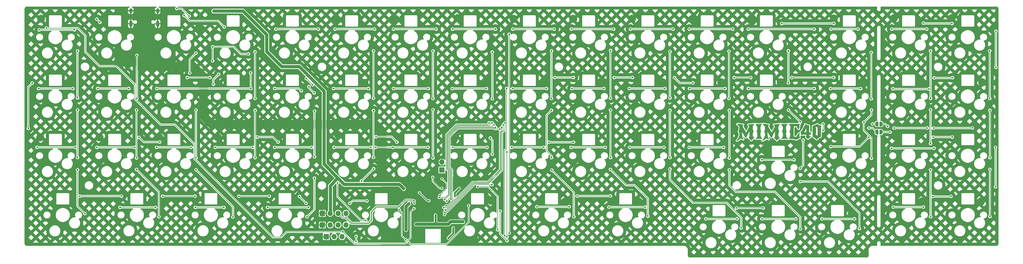
<source format=gbr>
G04 #@! TF.GenerationSoftware,KiCad,Pcbnew,8.0.4*
G04 #@! TF.CreationDate,2024-08-26T20:22:01+02:00*
G04 #@! TF.ProjectId,Mimic40,4d696d69-6334-4302-9e6b-696361645f70,rev?*
G04 #@! TF.SameCoordinates,Original*
G04 #@! TF.FileFunction,Copper,L1,Top*
G04 #@! TF.FilePolarity,Positive*
%FSLAX46Y46*%
G04 Gerber Fmt 4.6, Leading zero omitted, Abs format (unit mm)*
G04 Created by KiCad (PCBNEW 8.0.4) date 2024-08-26 20:22:01*
%MOMM*%
%LPD*%
G01*
G04 APERTURE LIST*
G04 Aperture macros list*
%AMFreePoly0*
4,1,19,0.500000,-0.750000,0.000000,-0.750000,0.000000,-0.744911,-0.071157,-0.744911,-0.207708,-0.704816,-0.327430,-0.627875,-0.420627,-0.520320,-0.479746,-0.390866,-0.500000,-0.250000,-0.500000,0.250000,-0.479746,0.390866,-0.420627,0.520320,-0.327430,0.627875,-0.207708,0.704816,-0.071157,0.744911,0.000000,0.744911,0.000000,0.750000,0.500000,0.750000,0.500000,-0.750000,0.500000,-0.750000,
$1*%
%AMFreePoly1*
4,1,19,0.000000,0.744911,0.071157,0.744911,0.207708,0.704816,0.327430,0.627875,0.420627,0.520320,0.479746,0.390866,0.500000,0.250000,0.500000,-0.250000,0.479746,-0.390866,0.420627,-0.520320,0.327430,-0.627875,0.207708,-0.704816,0.071157,-0.744911,0.000000,-0.744911,0.000000,-0.750000,-0.500000,-0.750000,-0.500000,0.750000,0.000000,0.750000,0.000000,0.744911,0.000000,0.744911,
$1*%
G04 Aperture macros list end*
G04 #@! TA.AperFunction,NonConductor*
%ADD10C,0.200000*%
G04 #@! TD*
G04 #@! TA.AperFunction,ComponentPad*
%ADD11O,1.000000X2.100000*%
G04 #@! TD*
G04 #@! TA.AperFunction,ComponentPad*
%ADD12O,1.000000X1.600000*%
G04 #@! TD*
G04 #@! TA.AperFunction,ComponentPad*
%ADD13R,1.700000X1.700000*%
G04 #@! TD*
G04 #@! TA.AperFunction,ComponentPad*
%ADD14O,1.700000X1.700000*%
G04 #@! TD*
G04 #@! TA.AperFunction,SMDPad,CuDef*
%ADD15FreePoly0,180.000000*%
G04 #@! TD*
G04 #@! TA.AperFunction,SMDPad,CuDef*
%ADD16FreePoly1,180.000000*%
G04 #@! TD*
G04 #@! TA.AperFunction,ViaPad*
%ADD17C,0.600000*%
G04 #@! TD*
G04 #@! TA.AperFunction,Conductor*
%ADD18C,0.150000*%
G04 #@! TD*
G04 #@! TA.AperFunction,Conductor*
%ADD19C,0.600000*%
G04 #@! TD*
G04 #@! TA.AperFunction,Conductor*
%ADD20C,1.000000*%
G04 #@! TD*
G04 #@! TA.AperFunction,Conductor*
%ADD21C,0.300000*%
G04 #@! TD*
G04 APERTURE END LIST*
D10*
X309802378Y-116817451D02*
X310023751Y-116867740D01*
X310251304Y-116901312D01*
X310481777Y-116913447D01*
X310622712Y-116910856D01*
X310856464Y-116895699D01*
X311080265Y-116870868D01*
X311301640Y-116840850D01*
X311528114Y-116810132D01*
X311353488Y-116976905D01*
X311223534Y-117203043D01*
X311146134Y-117421128D01*
X311094057Y-117652711D01*
X311064710Y-117885191D01*
X311055504Y-118105963D01*
X311057663Y-118231450D01*
X311073142Y-118470741D01*
X311106233Y-118720476D01*
X311160112Y-118963603D01*
X311237953Y-119183073D01*
X311155693Y-119375707D01*
X311103314Y-119598943D01*
X311075665Y-119840108D01*
X311067594Y-120086528D01*
X311070284Y-120238374D01*
X311089060Y-120485241D01*
X311130458Y-120725064D01*
X311199960Y-120958673D01*
X311303050Y-121186899D01*
X311445214Y-121410572D01*
X311590762Y-121586789D01*
X311507114Y-121576507D01*
X311272832Y-121550657D01*
X311027936Y-121529240D01*
X310779715Y-121514939D01*
X310532336Y-121509853D01*
X310336890Y-121513149D01*
X310101450Y-121526486D01*
X309858904Y-121550752D01*
X309625584Y-121581294D01*
X309658877Y-121559845D01*
X309844707Y-121394994D01*
X309978135Y-121218155D01*
X310088219Y-121014993D01*
X310171335Y-120794463D01*
X310223861Y-120565520D01*
X310242175Y-120337121D01*
X310241882Y-120296783D01*
X310227668Y-120054420D01*
X310191697Y-119816940D01*
X310133404Y-119591907D01*
X310052225Y-119386884D01*
X309927835Y-119183073D01*
X310041035Y-118943189D01*
X310121691Y-118718099D01*
X310174585Y-118502196D01*
X310207584Y-118254438D01*
X310216896Y-118002648D01*
X310213556Y-117839184D01*
X310198211Y-117617965D01*
X310168202Y-117604814D01*
X309974634Y-117461539D01*
X309851557Y-117263074D01*
X309781766Y-117027038D01*
X309750881Y-116803538D01*
X309802378Y-116817451D01*
G04 #@! TA.AperFunction,NonConductor*
G36*
X309802378Y-116817451D02*
G01*
X310023751Y-116867740D01*
X310251304Y-116901312D01*
X310481777Y-116913447D01*
X310622712Y-116910856D01*
X310856464Y-116895699D01*
X311080265Y-116870868D01*
X311301640Y-116840850D01*
X311528114Y-116810132D01*
X311353488Y-116976905D01*
X311223534Y-117203043D01*
X311146134Y-117421128D01*
X311094057Y-117652711D01*
X311064710Y-117885191D01*
X311055504Y-118105963D01*
X311057663Y-118231450D01*
X311073142Y-118470741D01*
X311106233Y-118720476D01*
X311160112Y-118963603D01*
X311237953Y-119183073D01*
X311155693Y-119375707D01*
X311103314Y-119598943D01*
X311075665Y-119840108D01*
X311067594Y-120086528D01*
X311070284Y-120238374D01*
X311089060Y-120485241D01*
X311130458Y-120725064D01*
X311199960Y-120958673D01*
X311303050Y-121186899D01*
X311445214Y-121410572D01*
X311590762Y-121586789D01*
X311507114Y-121576507D01*
X311272832Y-121550657D01*
X311027936Y-121529240D01*
X310779715Y-121514939D01*
X310532336Y-121509853D01*
X310336890Y-121513149D01*
X310101450Y-121526486D01*
X309858904Y-121550752D01*
X309625584Y-121581294D01*
X309658877Y-121559845D01*
X309844707Y-121394994D01*
X309978135Y-121218155D01*
X310088219Y-121014993D01*
X310171335Y-120794463D01*
X310223861Y-120565520D01*
X310242175Y-120337121D01*
X310241882Y-120296783D01*
X310227668Y-120054420D01*
X310191697Y-119816940D01*
X310133404Y-119591907D01*
X310052225Y-119386884D01*
X309927835Y-119183073D01*
X310041035Y-118943189D01*
X310121691Y-118718099D01*
X310174585Y-118502196D01*
X310207584Y-118254438D01*
X310216896Y-118002648D01*
X310213556Y-117839184D01*
X310198211Y-117617965D01*
X310168202Y-117604814D01*
X309974634Y-117461539D01*
X309851557Y-117263074D01*
X309781766Y-117027038D01*
X309750881Y-116803538D01*
X309802378Y-116817451D01*
G37*
G04 #@! TD.AperFunction*
X301576767Y-116817451D02*
X301798141Y-116867740D01*
X302025694Y-116901312D01*
X302256167Y-116913447D01*
X302397102Y-116910856D01*
X302630853Y-116895699D01*
X302854654Y-116870868D01*
X303076029Y-116840850D01*
X303302503Y-116810132D01*
X303127877Y-116976905D01*
X302997923Y-117203043D01*
X302920524Y-117421128D01*
X302868446Y-117652711D01*
X302839100Y-117885191D01*
X302829893Y-118105963D01*
X302832053Y-118231450D01*
X302847532Y-118470741D01*
X302880623Y-118720476D01*
X302934501Y-118963603D01*
X303012343Y-119183073D01*
X302930082Y-119375707D01*
X302877704Y-119598943D01*
X302850055Y-119840108D01*
X302841983Y-120086528D01*
X302844673Y-120238374D01*
X302863450Y-120485241D01*
X302904847Y-120725064D01*
X302974349Y-120958673D01*
X303077440Y-121186899D01*
X303219603Y-121410572D01*
X303365151Y-121586789D01*
X303281503Y-121576507D01*
X303047222Y-121550657D01*
X302802325Y-121529240D01*
X302554104Y-121514939D01*
X302306725Y-121509853D01*
X302111279Y-121513149D01*
X301875839Y-121526486D01*
X301633293Y-121550752D01*
X301399973Y-121581294D01*
X301433267Y-121559845D01*
X301619096Y-121394994D01*
X301752525Y-121218155D01*
X301862608Y-121014993D01*
X301945725Y-120794463D01*
X301998251Y-120565520D01*
X302016564Y-120337121D01*
X302016271Y-120296783D01*
X302002057Y-120054420D01*
X301966086Y-119816940D01*
X301907794Y-119591907D01*
X301826614Y-119386884D01*
X301702224Y-119183073D01*
X301815425Y-118943189D01*
X301896081Y-118718099D01*
X301948974Y-118502196D01*
X301981973Y-118254438D01*
X301991285Y-118002648D01*
X301987946Y-117839184D01*
X301972601Y-117617965D01*
X301942591Y-117604814D01*
X301749023Y-117461539D01*
X301625947Y-117263074D01*
X301556155Y-117027038D01*
X301525270Y-116803538D01*
X301576767Y-116817451D01*
G04 #@! TA.AperFunction,NonConductor*
G36*
X301576767Y-116817451D02*
G01*
X301798141Y-116867740D01*
X302025694Y-116901312D01*
X302256167Y-116913447D01*
X302397102Y-116910856D01*
X302630853Y-116895699D01*
X302854654Y-116870868D01*
X303076029Y-116840850D01*
X303302503Y-116810132D01*
X303127877Y-116976905D01*
X302997923Y-117203043D01*
X302920524Y-117421128D01*
X302868446Y-117652711D01*
X302839100Y-117885191D01*
X302829893Y-118105963D01*
X302832053Y-118231450D01*
X302847532Y-118470741D01*
X302880623Y-118720476D01*
X302934501Y-118963603D01*
X303012343Y-119183073D01*
X302930082Y-119375707D01*
X302877704Y-119598943D01*
X302850055Y-119840108D01*
X302841983Y-120086528D01*
X302844673Y-120238374D01*
X302863450Y-120485241D01*
X302904847Y-120725064D01*
X302974349Y-120958673D01*
X303077440Y-121186899D01*
X303219603Y-121410572D01*
X303365151Y-121586789D01*
X303281503Y-121576507D01*
X303047222Y-121550657D01*
X302802325Y-121529240D01*
X302554104Y-121514939D01*
X302306725Y-121509853D01*
X302111279Y-121513149D01*
X301875839Y-121526486D01*
X301633293Y-121550752D01*
X301399973Y-121581294D01*
X301433267Y-121559845D01*
X301619096Y-121394994D01*
X301752525Y-121218155D01*
X301862608Y-121014993D01*
X301945725Y-120794463D01*
X301998251Y-120565520D01*
X302016564Y-120337121D01*
X302016271Y-120296783D01*
X302002057Y-120054420D01*
X301966086Y-119816940D01*
X301907794Y-119591907D01*
X301826614Y-119386884D01*
X301702224Y-119183073D01*
X301815425Y-118943189D01*
X301896081Y-118718099D01*
X301948974Y-118502196D01*
X301981973Y-118254438D01*
X301991285Y-118002648D01*
X301987946Y-117839184D01*
X301972601Y-117617965D01*
X301942591Y-117604814D01*
X301749023Y-117461539D01*
X301625947Y-117263074D01*
X301556155Y-117027038D01*
X301525270Y-116803538D01*
X301576767Y-116817451D01*
G37*
G04 #@! TD.AperFunction*
X317394616Y-116905686D02*
X317601020Y-117066558D01*
X317800134Y-117165206D01*
X318048497Y-117247598D01*
X318281936Y-117297837D01*
X318523839Y-117327805D01*
X318523839Y-119582044D01*
X318971170Y-119582044D01*
X318975894Y-119662538D01*
X318996353Y-119882617D01*
X319033766Y-120105307D01*
X319116250Y-120331625D01*
X318949992Y-120211112D01*
X318726073Y-120179951D01*
X318523839Y-120179951D01*
X318523839Y-120432742D01*
X318540807Y-120596373D01*
X318658553Y-120794963D01*
X318883243Y-120861388D01*
X319060197Y-120836109D01*
X318951787Y-120943538D01*
X318763306Y-121098479D01*
X318577335Y-121241352D01*
X318395349Y-121379387D01*
X318221589Y-121516448D01*
X318071097Y-121432395D01*
X317874749Y-121313097D01*
X317673142Y-121201008D01*
X317686331Y-120179951D01*
X316867507Y-120179951D01*
X316650422Y-120180806D01*
X316417418Y-120184837D01*
X316188158Y-120195305D01*
X315959656Y-120223914D01*
X315971048Y-120161720D01*
X315991530Y-119941448D01*
X315991364Y-119919735D01*
X315967948Y-119686016D01*
X315929667Y-119582044D01*
X316697147Y-119582044D01*
X317730294Y-119582044D01*
X317730294Y-117699298D01*
X317661719Y-117850475D01*
X317565712Y-118055958D01*
X317441362Y-118313273D01*
X317334071Y-118527327D01*
X317218319Y-118749351D01*
X317097310Y-118970265D01*
X316974251Y-119180988D01*
X316852347Y-119372442D01*
X316697147Y-119582044D01*
X315929667Y-119582044D01*
X315890413Y-119475432D01*
X316032943Y-119310320D01*
X316171575Y-119115771D01*
X316337158Y-118867682D01*
X316457314Y-118679845D01*
X316581640Y-118479165D01*
X316707013Y-118270022D01*
X316830308Y-118056797D01*
X316948404Y-117843870D01*
X317058175Y-117635623D01*
X317156500Y-117436436D01*
X317275691Y-117164227D01*
X317365396Y-116873879D01*
X317394616Y-116905686D01*
G04 #@! TA.AperFunction,NonConductor*
G36*
X317394616Y-116905686D02*
G01*
X317601020Y-117066558D01*
X317800134Y-117165206D01*
X318048497Y-117247598D01*
X318281936Y-117297837D01*
X318523839Y-117327805D01*
X318523839Y-119582044D01*
X318971170Y-119582044D01*
X318975894Y-119662538D01*
X318996353Y-119882617D01*
X319033766Y-120105307D01*
X319116250Y-120331625D01*
X318949992Y-120211112D01*
X318726073Y-120179951D01*
X318523839Y-120179951D01*
X318523839Y-120432742D01*
X318540807Y-120596373D01*
X318658553Y-120794963D01*
X318883243Y-120861388D01*
X319060197Y-120836109D01*
X318951787Y-120943538D01*
X318763306Y-121098479D01*
X318577335Y-121241352D01*
X318395349Y-121379387D01*
X318221589Y-121516448D01*
X318071097Y-121432395D01*
X317874749Y-121313097D01*
X317673142Y-121201008D01*
X317686331Y-120179951D01*
X316867507Y-120179951D01*
X316650422Y-120180806D01*
X316417418Y-120184837D01*
X316188158Y-120195305D01*
X315959656Y-120223914D01*
X315971048Y-120161720D01*
X315991530Y-119941448D01*
X315991364Y-119919735D01*
X315967948Y-119686016D01*
X315929667Y-119582044D01*
X316697147Y-119582044D01*
X317730294Y-119582044D01*
X317730294Y-117699298D01*
X317661719Y-117850475D01*
X317565712Y-118055958D01*
X317441362Y-118313273D01*
X317334071Y-118527327D01*
X317218319Y-118749351D01*
X317097310Y-118970265D01*
X316974251Y-119180988D01*
X316852347Y-119372442D01*
X316697147Y-119582044D01*
X315929667Y-119582044D01*
X315890413Y-119475432D01*
X316032943Y-119310320D01*
X316171575Y-119115771D01*
X316337158Y-118867682D01*
X316457314Y-118679845D01*
X316581640Y-118479165D01*
X316707013Y-118270022D01*
X316830308Y-118056797D01*
X316948404Y-117843870D01*
X317058175Y-117635623D01*
X317156500Y-117436436D01*
X317275691Y-117164227D01*
X317365396Y-116873879D01*
X317394616Y-116905686D01*
G37*
G04 #@! TD.AperFunction*
X321245062Y-116905889D02*
X321416511Y-117044390D01*
X321601276Y-117168258D01*
X321811593Y-117264895D01*
X322044602Y-117322531D01*
X322284935Y-117350886D01*
X322284935Y-120859190D01*
X322155138Y-120893888D01*
X321917440Y-120983210D01*
X321707691Y-121092895D01*
X321524398Y-121215498D01*
X321330209Y-121375578D01*
X321144556Y-121558491D01*
X320986906Y-121727473D01*
X320888531Y-121636527D01*
X320688537Y-121467624D01*
X320507268Y-121325444D01*
X320317834Y-121185208D01*
X320130151Y-121054504D01*
X319913119Y-120916085D01*
X319676788Y-120795443D01*
X319725888Y-120583786D01*
X319751247Y-120350155D01*
X319754181Y-120306346D01*
X320622008Y-120306346D01*
X320769842Y-120397864D01*
X320965037Y-120515620D01*
X321179196Y-120647615D01*
X321383679Y-120782254D01*
X321396868Y-117857568D01*
X321226217Y-117784856D01*
X321020188Y-117697092D01*
X320821715Y-117596216D01*
X320634098Y-117477281D01*
X320634735Y-117504845D01*
X320639971Y-117738505D01*
X320644883Y-117989155D01*
X320648678Y-118227804D01*
X320651717Y-118488876D01*
X320653302Y-118710955D01*
X320653881Y-118942372D01*
X320653801Y-119025986D01*
X320652456Y-119280378D01*
X320649082Y-119538130D01*
X320643202Y-119796724D01*
X320634336Y-120053636D01*
X320622008Y-120306346D01*
X319754181Y-120306346D01*
X319766364Y-120124446D01*
X319777359Y-119871947D01*
X319784671Y-119599767D01*
X319788736Y-119315016D01*
X319789994Y-119024804D01*
X319789690Y-118862326D01*
X319788443Y-118637014D01*
X319786423Y-118408000D01*
X319783836Y-118182057D01*
X319780120Y-117914270D01*
X319776242Y-117675100D01*
X319771310Y-117413534D01*
X319815402Y-117410754D01*
X320073150Y-117376435D01*
X320326261Y-117310593D01*
X320540670Y-117230359D01*
X320764256Y-117125965D01*
X321002654Y-116996379D01*
X321207824Y-116873879D01*
X321245062Y-116905889D01*
G04 #@! TA.AperFunction,NonConductor*
G36*
X321245062Y-116905889D02*
G01*
X321416511Y-117044390D01*
X321601276Y-117168258D01*
X321811593Y-117264895D01*
X322044602Y-117322531D01*
X322284935Y-117350886D01*
X322284935Y-120859190D01*
X322155138Y-120893888D01*
X321917440Y-120983210D01*
X321707691Y-121092895D01*
X321524398Y-121215498D01*
X321330209Y-121375578D01*
X321144556Y-121558491D01*
X320986906Y-121727473D01*
X320888531Y-121636527D01*
X320688537Y-121467624D01*
X320507268Y-121325444D01*
X320317834Y-121185208D01*
X320130151Y-121054504D01*
X319913119Y-120916085D01*
X319676788Y-120795443D01*
X319725888Y-120583786D01*
X319751247Y-120350155D01*
X319754181Y-120306346D01*
X320622008Y-120306346D01*
X320769842Y-120397864D01*
X320965037Y-120515620D01*
X321179196Y-120647615D01*
X321383679Y-120782254D01*
X321396868Y-117857568D01*
X321226217Y-117784856D01*
X321020188Y-117697092D01*
X320821715Y-117596216D01*
X320634098Y-117477281D01*
X320634735Y-117504845D01*
X320639971Y-117738505D01*
X320644883Y-117989155D01*
X320648678Y-118227804D01*
X320651717Y-118488876D01*
X320653302Y-118710955D01*
X320653881Y-118942372D01*
X320653801Y-119025986D01*
X320652456Y-119280378D01*
X320649082Y-119538130D01*
X320643202Y-119796724D01*
X320634336Y-120053636D01*
X320622008Y-120306346D01*
X319754181Y-120306346D01*
X319766364Y-120124446D01*
X319777359Y-119871947D01*
X319784671Y-119599767D01*
X319788736Y-119315016D01*
X319789994Y-119024804D01*
X319789690Y-118862326D01*
X319788443Y-118637014D01*
X319786423Y-118408000D01*
X319783836Y-118182057D01*
X319780120Y-117914270D01*
X319776242Y-117675100D01*
X319771310Y-117413534D01*
X319815402Y-117410754D01*
X320073150Y-117376435D01*
X320326261Y-117310593D01*
X320540670Y-117230359D01*
X320764256Y-117125965D01*
X321002654Y-116996379D01*
X321207824Y-116873879D01*
X321245062Y-116905889D01*
G37*
G04 #@! TD.AperFunction*
X309044574Y-116871472D02*
X308860389Y-117051256D01*
X308727237Y-117244671D01*
X308637292Y-117450985D01*
X308582733Y-117669471D01*
X308555734Y-117899397D01*
X308548473Y-118140034D01*
X308560290Y-118319092D01*
X308603271Y-118537418D01*
X308676575Y-118766947D01*
X308762653Y-118973439D01*
X308869408Y-119189668D01*
X308775044Y-119386371D01*
X308688904Y-119617084D01*
X308629046Y-119833485D01*
X308588604Y-120059710D01*
X308573752Y-120288761D01*
X308590771Y-120527742D01*
X308640812Y-120754392D01*
X308722354Y-120960321D01*
X308855271Y-121163191D01*
X309026578Y-121313115D01*
X308859436Y-121407783D01*
X308666197Y-121542212D01*
X308489701Y-121691478D01*
X308317303Y-121873241D01*
X308182475Y-122074787D01*
X308092512Y-121894224D01*
X307935029Y-121703012D01*
X307762577Y-121546964D01*
X307569809Y-121412478D01*
X307370246Y-121313115D01*
X307482072Y-121182408D01*
X307574044Y-120973739D01*
X307628907Y-120721390D01*
X307653115Y-120487549D01*
X307663619Y-120240697D01*
X307665902Y-119988708D01*
X307665902Y-118808283D01*
X306443710Y-121126270D01*
X306337098Y-121102090D01*
X305145682Y-119019309D01*
X305145682Y-119978817D01*
X305146055Y-120072745D01*
X305151776Y-120331606D01*
X305170738Y-120628432D01*
X305203584Y-120878143D01*
X305265717Y-121137506D01*
X305353122Y-121354361D01*
X305467786Y-121545988D01*
X305611697Y-121729672D01*
X305512811Y-121701974D01*
X305290463Y-121624966D01*
X305094647Y-121524865D01*
X304911701Y-121399944D01*
X304723630Y-121252665D01*
X304701574Y-121289464D01*
X304557810Y-121497948D01*
X304386356Y-121685712D01*
X304214234Y-121826730D01*
X304008604Y-121954022D01*
X303762976Y-122067892D01*
X303533313Y-122149525D01*
X303718694Y-121955662D01*
X303890140Y-121738447D01*
X304044326Y-121501629D01*
X304177931Y-121248956D01*
X304287629Y-120984175D01*
X304370100Y-120711036D01*
X304422019Y-120433285D01*
X304440064Y-120154672D01*
X304436174Y-120025859D01*
X304409625Y-119803861D01*
X304355819Y-119587287D01*
X304272272Y-119377379D01*
X304156498Y-119175380D01*
X304229410Y-119029696D01*
X304320177Y-118819386D01*
X304398123Y-118585602D01*
X304446298Y-118363167D01*
X304465343Y-118121350D01*
X304457919Y-117976192D01*
X304413171Y-117746662D01*
X304329219Y-117531542D01*
X304207523Y-117329573D01*
X304049541Y-117139498D01*
X303856734Y-116960060D01*
X303678393Y-116823321D01*
X303822374Y-116803538D01*
X303854687Y-116804043D01*
X304103192Y-116831393D01*
X304351087Y-116877089D01*
X304585722Y-116920966D01*
X304848652Y-116962116D01*
X305081127Y-116988035D01*
X305334726Y-117003572D01*
X305357883Y-117003567D01*
X305580922Y-116996978D01*
X305445236Y-117161621D01*
X305351412Y-117363364D01*
X305309447Y-117590488D01*
X306563511Y-119732620D01*
X307609848Y-117627857D01*
X307580859Y-117549714D01*
X307484558Y-117342346D01*
X307352300Y-117148607D01*
X307181202Y-116978293D01*
X307231269Y-116984408D01*
X307451578Y-116991482D01*
X307663360Y-116987013D01*
X307935283Y-116970242D01*
X308155063Y-116949479D01*
X308373710Y-116923608D01*
X308641029Y-116886090D01*
X308896434Y-116845211D01*
X309134290Y-116803538D01*
X309044574Y-116871472D01*
G04 #@! TA.AperFunction,NonConductor*
G36*
X309044574Y-116871472D02*
G01*
X308860389Y-117051256D01*
X308727237Y-117244671D01*
X308637292Y-117450985D01*
X308582733Y-117669471D01*
X308555734Y-117899397D01*
X308548473Y-118140034D01*
X308560290Y-118319092D01*
X308603271Y-118537418D01*
X308676575Y-118766947D01*
X308762653Y-118973439D01*
X308869408Y-119189668D01*
X308775044Y-119386371D01*
X308688904Y-119617084D01*
X308629046Y-119833485D01*
X308588604Y-120059710D01*
X308573752Y-120288761D01*
X308590771Y-120527742D01*
X308640812Y-120754392D01*
X308722354Y-120960321D01*
X308855271Y-121163191D01*
X309026578Y-121313115D01*
X308859436Y-121407783D01*
X308666197Y-121542212D01*
X308489701Y-121691478D01*
X308317303Y-121873241D01*
X308182475Y-122074787D01*
X308092512Y-121894224D01*
X307935029Y-121703012D01*
X307762577Y-121546964D01*
X307569809Y-121412478D01*
X307370246Y-121313115D01*
X307482072Y-121182408D01*
X307574044Y-120973739D01*
X307628907Y-120721390D01*
X307653115Y-120487549D01*
X307663619Y-120240697D01*
X307665902Y-119988708D01*
X307665902Y-118808283D01*
X306443710Y-121126270D01*
X306337098Y-121102090D01*
X305145682Y-119019309D01*
X305145682Y-119978817D01*
X305146055Y-120072745D01*
X305151776Y-120331606D01*
X305170738Y-120628432D01*
X305203584Y-120878143D01*
X305265717Y-121137506D01*
X305353122Y-121354361D01*
X305467786Y-121545988D01*
X305611697Y-121729672D01*
X305512811Y-121701974D01*
X305290463Y-121624966D01*
X305094647Y-121524865D01*
X304911701Y-121399944D01*
X304723630Y-121252665D01*
X304701574Y-121289464D01*
X304557810Y-121497948D01*
X304386356Y-121685712D01*
X304214234Y-121826730D01*
X304008604Y-121954022D01*
X303762976Y-122067892D01*
X303533313Y-122149525D01*
X303718694Y-121955662D01*
X303890140Y-121738447D01*
X304044326Y-121501629D01*
X304177931Y-121248956D01*
X304287629Y-120984175D01*
X304370100Y-120711036D01*
X304422019Y-120433285D01*
X304440064Y-120154672D01*
X304436174Y-120025859D01*
X304409625Y-119803861D01*
X304355819Y-119587287D01*
X304272272Y-119377379D01*
X304156498Y-119175380D01*
X304229410Y-119029696D01*
X304320177Y-118819386D01*
X304398123Y-118585602D01*
X304446298Y-118363167D01*
X304465343Y-118121350D01*
X304457919Y-117976192D01*
X304413171Y-117746662D01*
X304329219Y-117531542D01*
X304207523Y-117329573D01*
X304049541Y-117139498D01*
X303856734Y-116960060D01*
X303678393Y-116823321D01*
X303822374Y-116803538D01*
X303854687Y-116804043D01*
X304103192Y-116831393D01*
X304351087Y-116877089D01*
X304585722Y-116920966D01*
X304848652Y-116962116D01*
X305081127Y-116988035D01*
X305334726Y-117003572D01*
X305357883Y-117003567D01*
X305580922Y-116996978D01*
X305445236Y-117161621D01*
X305351412Y-117363364D01*
X305309447Y-117590488D01*
X306563511Y-119732620D01*
X307609848Y-117627857D01*
X307580859Y-117549714D01*
X307484558Y-117342346D01*
X307352300Y-117148607D01*
X307181202Y-116978293D01*
X307231269Y-116984408D01*
X307451578Y-116991482D01*
X307663360Y-116987013D01*
X307935283Y-116970242D01*
X308155063Y-116949479D01*
X308373710Y-116923608D01*
X308641029Y-116886090D01*
X308896434Y-116845211D01*
X309134290Y-116803538D01*
X309044574Y-116871472D01*
G37*
G04 #@! TD.AperFunction*
X312352388Y-116822751D02*
X312592217Y-116841314D01*
X312824449Y-116855258D01*
X313048908Y-116865012D01*
X313307750Y-116871786D01*
X313554841Y-116873879D01*
X313803160Y-116871720D01*
X314031885Y-116865881D01*
X314307969Y-116854023D01*
X314553051Y-116839589D01*
X314819142Y-116821377D01*
X315085046Y-116805119D01*
X315330975Y-116803538D01*
X315488145Y-116816727D01*
X315441197Y-116965720D01*
X315391279Y-117204702D01*
X315351541Y-117435896D01*
X315313903Y-117682199D01*
X315280141Y-117924729D01*
X315252034Y-118144602D01*
X315224363Y-118390628D01*
X315179300Y-118409312D01*
X315152147Y-118388520D01*
X314972387Y-118214135D01*
X314848422Y-118017917D01*
X314765004Y-117789255D01*
X314713285Y-117554218D01*
X314600376Y-117495124D01*
X314383498Y-117453779D01*
X314159342Y-117446507D01*
X314056605Y-117447372D01*
X313826021Y-117453719D01*
X313604300Y-117459696D01*
X313596205Y-117505836D01*
X313560086Y-117764602D01*
X313536278Y-118000909D01*
X313516822Y-118258192D01*
X313501566Y-118531774D01*
X313490354Y-118816981D01*
X313483032Y-119109136D01*
X313480000Y-119330000D01*
X313479003Y-119550170D01*
X313479329Y-119698845D01*
X313481391Y-119941293D01*
X313485505Y-120174684D01*
X313493400Y-120438939D01*
X313504810Y-120681466D01*
X313522967Y-120930631D01*
X314587988Y-121038342D01*
X314612839Y-120941501D01*
X314694449Y-120712879D01*
X314800431Y-120500860D01*
X314926457Y-120302124D01*
X315068200Y-120113349D01*
X315221335Y-119931216D01*
X315381533Y-119752404D01*
X315418902Y-119765593D01*
X315406675Y-119875016D01*
X315391807Y-120106881D01*
X315388128Y-120329427D01*
X315388274Y-120370165D01*
X315394914Y-120606187D01*
X315413386Y-120857603D01*
X315445174Y-121102037D01*
X315494740Y-121323007D01*
X315340820Y-121346732D01*
X315122475Y-121409020D01*
X314908696Y-121510010D01*
X314700828Y-121644294D01*
X314505556Y-121797815D01*
X314309973Y-121741754D01*
X314047871Y-121675357D01*
X313786558Y-121618575D01*
X313528546Y-121571485D01*
X313276345Y-121534164D01*
X313032469Y-121506690D01*
X312799427Y-121489140D01*
X312527189Y-121481277D01*
X312378755Y-121491367D01*
X312155696Y-121545024D01*
X312149101Y-121525240D01*
X312298567Y-121343272D01*
X312385249Y-121137932D01*
X312454202Y-120892685D01*
X312504544Y-120627730D01*
X312535394Y-120363269D01*
X312545874Y-120119501D01*
X312545636Y-120083652D01*
X312530898Y-119836003D01*
X312494072Y-119603186D01*
X312426353Y-119371563D01*
X312319461Y-119177578D01*
X312344788Y-119150768D01*
X312471370Y-118946921D01*
X312546895Y-118733025D01*
X312599157Y-118493973D01*
X312631877Y-118243701D01*
X312648778Y-117996145D01*
X312653585Y-117765244D01*
X312649122Y-117569184D01*
X312634900Y-117346489D01*
X312563315Y-117311340D01*
X312373731Y-117170215D01*
X312217175Y-116996366D01*
X312105137Y-116799141D01*
X312352388Y-116822751D01*
G04 #@! TA.AperFunction,NonConductor*
G36*
X312352388Y-116822751D02*
G01*
X312592217Y-116841314D01*
X312824449Y-116855258D01*
X313048908Y-116865012D01*
X313307750Y-116871786D01*
X313554841Y-116873879D01*
X313803160Y-116871720D01*
X314031885Y-116865881D01*
X314307969Y-116854023D01*
X314553051Y-116839589D01*
X314819142Y-116821377D01*
X315085046Y-116805119D01*
X315330975Y-116803538D01*
X315488145Y-116816727D01*
X315441197Y-116965720D01*
X315391279Y-117204702D01*
X315351541Y-117435896D01*
X315313903Y-117682199D01*
X315280141Y-117924729D01*
X315252034Y-118144602D01*
X315224363Y-118390628D01*
X315179300Y-118409312D01*
X315152147Y-118388520D01*
X314972387Y-118214135D01*
X314848422Y-118017917D01*
X314765004Y-117789255D01*
X314713285Y-117554218D01*
X314600376Y-117495124D01*
X314383498Y-117453779D01*
X314159342Y-117446507D01*
X314056605Y-117447372D01*
X313826021Y-117453719D01*
X313604300Y-117459696D01*
X313596205Y-117505836D01*
X313560086Y-117764602D01*
X313536278Y-118000909D01*
X313516822Y-118258192D01*
X313501566Y-118531774D01*
X313490354Y-118816981D01*
X313483032Y-119109136D01*
X313480000Y-119330000D01*
X313479003Y-119550170D01*
X313479329Y-119698845D01*
X313481391Y-119941293D01*
X313485505Y-120174684D01*
X313493400Y-120438939D01*
X313504810Y-120681466D01*
X313522967Y-120930631D01*
X314587988Y-121038342D01*
X314612839Y-120941501D01*
X314694449Y-120712879D01*
X314800431Y-120500860D01*
X314926457Y-120302124D01*
X315068200Y-120113349D01*
X315221335Y-119931216D01*
X315381533Y-119752404D01*
X315418902Y-119765593D01*
X315406675Y-119875016D01*
X315391807Y-120106881D01*
X315388128Y-120329427D01*
X315388274Y-120370165D01*
X315394914Y-120606187D01*
X315413386Y-120857603D01*
X315445174Y-121102037D01*
X315494740Y-121323007D01*
X315340820Y-121346732D01*
X315122475Y-121409020D01*
X314908696Y-121510010D01*
X314700828Y-121644294D01*
X314505556Y-121797815D01*
X314309973Y-121741754D01*
X314047871Y-121675357D01*
X313786558Y-121618575D01*
X313528546Y-121571485D01*
X313276345Y-121534164D01*
X313032469Y-121506690D01*
X312799427Y-121489140D01*
X312527189Y-121481277D01*
X312378755Y-121491367D01*
X312155696Y-121545024D01*
X312149101Y-121525240D01*
X312298567Y-121343272D01*
X312385249Y-121137932D01*
X312454202Y-120892685D01*
X312504544Y-120627730D01*
X312535394Y-120363269D01*
X312545874Y-120119501D01*
X312545636Y-120083652D01*
X312530898Y-119836003D01*
X312494072Y-119603186D01*
X312426353Y-119371563D01*
X312319461Y-119177578D01*
X312344788Y-119150768D01*
X312471370Y-118946921D01*
X312546895Y-118733025D01*
X312599157Y-118493973D01*
X312631877Y-118243701D01*
X312648778Y-117996145D01*
X312653585Y-117765244D01*
X312649122Y-117569184D01*
X312634900Y-117346489D01*
X312563315Y-117311340D01*
X312373731Y-117170215D01*
X312217175Y-116996366D01*
X312105137Y-116799141D01*
X312352388Y-116822751D01*
G37*
G04 #@! TD.AperFunction*
X300818964Y-116871472D02*
X300634779Y-117051256D01*
X300501626Y-117244671D01*
X300411682Y-117450985D01*
X300357122Y-117669471D01*
X300330123Y-117899397D01*
X300322862Y-118140034D01*
X300334679Y-118319092D01*
X300377660Y-118537418D01*
X300450965Y-118766947D01*
X300537043Y-118973439D01*
X300643798Y-119189668D01*
X300549433Y-119386371D01*
X300463294Y-119617084D01*
X300403435Y-119833485D01*
X300362994Y-120059710D01*
X300348142Y-120288761D01*
X300365160Y-120527742D01*
X300415201Y-120754392D01*
X300496744Y-120960321D01*
X300629661Y-121163191D01*
X300800968Y-121313115D01*
X300633825Y-121407783D01*
X300440586Y-121542212D01*
X300264090Y-121691478D01*
X300091692Y-121873241D01*
X299956865Y-122074787D01*
X299866902Y-121894224D01*
X299709419Y-121703012D01*
X299536966Y-121546964D01*
X299344198Y-121412478D01*
X299144635Y-121313115D01*
X299256462Y-121182408D01*
X299348433Y-120973739D01*
X299403296Y-120721390D01*
X299427505Y-120487549D01*
X299438008Y-120240697D01*
X299440291Y-119988708D01*
X299440291Y-118808283D01*
X298218100Y-121126270D01*
X298111488Y-121102090D01*
X296920071Y-119019309D01*
X296920071Y-119978817D01*
X296920444Y-120072745D01*
X296926166Y-120331606D01*
X296945127Y-120628432D01*
X296977973Y-120878143D01*
X297040106Y-121137506D01*
X297127511Y-121354361D01*
X297242176Y-121545988D01*
X297386086Y-121729672D01*
X297287201Y-121701974D01*
X297064852Y-121624966D01*
X296869037Y-121524865D01*
X296686090Y-121399944D01*
X296498019Y-121252665D01*
X296475963Y-121289464D01*
X296332200Y-121497948D01*
X296160746Y-121685712D01*
X295988624Y-121826730D01*
X295782994Y-121954022D01*
X295537365Y-122067892D01*
X295307702Y-122149525D01*
X295493084Y-121955662D01*
X295664529Y-121738447D01*
X295818716Y-121501629D01*
X295952320Y-121248956D01*
X296062019Y-120984175D01*
X296144489Y-120711036D01*
X296196409Y-120433285D01*
X296214454Y-120154672D01*
X296210564Y-120025859D01*
X296184014Y-119803861D01*
X296130209Y-119587287D01*
X296046661Y-119377379D01*
X295930888Y-119175380D01*
X296003799Y-119029696D01*
X296094567Y-118819386D01*
X296172513Y-118585602D01*
X296220687Y-118363167D01*
X296239733Y-118121350D01*
X296232308Y-117976192D01*
X296187560Y-117746662D01*
X296103608Y-117531542D01*
X295981912Y-117329573D01*
X295823931Y-117139498D01*
X295631123Y-116960060D01*
X295452782Y-116823321D01*
X295596763Y-116803538D01*
X295629076Y-116804043D01*
X295877582Y-116831393D01*
X296125476Y-116877089D01*
X296360111Y-116920966D01*
X296623041Y-116962116D01*
X296855517Y-116988035D01*
X297109115Y-117003572D01*
X297132272Y-117003567D01*
X297355312Y-116996978D01*
X297219625Y-117161621D01*
X297125801Y-117363364D01*
X297083836Y-117590488D01*
X298337901Y-119732620D01*
X299384237Y-117627857D01*
X299355248Y-117549714D01*
X299258947Y-117342346D01*
X299126690Y-117148607D01*
X298955591Y-116978293D01*
X299005659Y-116984408D01*
X299225968Y-116991482D01*
X299437749Y-116987013D01*
X299709673Y-116970242D01*
X299929453Y-116949479D01*
X300148099Y-116923608D01*
X300415418Y-116886090D01*
X300670823Y-116845211D01*
X300908679Y-116803538D01*
X300818964Y-116871472D01*
G04 #@! TA.AperFunction,NonConductor*
G36*
X300818964Y-116871472D02*
G01*
X300634779Y-117051256D01*
X300501626Y-117244671D01*
X300411682Y-117450985D01*
X300357122Y-117669471D01*
X300330123Y-117899397D01*
X300322862Y-118140034D01*
X300334679Y-118319092D01*
X300377660Y-118537418D01*
X300450965Y-118766947D01*
X300537043Y-118973439D01*
X300643798Y-119189668D01*
X300549433Y-119386371D01*
X300463294Y-119617084D01*
X300403435Y-119833485D01*
X300362994Y-120059710D01*
X300348142Y-120288761D01*
X300365160Y-120527742D01*
X300415201Y-120754392D01*
X300496744Y-120960321D01*
X300629661Y-121163191D01*
X300800968Y-121313115D01*
X300633825Y-121407783D01*
X300440586Y-121542212D01*
X300264090Y-121691478D01*
X300091692Y-121873241D01*
X299956865Y-122074787D01*
X299866902Y-121894224D01*
X299709419Y-121703012D01*
X299536966Y-121546964D01*
X299344198Y-121412478D01*
X299144635Y-121313115D01*
X299256462Y-121182408D01*
X299348433Y-120973739D01*
X299403296Y-120721390D01*
X299427505Y-120487549D01*
X299438008Y-120240697D01*
X299440291Y-119988708D01*
X299440291Y-118808283D01*
X298218100Y-121126270D01*
X298111488Y-121102090D01*
X296920071Y-119019309D01*
X296920071Y-119978817D01*
X296920444Y-120072745D01*
X296926166Y-120331606D01*
X296945127Y-120628432D01*
X296977973Y-120878143D01*
X297040106Y-121137506D01*
X297127511Y-121354361D01*
X297242176Y-121545988D01*
X297386086Y-121729672D01*
X297287201Y-121701974D01*
X297064852Y-121624966D01*
X296869037Y-121524865D01*
X296686090Y-121399944D01*
X296498019Y-121252665D01*
X296475963Y-121289464D01*
X296332200Y-121497948D01*
X296160746Y-121685712D01*
X295988624Y-121826730D01*
X295782994Y-121954022D01*
X295537365Y-122067892D01*
X295307702Y-122149525D01*
X295493084Y-121955662D01*
X295664529Y-121738447D01*
X295818716Y-121501629D01*
X295952320Y-121248956D01*
X296062019Y-120984175D01*
X296144489Y-120711036D01*
X296196409Y-120433285D01*
X296214454Y-120154672D01*
X296210564Y-120025859D01*
X296184014Y-119803861D01*
X296130209Y-119587287D01*
X296046661Y-119377379D01*
X295930888Y-119175380D01*
X296003799Y-119029696D01*
X296094567Y-118819386D01*
X296172513Y-118585602D01*
X296220687Y-118363167D01*
X296239733Y-118121350D01*
X296232308Y-117976192D01*
X296187560Y-117746662D01*
X296103608Y-117531542D01*
X295981912Y-117329573D01*
X295823931Y-117139498D01*
X295631123Y-116960060D01*
X295452782Y-116823321D01*
X295596763Y-116803538D01*
X295629076Y-116804043D01*
X295877582Y-116831393D01*
X296125476Y-116877089D01*
X296360111Y-116920966D01*
X296623041Y-116962116D01*
X296855517Y-116988035D01*
X297109115Y-117003572D01*
X297132272Y-117003567D01*
X297355312Y-116996978D01*
X297219625Y-117161621D01*
X297125801Y-117363364D01*
X297083836Y-117590488D01*
X298337901Y-119732620D01*
X299384237Y-117627857D01*
X299355248Y-117549714D01*
X299258947Y-117342346D01*
X299126690Y-117148607D01*
X298955591Y-116978293D01*
X299005659Y-116984408D01*
X299225968Y-116991482D01*
X299437749Y-116987013D01*
X299709673Y-116970242D01*
X299929453Y-116949479D01*
X300148099Y-116923608D01*
X300415418Y-116886090D01*
X300670823Y-116845211D01*
X300908679Y-116803538D01*
X300818964Y-116871472D01*
G37*
G04 #@! TD.AperFunction*
D11*
X109070000Y-84570000D03*
D12*
X109070000Y-80390000D03*
D11*
X100430000Y-84570000D03*
D12*
X100430000Y-80390000D03*
D13*
X200500000Y-131575000D03*
D14*
X200500000Y-129035000D03*
D15*
X341649999Y-116800000D03*
D16*
X340350001Y-116800000D03*
D15*
X341649999Y-119400000D03*
D16*
X340350001Y-119400000D03*
D13*
X162000000Y-149250000D03*
D14*
X164540000Y-149250000D03*
X167079999Y-149250000D03*
X169620000Y-149250000D03*
D13*
X162000000Y-145500000D03*
D14*
X164540000Y-145500000D03*
X167080000Y-145500000D03*
X169620000Y-145500000D03*
D13*
X163300000Y-153000000D03*
D14*
X165840000Y-153000000D03*
X168379999Y-153000000D03*
D17*
X255700000Y-86300000D03*
X119200000Y-82100000D03*
X236600000Y-86300000D03*
X222100000Y-151850000D03*
X166100000Y-86300000D03*
X261100000Y-86300000D03*
X203900000Y-86300000D03*
X222100000Y-87974998D03*
X334300000Y-86300000D03*
X160750000Y-86300000D03*
X345100000Y-86300000D03*
X274850000Y-86300000D03*
X217700000Y-86300000D03*
X223300000Y-86300000D03*
X71000000Y-86550000D03*
X320200000Y-86300000D03*
X178850000Y-86300000D03*
X138250000Y-94300000D03*
X280000000Y-86300000D03*
X126750000Y-92000000D03*
X242100000Y-86300000D03*
X184900000Y-86300000D03*
X325600000Y-86300000D03*
X115200000Y-79700000D03*
X299000000Y-86300000D03*
X356400000Y-86300000D03*
X147100000Y-86300000D03*
X198600000Y-86300000D03*
X294000000Y-86300000D03*
X126750000Y-96500000D03*
X82300000Y-86529999D03*
X357075000Y-105550000D03*
X139050000Y-105400000D03*
X291500000Y-105400000D03*
X272200000Y-105400000D03*
X335125000Y-105425000D03*
X155250000Y-106100000D03*
X108800000Y-105400000D03*
X165600000Y-105400000D03*
X345500000Y-105500000D03*
X242300000Y-105400000D03*
X221300000Y-105400000D03*
X70800000Y-105400000D03*
X196100000Y-105400000D03*
X325400000Y-105400000D03*
X280100000Y-105400000D03*
X176900000Y-105400000D03*
X260700000Y-105400000D03*
X299000000Y-105400000D03*
X223200000Y-105400000D03*
X99800000Y-105400000D03*
X89800000Y-105400000D03*
X184900000Y-105400000D03*
X146700000Y-105400000D03*
X252600000Y-105400000D03*
X320200000Y-105400000D03*
X220700000Y-152750000D03*
X81800000Y-105400000D03*
X234100000Y-105400000D03*
X139000000Y-100350000D03*
X214800000Y-105400000D03*
X203800000Y-105400000D03*
X222900000Y-124300000D03*
X303300000Y-128300000D03*
X89500000Y-124300000D03*
X345000000Y-124600000D03*
X82700000Y-124300000D03*
X253000000Y-124300000D03*
X260900000Y-124300000D03*
X127600000Y-124300000D03*
X70300000Y-124300000D03*
X165800000Y-124300000D03*
X215000000Y-124300000D03*
X233250000Y-124300000D03*
X313700000Y-128300000D03*
X291100000Y-124300000D03*
X179100000Y-124300000D03*
X196000000Y-124300000D03*
X203900000Y-124300000D03*
X221400000Y-125800000D03*
X271900000Y-124300000D03*
X221400000Y-153100000D03*
X158600000Y-124300000D03*
X101700000Y-124300000D03*
X184700000Y-124300000D03*
X325500000Y-124050000D03*
X177600000Y-124300000D03*
X139700000Y-124300000D03*
X358750000Y-124600000D03*
X119800000Y-124300000D03*
X242000000Y-124300000D03*
X146700000Y-124300000D03*
X337703110Y-121103110D03*
X280000000Y-124300000D03*
X108700000Y-124300000D03*
X295400000Y-147300000D03*
X130400000Y-143600000D03*
X345600000Y-143500000D03*
X221400000Y-154300000D03*
X303400000Y-147300000D03*
X157600000Y-143600000D03*
X121200000Y-143600000D03*
X254200000Y-143500000D03*
X108400000Y-143600000D03*
X333200000Y-147300000D03*
X172900000Y-154500000D03*
X265800000Y-143500000D03*
X219200000Y-144800000D03*
X144400000Y-143600000D03*
X355300000Y-143500000D03*
X285300000Y-147300000D03*
X231000000Y-143400000D03*
X97000000Y-143600000D03*
X241400000Y-143400000D03*
X314300000Y-147300000D03*
X322700000Y-147300000D03*
X172900000Y-152900000D03*
X85700000Y-145600000D03*
X83300000Y-131500000D03*
X83300000Y-93300000D03*
X83300000Y-108400000D03*
X83300000Y-112300000D03*
X83300000Y-127600000D03*
X109500000Y-146600000D03*
X102400000Y-94700000D03*
X102300000Y-131400000D03*
X102300000Y-112300000D03*
X102300000Y-127700000D03*
X102400000Y-108600000D03*
X121400000Y-127700000D03*
X121400000Y-131500000D03*
X121385000Y-94015000D03*
X133300000Y-146700000D03*
X119400000Y-100400000D03*
X121400000Y-112300000D03*
X140400000Y-93600000D03*
X140400000Y-127600000D03*
X140435000Y-112400000D03*
X140400000Y-108600000D03*
X159400000Y-106800000D03*
X159500000Y-112700000D03*
X157100000Y-146600000D03*
X159500000Y-127400000D03*
X159485000Y-134200000D03*
X157700000Y-104800000D03*
X166900000Y-135700000D03*
X178500000Y-112500000D03*
X174635000Y-135100000D03*
X176000000Y-147825000D03*
X178500000Y-127500000D03*
X178535000Y-131200000D03*
X178500000Y-108500000D03*
X178500000Y-93250000D03*
X197600000Y-93300000D03*
X197550000Y-133950000D03*
X211950000Y-136950000D03*
X197600000Y-127700000D03*
X197600000Y-108600000D03*
X218400000Y-150800000D03*
X200450000Y-137450000D03*
X197600000Y-112200000D03*
X216700000Y-126500000D03*
X216550000Y-136300000D03*
X216700000Y-108700000D03*
X216050000Y-121300000D03*
X201300000Y-145950000D03*
X216700000Y-93700000D03*
X235800000Y-131600000D03*
X235700000Y-127600000D03*
X235700000Y-108600000D03*
X235700000Y-112400000D03*
X220742577Y-116443514D03*
X242900000Y-146600000D03*
X235700000Y-93300000D03*
X201300000Y-145172182D03*
X254700000Y-112300000D03*
X254700000Y-108500000D03*
X254700000Y-131400000D03*
X201527208Y-144450000D03*
X254735000Y-93200000D03*
X220192577Y-117100000D03*
X254735000Y-127600000D03*
X266700000Y-146400000D03*
X296700000Y-150200000D03*
X219642577Y-117900000D03*
X273800000Y-93500000D03*
X273800000Y-108400000D03*
X273800000Y-127600000D03*
X273800000Y-131300000D03*
X201050000Y-143659999D03*
X273800000Y-112400000D03*
X315700000Y-150500000D03*
X292800000Y-108600000D03*
X292900000Y-131500000D03*
X292800000Y-93400000D03*
X292900000Y-127700000D03*
X201843630Y-143109999D03*
X219092577Y-118450000D03*
X292900000Y-112400000D03*
X315700000Y-131000000D03*
X316630000Y-121990000D03*
X311885000Y-103600000D03*
X311885000Y-93285000D03*
X323040000Y-118890000D03*
X323040000Y-116790000D03*
X334700000Y-150400000D03*
X203450000Y-141000000D03*
X217750000Y-117900000D03*
X315700000Y-135300000D03*
X311900000Y-112300000D03*
X315700000Y-116100000D03*
X217185000Y-117100000D03*
X201961091Y-141642105D03*
X338500000Y-108700000D03*
X338600000Y-112300000D03*
X338600000Y-127800000D03*
X338500000Y-93800000D03*
X336150000Y-116250000D03*
X358600000Y-118100000D03*
X376600000Y-93300000D03*
X344600000Y-119400000D03*
X376700000Y-127600000D03*
X215700000Y-116400000D03*
X345900000Y-118100000D03*
X376700000Y-131400000D03*
X371050000Y-118050000D03*
X376600000Y-108600000D03*
X337775000Y-118100000D03*
X376700000Y-146500000D03*
X199600000Y-140400000D03*
X376700000Y-112400000D03*
X356500000Y-118100000D03*
X204100000Y-150200000D03*
X202500000Y-149000000D03*
X188200000Y-137600000D03*
X207250000Y-148200000D03*
X189900000Y-142400000D03*
X206050000Y-137450000D03*
X192200000Y-149000000D03*
X204600000Y-140050000D03*
X202500000Y-153500000D03*
X188950000Y-150750000D03*
X127127000Y-80518000D03*
X198400000Y-146050000D03*
X187500000Y-136900000D03*
X193249999Y-138894704D03*
X196349999Y-141470001D03*
X127000000Y-104000000D03*
X128675000Y-100825000D03*
X80300000Y-103600000D03*
X224200000Y-120900000D03*
X99500000Y-103600000D03*
X155400000Y-104900000D03*
X175600000Y-103600000D03*
X233200000Y-103500000D03*
X186100000Y-120900000D03*
X201250000Y-118800000D03*
X309400000Y-103400000D03*
X271400000Y-103400000D03*
X194139000Y-150439000D03*
X364400000Y-82800000D03*
X133500000Y-79400000D03*
X216400000Y-141500000D03*
X373800000Y-141700000D03*
X111000000Y-81900000D03*
X223500000Y-83000000D03*
X243500000Y-120900000D03*
X214200000Y-103400000D03*
X345800000Y-82800000D03*
X185300000Y-142500000D03*
X199905766Y-150094234D03*
X197000000Y-144800000D03*
X304400000Y-124700000D03*
X122500000Y-85700000D03*
X205500000Y-82800000D03*
X192249999Y-137189999D03*
X195200000Y-143000000D03*
X281000000Y-83000000D03*
X281500000Y-120900000D03*
X332300000Y-145400000D03*
X219800000Y-141500000D03*
X261600000Y-83000000D03*
X196349999Y-136900000D03*
X355000000Y-103500000D03*
X104750000Y-93116000D03*
X147600000Y-83000000D03*
X346400000Y-120900000D03*
X196149999Y-143859999D03*
X313100000Y-145400000D03*
X71600000Y-83000000D03*
X336100000Y-103400000D03*
X130900000Y-142400000D03*
X294200000Y-145400000D03*
X374200000Y-103400000D03*
X189400000Y-136800000D03*
X204300000Y-121850000D03*
X185500000Y-83000000D03*
X204724000Y-146685000D03*
X167100000Y-120300000D03*
X82500000Y-142400000D03*
X195200000Y-144800000D03*
X137500000Y-103600000D03*
X118500000Y-103600000D03*
X90885691Y-83456773D03*
X326500000Y-82900000D03*
X197000000Y-143000000D03*
X107200000Y-141600000D03*
X262400000Y-120900000D03*
X90400000Y-121100000D03*
X194560000Y-153736000D03*
X365400000Y-120900000D03*
X147600000Y-121100000D03*
X109600000Y-121100000D03*
X154200000Y-141700000D03*
X128400000Y-121100000D03*
X166500000Y-83000000D03*
X242700000Y-83000000D03*
X290300000Y-103400000D03*
X195400000Y-103500000D03*
X203300000Y-117700000D03*
X240100000Y-141700000D03*
X263700000Y-141700000D03*
X71300000Y-121100000D03*
X252600000Y-103400000D03*
X299900000Y-83000000D03*
X327200000Y-120900000D03*
X354800000Y-141700000D03*
X89500000Y-83100000D03*
X90500000Y-84100000D03*
X117600000Y-81900000D03*
X130500000Y-85600000D03*
X309725000Y-84525000D03*
X326500000Y-84500000D03*
X299775000Y-101875000D03*
X294450000Y-101900000D03*
X200500000Y-134400000D03*
X199849683Y-139692780D03*
X216600000Y-116400000D03*
X357600000Y-112200000D03*
X201400000Y-141092105D03*
X357600000Y-131500000D03*
X343800000Y-117575000D03*
X357600000Y-108600000D03*
X357600000Y-93300000D03*
X357600000Y-123100000D03*
X357600000Y-146600000D03*
X338925000Y-116800000D03*
X191550000Y-142250000D03*
X191563909Y-141486091D03*
X191500000Y-144000000D03*
X168600000Y-151400000D03*
X73300000Y-85975000D03*
X358750000Y-102000000D03*
X364637500Y-101937500D03*
X255900000Y-101850000D03*
X261750000Y-101850000D03*
X355262867Y-84362867D03*
X364500000Y-84500000D03*
X378600000Y-87000000D03*
X378600000Y-98600000D03*
X313000000Y-101900000D03*
X326450000Y-101850000D03*
X156900000Y-102200000D03*
X158900000Y-104200000D03*
X275250000Y-101900000D03*
X281200000Y-103600000D03*
X242750000Y-101850000D03*
X236800000Y-101850000D03*
X68775000Y-103625000D03*
X67500000Y-118200000D03*
X118600000Y-101900000D03*
X125900000Y-101900000D03*
X103100000Y-121100000D03*
X109750000Y-122600000D03*
X141100000Y-121000000D03*
X147800000Y-122600000D03*
X186000000Y-122600000D03*
X179300000Y-120900000D03*
X364600000Y-121000000D03*
X358450000Y-121050000D03*
X242800000Y-122650000D03*
X234900000Y-122650000D03*
X295200000Y-143800000D03*
X303785001Y-143785001D03*
X154700000Y-140100000D03*
X176400000Y-141500000D03*
X156800000Y-142300000D03*
X170900000Y-142300000D03*
X378500000Y-137000000D03*
X378500000Y-124300000D03*
X254655527Y-139922218D03*
X244000000Y-139950000D03*
X188900000Y-154000000D03*
X186775794Y-144350000D03*
X209100000Y-143000000D03*
X189800000Y-154900000D03*
X135200000Y-140000000D03*
X144975001Y-139975001D03*
X121100000Y-140000000D03*
X110700000Y-140000000D03*
X84000000Y-140000000D03*
X97475001Y-139975001D03*
X364175000Y-140075000D03*
X358250000Y-140100000D03*
D18*
X184900000Y-86300000D02*
X198600000Y-86300000D01*
X135927286Y-94300000D02*
X138250000Y-94300000D01*
X320200000Y-86300000D02*
X299000000Y-86300000D01*
X242100000Y-86300000D02*
X255700000Y-86300000D01*
X126750000Y-96500000D02*
X126750000Y-92000000D01*
X133627286Y-92000000D02*
X135927286Y-94300000D01*
X119200000Y-82100000D02*
X116800000Y-79700000D01*
X222100000Y-87974998D02*
X222100000Y-151850000D01*
X223300000Y-86300000D02*
X236600000Y-86300000D01*
X82300000Y-86529999D02*
X82270001Y-86500000D01*
X82270001Y-86500000D02*
X71050000Y-86500000D01*
X166100000Y-86300000D02*
X178850000Y-86300000D01*
X280000000Y-86300000D02*
X294000000Y-86300000D01*
X261100000Y-86300000D02*
X274850000Y-86300000D01*
X126750000Y-92000000D02*
X133627286Y-92000000D01*
X147100000Y-86300000D02*
X160750000Y-86300000D01*
X71050000Y-86500000D02*
X71000000Y-86550000D01*
X116800000Y-79700000D02*
X115200000Y-79700000D01*
X345100000Y-86300000D02*
X356400000Y-86300000D01*
X334300000Y-86300000D02*
X325600000Y-86300000D01*
X217700000Y-86300000D02*
X203900000Y-86300000D01*
X223200000Y-105400000D02*
X234100000Y-105400000D01*
X345500000Y-105500000D02*
X345550000Y-105550000D01*
X320200000Y-105400000D02*
X299000000Y-105400000D01*
X220650000Y-152700000D02*
X220700000Y-152750000D01*
X146700000Y-105400000D02*
X154550000Y-105400000D01*
X221300000Y-124722182D02*
X220650000Y-125372182D01*
X272200000Y-105400000D02*
X260700000Y-105400000D01*
X220650000Y-125372182D02*
X220650000Y-152700000D01*
X154550000Y-105400000D02*
X155250000Y-106100000D01*
X345550000Y-105550000D02*
X357075000Y-105550000D01*
X184900000Y-105400000D02*
X196100000Y-105400000D01*
X139050000Y-105300000D02*
X139000000Y-105350000D01*
X108800000Y-105400000D02*
X138950000Y-105400000D01*
X139000000Y-105350000D02*
X139050000Y-105400000D01*
X139000000Y-100350000D02*
X139050000Y-100400000D01*
X325400000Y-105400000D02*
X335100000Y-105400000D01*
X89800000Y-105400000D02*
X99800000Y-105400000D01*
X221300000Y-105400000D02*
X221300000Y-124722182D01*
X138950000Y-105400000D02*
X139000000Y-105350000D01*
X70800000Y-105400000D02*
X81800000Y-105400000D01*
X176900000Y-105400000D02*
X165600000Y-105400000D01*
X214800000Y-105400000D02*
X203800000Y-105400000D01*
X291500000Y-105400000D02*
X280100000Y-105400000D01*
X335100000Y-105400000D02*
X335125000Y-105425000D01*
X139050000Y-100400000D02*
X139050000Y-105300000D01*
X252600000Y-105400000D02*
X242300000Y-105400000D01*
X127600000Y-124300000D02*
X139700000Y-124300000D01*
X89500000Y-124300000D02*
X101700000Y-124300000D01*
X184700000Y-124300000D02*
X196000000Y-124300000D01*
X358750000Y-124600000D02*
X345000000Y-124600000D01*
X177600000Y-124300000D02*
X165800000Y-124300000D01*
X82700000Y-124300000D02*
X70300000Y-124300000D01*
X271900000Y-124300000D02*
X260900000Y-124300000D01*
X303300000Y-128300000D02*
X313700000Y-128300000D01*
X291100000Y-124300000D02*
X280000000Y-124300000D01*
X233250000Y-124300000D02*
X222900000Y-124300000D01*
X325500000Y-124050000D02*
X334756220Y-124050000D01*
X179100000Y-124300000D02*
X184700000Y-124300000D01*
X158600000Y-124300000D02*
X146700000Y-124300000D01*
X253000000Y-124300000D02*
X242000000Y-124300000D01*
X119800000Y-124300000D02*
X108700000Y-124300000D01*
X334756220Y-124050000D02*
X337703110Y-121103110D01*
X215000000Y-124300000D02*
X203900000Y-124300000D01*
X221400000Y-153100000D02*
X221400000Y-125800000D01*
X219200000Y-152100000D02*
X221400000Y-154300000D01*
X241400000Y-143400000D02*
X231000000Y-143400000D01*
X285300000Y-147300000D02*
X295400000Y-147300000D01*
X130400000Y-143600000D02*
X121200000Y-143600000D01*
X345600000Y-143500000D02*
X355300000Y-143500000D01*
X172900000Y-152900000D02*
X172900000Y-154500000D01*
X157600000Y-143600000D02*
X144400000Y-143600000D01*
X303400000Y-147300000D02*
X314300000Y-147300000D01*
X108400000Y-143600000D02*
X97000000Y-143600000D01*
X219200000Y-144800000D02*
X219200000Y-152100000D01*
X333200000Y-147300000D02*
X322700000Y-147300000D01*
X265800000Y-143500000D02*
X254200000Y-143500000D01*
X83300000Y-143200000D02*
X85700000Y-145600000D01*
X83300000Y-112300000D02*
X83300000Y-127600000D01*
X83300000Y-131500000D02*
X83300000Y-143200000D01*
X83300000Y-93300000D02*
X83300000Y-108400000D01*
X109500000Y-138600000D02*
X109500000Y-146600000D01*
X102300000Y-112300000D02*
X102300000Y-127700000D01*
X102400000Y-94700000D02*
X102400000Y-108600000D01*
X102300000Y-131400000D02*
X109500000Y-138600000D01*
X119400000Y-100400000D02*
X119400000Y-96000000D01*
X133300000Y-143400000D02*
X121400000Y-131500000D01*
X119400000Y-96000000D02*
X121385000Y-94015000D01*
X121400000Y-127700000D02*
X121400000Y-112300000D01*
X133300000Y-146700000D02*
X133300000Y-143400000D01*
X140400000Y-112435000D02*
X140400000Y-127600000D01*
X140435000Y-112400000D02*
X140400000Y-112435000D01*
X140400000Y-93600000D02*
X140400000Y-108600000D01*
X159400000Y-106800000D02*
X157700000Y-105100000D01*
X157700000Y-105100000D02*
X157700000Y-104800000D01*
X159500000Y-144200000D02*
X157100000Y-146600000D01*
X159500000Y-112700000D02*
X159500000Y-127400000D01*
X159485000Y-134200000D02*
X159500000Y-134215000D01*
X159500000Y-134215000D02*
X159500000Y-144200000D01*
X178500000Y-93250000D02*
X178500000Y-108500000D01*
X174525000Y-147825000D02*
X166900000Y-140200000D01*
X178500000Y-112500000D02*
X178500000Y-127500000D01*
X174635000Y-135100000D02*
X178535000Y-131200000D01*
X176000000Y-147825000D02*
X174525000Y-147825000D01*
X166900000Y-140200000D02*
X166900000Y-135700000D01*
X197550000Y-135200000D02*
X197550000Y-133950000D01*
X197600000Y-112200000D02*
X197600000Y-127700000D01*
X218400000Y-140050000D02*
X218400000Y-150800000D01*
X215300000Y-136950000D02*
X218400000Y-140050000D01*
X200450000Y-137450000D02*
X199800000Y-137450000D01*
X199800000Y-137450000D02*
X197550000Y-135200000D01*
X211950000Y-136950000D02*
X215300000Y-136950000D01*
X197600000Y-93300000D02*
X197600000Y-108600000D01*
X216700000Y-93700000D02*
X216700000Y-108700000D01*
X216550000Y-136300000D02*
X210950000Y-136300000D01*
X216700000Y-126500000D02*
X216700000Y-121950000D01*
X216700000Y-121950000D02*
X216050000Y-121300000D01*
X210950000Y-136300000D02*
X201300000Y-145950000D01*
X219750000Y-119679290D02*
X220742577Y-118686713D01*
X242900000Y-146600000D02*
X242900000Y-138700000D01*
X201582844Y-145172182D02*
X210755026Y-136000000D01*
X234150000Y-113950000D02*
X235700000Y-112400000D01*
X234150000Y-125400000D02*
X234150000Y-113950000D01*
X235700000Y-127600000D02*
X235700000Y-126950000D01*
X242900000Y-138700000D02*
X235800000Y-131600000D01*
X235700000Y-108600000D02*
X235700000Y-93300000D01*
X215474264Y-136000000D02*
X219750000Y-131724264D01*
X210755026Y-136000000D02*
X215474264Y-136000000D01*
X201300000Y-145172182D02*
X201582844Y-145172182D01*
X220742577Y-118686713D02*
X220742577Y-116443514D01*
X235700000Y-126950000D02*
X234150000Y-125400000D01*
X219750000Y-131724264D02*
X219750000Y-119679290D01*
X201527208Y-144450000D02*
X201810052Y-144450000D01*
X215350000Y-135700000D02*
X219450000Y-131600000D01*
X201810052Y-144450000D02*
X210560052Y-135700000D01*
X259800000Y-136500000D02*
X262500000Y-136500000D01*
X254700000Y-131400000D02*
X259800000Y-136500000D01*
X254735000Y-93200000D02*
X254700000Y-93235000D01*
X219450000Y-131600000D02*
X219450000Y-119555026D01*
X254700000Y-93235000D02*
X254700000Y-108500000D01*
X219450000Y-119555026D02*
X220192577Y-118812449D01*
X262500000Y-136500000D02*
X266700000Y-140700000D01*
X266700000Y-140700000D02*
X266700000Y-146400000D01*
X254700000Y-112300000D02*
X254700000Y-127565000D01*
X220192577Y-118812449D02*
X220192577Y-117100000D01*
X254700000Y-127565000D02*
X254735000Y-127600000D01*
X210560052Y-135700000D02*
X215350000Y-135700000D01*
X219642577Y-118938185D02*
X219642577Y-117900000D01*
X215225736Y-135400000D02*
X219150000Y-131475736D01*
X273800000Y-93500000D02*
X273800000Y-108400000D01*
X296700000Y-146800000D02*
X292000000Y-142100000D01*
X201050000Y-143659999D02*
X202105079Y-143659999D01*
X273800000Y-112400000D02*
X273800000Y-127600000D01*
X292000000Y-142100000D02*
X281200000Y-142100000D01*
X219150000Y-131475736D02*
X219150000Y-119430762D01*
X219150000Y-119430762D02*
X219642577Y-118938185D01*
X281200000Y-142100000D02*
X273800000Y-134700000D01*
X273800000Y-134700000D02*
X273800000Y-131300000D01*
X202105079Y-143659999D02*
X210365078Y-135400000D01*
X296700000Y-150200000D02*
X296700000Y-146800000D01*
X210365078Y-135400000D02*
X215225736Y-135400000D01*
X217203769Y-118200000D02*
X217453769Y-118450000D01*
X203750000Y-140407537D02*
X203750000Y-131441420D01*
X315700000Y-146700000D02*
X307600000Y-138600000D01*
X203050000Y-120774264D02*
X205624264Y-118200000D01*
X295000000Y-138600000D02*
X292900000Y-136500000D01*
X201843630Y-143109999D02*
X202160105Y-143109999D01*
X205624264Y-118200000D02*
X217203769Y-118200000D01*
X292900000Y-127700000D02*
X292900000Y-112400000D01*
X203050000Y-130741420D02*
X203050000Y-120774264D01*
X204025000Y-141245104D02*
X204025000Y-140682537D01*
X292800000Y-108600000D02*
X292800000Y-93400000D01*
X204025000Y-140682537D02*
X203750000Y-140407537D01*
X292900000Y-136500000D02*
X292900000Y-131500000D01*
X202160105Y-143109999D02*
X204025000Y-141245104D01*
X315700000Y-150500000D02*
X315700000Y-146700000D01*
X217453769Y-118450000D02*
X219092577Y-118450000D01*
X307600000Y-138600000D02*
X295000000Y-138600000D01*
X203750000Y-131441420D02*
X203050000Y-130741420D01*
X205500000Y-117900000D02*
X217750000Y-117900000D01*
X203450000Y-141000000D02*
X203450000Y-131565684D01*
X315700000Y-131000000D02*
X316630000Y-130070000D01*
X311885000Y-103600000D02*
X311885000Y-93285000D01*
X315700000Y-135300000D02*
X324600000Y-135300000D01*
X203450000Y-131565684D02*
X202750000Y-130865684D01*
X334700000Y-145400000D02*
X334700000Y-150400000D01*
X311900000Y-112300000D02*
X315700000Y-116100000D01*
X202750000Y-120650000D02*
X205500000Y-117900000D01*
X323040000Y-118890000D02*
X323040000Y-116790000D01*
X202750000Y-130865684D02*
X202750000Y-120650000D01*
X316630000Y-130070000D02*
X316630000Y-121990000D01*
X324600000Y-135300000D02*
X334700000Y-145400000D01*
X217185000Y-117100000D02*
X216685000Y-117600000D01*
X336150000Y-116250000D02*
X338600000Y-113800000D01*
X216685000Y-117600000D02*
X205375736Y-117600000D01*
X202450000Y-120525736D02*
X202450000Y-130989948D01*
X336150000Y-118807537D02*
X338600000Y-121257537D01*
X338500000Y-93800000D02*
X338500000Y-108700000D01*
X202450000Y-130989948D02*
X203150000Y-131689948D01*
X338600000Y-121257537D02*
X338600000Y-127800000D01*
X336150000Y-116250000D02*
X336150000Y-118807537D01*
X205375736Y-117600000D02*
X202450000Y-120525736D01*
X338600000Y-113800000D02*
X338600000Y-112300000D01*
X203150000Y-131689948D02*
X203150000Y-140453196D01*
X203150000Y-140453196D02*
X201961091Y-141642105D01*
X339050001Y-118100000D02*
X340350001Y-119400000D01*
X371000000Y-118100000D02*
X371050000Y-118050000D01*
X337775000Y-118100000D02*
X339050001Y-118100000D01*
X201850000Y-120277208D02*
X201850000Y-131238476D01*
X376700000Y-146500000D02*
X376700000Y-131400000D01*
X376700000Y-112400000D02*
X376700000Y-127600000D01*
X201850000Y-131238476D02*
X202550000Y-131938476D01*
X215100000Y-117000000D02*
X205127208Y-117000000D01*
X202550000Y-139517841D02*
X201667841Y-140400000D01*
X201667841Y-140400000D02*
X199600000Y-140400000D01*
X358600000Y-118100000D02*
X371000000Y-118100000D01*
X202550000Y-131938476D02*
X202550000Y-139517841D01*
X344600000Y-119400000D02*
X341649999Y-119400000D01*
X205127208Y-117000000D02*
X201850000Y-120277208D01*
X215700000Y-116400000D02*
X215100000Y-117000000D01*
X376600000Y-93300000D02*
X376600000Y-108600000D01*
X345900000Y-118100000D02*
X356500000Y-118100000D01*
D19*
X198400000Y-146050000D02*
X198400000Y-149000000D01*
D20*
X203300000Y-148200000D02*
X207250000Y-148200000D01*
X188950000Y-143350000D02*
X189900000Y-142400000D01*
X144145000Y-93545000D02*
X144145000Y-88145000D01*
X162600000Y-106339000D02*
X154661000Y-98400000D01*
D19*
X202500000Y-153500000D02*
X204100000Y-151900000D01*
X204600000Y-140050000D02*
X204600000Y-138900000D01*
D20*
X167046500Y-134203500D02*
X164640000Y-136610000D01*
X202500000Y-149000000D02*
X203300000Y-148200000D01*
D19*
X204100000Y-151900000D02*
X204100000Y-150200000D01*
D20*
X167046500Y-134153500D02*
X162600000Y-129707000D01*
X162600000Y-129707000D02*
X162600000Y-106339000D01*
X164640000Y-136610000D02*
X164640000Y-145400000D01*
X136518000Y-80518000D02*
X127127000Y-80518000D01*
X169093000Y-136200000D02*
X186800000Y-136200000D01*
D19*
X204600000Y-138900000D02*
X206050000Y-137450000D01*
D20*
X188950000Y-150750000D02*
X188950000Y-143350000D01*
X186800000Y-136200000D02*
X188200000Y-137600000D01*
X154661000Y-98400000D02*
X149000000Y-98400000D01*
X144145000Y-88145000D02*
X136518000Y-80518000D01*
X167046500Y-134153500D02*
X167046500Y-134203500D01*
X202500000Y-149000000D02*
X198400000Y-149000000D01*
X149000000Y-98400000D02*
X144145000Y-93545000D01*
X167046500Y-134153500D02*
X169093000Y-136200000D01*
X198400000Y-149000000D02*
X192200000Y-149000000D01*
D21*
X195826001Y-141470001D02*
X196349999Y-141470001D01*
X193249999Y-138894704D02*
X193250704Y-138894704D01*
X193250704Y-138894704D02*
X195826001Y-141470001D01*
D18*
X127000000Y-104000000D02*
X127000000Y-102500000D01*
X127000000Y-102500000D02*
X128675000Y-100825000D01*
X194139000Y-150439000D02*
X194128000Y-150450000D01*
X89500000Y-83100000D02*
X90500000Y-84100000D01*
X117600000Y-81900000D02*
X119400000Y-83700000D01*
X119400000Y-83700000D02*
X128600000Y-83700000D01*
X128600000Y-83700000D02*
X130500000Y-85600000D01*
X326500000Y-84500000D02*
X309750000Y-84500000D01*
X309750000Y-84500000D02*
X309725000Y-84525000D01*
X294450000Y-101900000D02*
X299750000Y-101900000D01*
X299750000Y-101900000D02*
X299775000Y-101875000D01*
X202100000Y-137442463D02*
X202100000Y-136000000D01*
X202100000Y-136000000D02*
X200500000Y-134400000D01*
X199849683Y-139692780D02*
X202100000Y-137442463D01*
X357600000Y-146600000D02*
X357600000Y-131500000D01*
X338925000Y-116800000D02*
X340350001Y-116800000D01*
X341649999Y-116800000D02*
X343025000Y-116800000D01*
X343025000Y-116800000D02*
X343800000Y-117575000D01*
X202850000Y-139642105D02*
X201400000Y-141092105D01*
X202150000Y-120401472D02*
X202150000Y-131114212D01*
X357600000Y-123100000D02*
X357600000Y-112200000D01*
X205251472Y-117300000D02*
X202150000Y-120401472D01*
X202150000Y-131114212D02*
X202850000Y-131814212D01*
X215700000Y-117300000D02*
X205251472Y-117300000D01*
X202850000Y-131814212D02*
X202850000Y-139642105D01*
X216600000Y-116400000D02*
X215700000Y-117300000D01*
X357600000Y-108600000D02*
X357600000Y-93300000D01*
X191550000Y-142250000D02*
X190650000Y-141350000D01*
X177950000Y-145144974D02*
X177950000Y-147800000D01*
X171350000Y-148850000D02*
X169400000Y-146900000D01*
X169400000Y-146900000D02*
X168579999Y-146900000D01*
X168579999Y-146900000D02*
X167179999Y-145500000D01*
X188850000Y-141350000D02*
X186600000Y-143600000D01*
X176900000Y-148850000D02*
X171350000Y-148850000D01*
X190650000Y-141350000D02*
X188850000Y-141350000D01*
X179494974Y-143600000D02*
X177950000Y-145144974D01*
X177950000Y-147800000D02*
X176900000Y-148850000D01*
X186600000Y-143600000D02*
X179494974Y-143600000D01*
X186475736Y-143300000D02*
X179370710Y-143300000D01*
X177650000Y-145020710D02*
X177650000Y-147675736D01*
X188725736Y-141050000D02*
X186475736Y-143300000D01*
X179370710Y-143300000D02*
X177650000Y-145020710D01*
X169620000Y-146695736D02*
X169620000Y-145500000D01*
X171474264Y-148550000D02*
X169620000Y-146695736D01*
X191563909Y-141486091D02*
X191281065Y-141486091D01*
X177650000Y-147675736D02*
X176775736Y-148550000D01*
X176775736Y-148550000D02*
X171474264Y-148550000D01*
X191281065Y-141486091D02*
X190844974Y-141050000D01*
X190844974Y-141050000D02*
X188725736Y-141050000D01*
X73300000Y-85975000D02*
X73329999Y-86004999D01*
X83504999Y-86004999D02*
X85800000Y-88300000D01*
X188550000Y-155250000D02*
X190450000Y-153350000D01*
X90400000Y-98200000D02*
X95800000Y-98200000D01*
X73329999Y-86004999D02*
X83504999Y-86004999D01*
X101850000Y-104250000D02*
X101850000Y-108827818D01*
X101850000Y-108827818D02*
X110022182Y-117000000D01*
X85800000Y-93600000D02*
X90400000Y-98200000D01*
X110022182Y-117000000D02*
X114600000Y-117000000D01*
X168700000Y-151500000D02*
X172450000Y-155250000D01*
X190450000Y-153350000D02*
X190450000Y-145050000D01*
X120850000Y-123250000D02*
X120850000Y-127927818D01*
X172450000Y-155250000D02*
X188550000Y-155250000D01*
X85800000Y-88300000D02*
X85800000Y-93600000D01*
X150500000Y-151500000D02*
X168700000Y-151500000D01*
X146122182Y-153200000D02*
X148800000Y-153200000D01*
X95800000Y-98200000D02*
X101850000Y-104250000D01*
X120850000Y-127927818D02*
X146122182Y-153200000D01*
X148800000Y-153200000D02*
X150500000Y-151500000D01*
X114600000Y-117000000D02*
X120850000Y-123250000D01*
X190450000Y-145050000D02*
X191500000Y-144000000D01*
X364575000Y-102000000D02*
X358750000Y-102000000D01*
X364637500Y-101937500D02*
X364575000Y-102000000D01*
X255900000Y-101850000D02*
X261750000Y-101850000D01*
X364500000Y-84500000D02*
X355400000Y-84500000D01*
X355400000Y-84500000D02*
X355262867Y-84362867D01*
X378600000Y-87000000D02*
X378600000Y-98600000D01*
X313000000Y-101900000D02*
X326400000Y-101900000D01*
X326400000Y-101900000D02*
X326450000Y-101850000D01*
X158900000Y-104200000D02*
X156900000Y-102200000D01*
X276950000Y-103600000D02*
X275250000Y-101900000D01*
X281200000Y-103600000D02*
X276950000Y-103600000D01*
X242750000Y-101850000D02*
X236800000Y-101850000D01*
X67500000Y-104900000D02*
X68775000Y-103625000D01*
X67500000Y-118200000D02*
X67500000Y-104900000D01*
X125900000Y-101900000D02*
X118600000Y-101900000D01*
X104600000Y-122600000D02*
X103100000Y-121100000D01*
X109750000Y-122600000D02*
X104600000Y-122600000D01*
X146200000Y-121000000D02*
X147800000Y-122600000D01*
X141100000Y-121000000D02*
X146200000Y-121000000D01*
X184300000Y-120900000D02*
X186000000Y-122600000D01*
X179300000Y-120900000D02*
X184300000Y-120900000D01*
X358450000Y-121050000D02*
X358500000Y-121000000D01*
X358500000Y-121000000D02*
X364600000Y-121000000D01*
X242800000Y-122650000D02*
X234900000Y-122650000D01*
X303770002Y-143800000D02*
X295200000Y-143800000D01*
X303785001Y-143785001D02*
X303770002Y-143800000D01*
X156800000Y-142200000D02*
X154700000Y-140100000D01*
X170900000Y-142300000D02*
X171700000Y-141500000D01*
X171700000Y-141500000D02*
X176400000Y-141500000D01*
X156800000Y-142300000D02*
X156800000Y-142200000D01*
X378500000Y-124300000D02*
X378500000Y-137000000D01*
X254627745Y-139950000D02*
X254655527Y-139922218D01*
X244000000Y-139950000D02*
X254627745Y-139950000D01*
X187600000Y-152700000D02*
X187600000Y-145174206D01*
X201900000Y-155500000D02*
X209100000Y-148300000D01*
X190400000Y-155500000D02*
X201900000Y-155500000D01*
X187600000Y-145174206D02*
X186775794Y-144350000D01*
X209100000Y-148300000D02*
X209100000Y-143000000D01*
X189800000Y-154900000D02*
X190400000Y-155500000D01*
X188900000Y-154000000D02*
X187600000Y-152700000D01*
X144950002Y-140000000D02*
X144975001Y-139975001D01*
X135200000Y-140000000D02*
X144950002Y-140000000D01*
X121100000Y-140000000D02*
X110700000Y-140000000D01*
X97475001Y-139975001D02*
X84024999Y-139975001D01*
X84024999Y-139975001D02*
X84000000Y-140000000D01*
X364150000Y-140100000D02*
X364175000Y-140075000D01*
X358250000Y-140100000D02*
X364150000Y-140100000D01*
G04 #@! TA.AperFunction,Conductor*
G36*
X183196471Y-133793471D02*
G01*
X180903021Y-133793471D01*
X180903021Y-135458406D01*
X179775289Y-134330674D01*
X181754481Y-132351482D01*
X183196471Y-133793471D01*
G37*
G04 #@! TD.AperFunction*
G04 #@! TA.AperFunction,Conductor*
G36*
X100148246Y-79069407D02*
G01*
X100184210Y-79118907D01*
X100184210Y-79180093D01*
X100148246Y-79229593D01*
X100127940Y-79240964D01*
X100003691Y-79292429D01*
X99856284Y-79390923D01*
X99730923Y-79516284D01*
X99632429Y-79663691D01*
X99564586Y-79827478D01*
X99564586Y-79827480D01*
X99530000Y-80001355D01*
X99530000Y-80189999D01*
X99530001Y-80190000D01*
X100130000Y-80190000D01*
X100130000Y-80590000D01*
X99530001Y-80590000D01*
X99530000Y-80590001D01*
X99530000Y-80778644D01*
X99564586Y-80952519D01*
X99564586Y-80952521D01*
X99632429Y-81116308D01*
X99730923Y-81263715D01*
X99856284Y-81389076D01*
X100003691Y-81487570D01*
X100167473Y-81555411D01*
X100167484Y-81555414D01*
X100230000Y-81567848D01*
X100230000Y-80914265D01*
X100245795Y-80930060D01*
X100314204Y-80969556D01*
X100390504Y-80990000D01*
X100469496Y-80990000D01*
X100545796Y-80969556D01*
X100614205Y-80930060D01*
X100630000Y-80914265D01*
X100630000Y-81567847D01*
X100692515Y-81555414D01*
X100692526Y-81555411D01*
X100856308Y-81487570D01*
X101003715Y-81389076D01*
X101129076Y-81263715D01*
X101227570Y-81116308D01*
X101295413Y-80952521D01*
X101295413Y-80952519D01*
X101329999Y-80778644D01*
X101330000Y-80778641D01*
X101330000Y-80590001D01*
X101329999Y-80590000D01*
X100730000Y-80590000D01*
X100730000Y-80190000D01*
X101329999Y-80190000D01*
X101330000Y-80189999D01*
X101330000Y-80001358D01*
X101329999Y-80001355D01*
X101295413Y-79827480D01*
X101295413Y-79827478D01*
X101227570Y-79663691D01*
X101129076Y-79516284D01*
X101003715Y-79390923D01*
X100856308Y-79292429D01*
X100732060Y-79240964D01*
X100685534Y-79201228D01*
X100671250Y-79141733D01*
X100694665Y-79085205D01*
X100746834Y-79053235D01*
X100769945Y-79050500D01*
X108730055Y-79050500D01*
X108788246Y-79069407D01*
X108824210Y-79118907D01*
X108824210Y-79180093D01*
X108788246Y-79229593D01*
X108767940Y-79240964D01*
X108643691Y-79292429D01*
X108496284Y-79390923D01*
X108370923Y-79516284D01*
X108272429Y-79663691D01*
X108204586Y-79827478D01*
X108204586Y-79827480D01*
X108170000Y-80001355D01*
X108170000Y-80189999D01*
X108170001Y-80190000D01*
X108770000Y-80190000D01*
X108770000Y-80590000D01*
X108170001Y-80590000D01*
X108170000Y-80590001D01*
X108170000Y-80778644D01*
X108204586Y-80952519D01*
X108204586Y-80952521D01*
X108272429Y-81116308D01*
X108370923Y-81263715D01*
X108496284Y-81389076D01*
X108643691Y-81487570D01*
X108807473Y-81555411D01*
X108807484Y-81555414D01*
X108870000Y-81567848D01*
X108870000Y-80914265D01*
X108885795Y-80930060D01*
X108954204Y-80969556D01*
X109030504Y-80990000D01*
X109109496Y-80990000D01*
X109185796Y-80969556D01*
X109254205Y-80930060D01*
X109270000Y-80914265D01*
X109270000Y-81567847D01*
X109332515Y-81555414D01*
X109332526Y-81555411D01*
X109496308Y-81487570D01*
X109643715Y-81389076D01*
X109769076Y-81263715D01*
X109867570Y-81116308D01*
X109935413Y-80952521D01*
X109935413Y-80952519D01*
X109969999Y-80778644D01*
X109970000Y-80778641D01*
X109970000Y-80590001D01*
X109969999Y-80590000D01*
X109370000Y-80590000D01*
X109370000Y-80190000D01*
X109969999Y-80190000D01*
X109970000Y-80189999D01*
X109970000Y-80001358D01*
X109969999Y-80001355D01*
X109935413Y-79827480D01*
X109935413Y-79827478D01*
X109867570Y-79663691D01*
X109769076Y-79516284D01*
X109643715Y-79390923D01*
X109496308Y-79292429D01*
X109372060Y-79240964D01*
X109325534Y-79201228D01*
X109311250Y-79141733D01*
X109334665Y-79085205D01*
X109386834Y-79053235D01*
X109409945Y-79050500D01*
X114839500Y-79050500D01*
X114839500Y-79351753D01*
X114774622Y-79426628D01*
X114714834Y-79557543D01*
X114694353Y-79699997D01*
X114694353Y-79700002D01*
X114714834Y-79842456D01*
X114756439Y-79933557D01*
X114774623Y-79973373D01*
X114839500Y-80048245D01*
X114839500Y-81849500D01*
X112510435Y-81849500D01*
X112434011Y-81869978D01*
X112434007Y-81869980D01*
X112365491Y-81909538D01*
X112309538Y-81965491D01*
X112269980Y-82034007D01*
X112269978Y-82034011D01*
X112249500Y-82110435D01*
X112249500Y-85289564D01*
X112269978Y-85365988D01*
X112269980Y-85365992D01*
X112301162Y-85420000D01*
X112309540Y-85434511D01*
X112365489Y-85490460D01*
X112365491Y-85490461D01*
X112434007Y-85530019D01*
X112434011Y-85530021D01*
X112510435Y-85550499D01*
X112510437Y-85550500D01*
X114839500Y-85550500D01*
X114839500Y-86710528D01*
X114740771Y-86684075D01*
X114447768Y-86645500D01*
X114152232Y-86645500D01*
X114152231Y-86645500D01*
X113859230Y-86684075D01*
X113859227Y-86684075D01*
X113859225Y-86684076D01*
X113760505Y-86710528D01*
X113573767Y-86760564D01*
X113573754Y-86760568D01*
X113300724Y-86873659D01*
X113300719Y-86873662D01*
X113044782Y-87021428D01*
X112810322Y-87201335D01*
X112601335Y-87410322D01*
X112421428Y-87644782D01*
X112273662Y-87900719D01*
X112273659Y-87900724D01*
X112160568Y-88173754D01*
X112160564Y-88173767D01*
X112084075Y-88459230D01*
X112045500Y-88752231D01*
X112045500Y-89047768D01*
X112083127Y-89333571D01*
X112084076Y-89340775D01*
X112124593Y-89491986D01*
X112160564Y-89626232D01*
X112160568Y-89626245D01*
X112273659Y-89899275D01*
X112273662Y-89899280D01*
X112421428Y-90155217D01*
X112601335Y-90389677D01*
X112601337Y-90389679D01*
X112601341Y-90389684D01*
X112810316Y-90598659D01*
X112810320Y-90598662D01*
X112810322Y-90598664D01*
X112878865Y-90651259D01*
X113044780Y-90778570D01*
X113044782Y-90778571D01*
X113300719Y-90926337D01*
X113300724Y-90926340D01*
X113463277Y-90993670D01*
X113573760Y-91039434D01*
X113859225Y-91115924D01*
X114152232Y-91154500D01*
X114152233Y-91154500D01*
X114447767Y-91154500D01*
X114447768Y-91154500D01*
X114740775Y-91115924D01*
X114839500Y-91089470D01*
X114839500Y-98404000D01*
X102675500Y-98404000D01*
X102675500Y-95171951D01*
X102694407Y-95113760D01*
X102720978Y-95088666D01*
X102722123Y-95087929D01*
X102731128Y-95082143D01*
X102825377Y-94973373D01*
X102885165Y-94842457D01*
X102905647Y-94700000D01*
X102885165Y-94557543D01*
X102825377Y-94426627D01*
X102731128Y-94317857D01*
X102731127Y-94317856D01*
X102731126Y-94317855D01*
X102610057Y-94240049D01*
X102610054Y-94240047D01*
X102610053Y-94240047D01*
X102610050Y-94240046D01*
X102471964Y-94199500D01*
X102471961Y-94199500D01*
X102328039Y-94199500D01*
X102328035Y-94199500D01*
X102189949Y-94240046D01*
X102189942Y-94240049D01*
X102068873Y-94317855D01*
X101974622Y-94426628D01*
X101914834Y-94557543D01*
X101894353Y-94699997D01*
X101894353Y-94700002D01*
X101914834Y-94842456D01*
X101973429Y-94970758D01*
X101974623Y-94973373D01*
X102068872Y-95082143D01*
X102076963Y-95087343D01*
X102079022Y-95088666D01*
X102117754Y-95136032D01*
X102124500Y-95171951D01*
X102124500Y-98404000D01*
X96393615Y-98404000D01*
X95956058Y-97966443D01*
X95854800Y-97924500D01*
X95250000Y-97924500D01*
X95250000Y-93863365D01*
X109980500Y-93863365D01*
X109980500Y-94096635D01*
X110010948Y-94327908D01*
X110037400Y-94426628D01*
X110071321Y-94553228D01*
X110160588Y-94768736D01*
X110277227Y-94970761D01*
X110419225Y-95155816D01*
X110419227Y-95155818D01*
X110419231Y-95155823D01*
X110584177Y-95320769D01*
X110584181Y-95320772D01*
X110584183Y-95320774D01*
X110769238Y-95462772D01*
X110769242Y-95462775D01*
X110971259Y-95579409D01*
X110971260Y-95579409D01*
X110971263Y-95579411D01*
X111186771Y-95668678D01*
X111412092Y-95729052D01*
X111643365Y-95759500D01*
X111643366Y-95759500D01*
X111876634Y-95759500D01*
X111876635Y-95759500D01*
X112107908Y-95729052D01*
X112333229Y-95668678D01*
X112548741Y-95579409D01*
X112750758Y-95462775D01*
X112935823Y-95320769D01*
X113100769Y-95155823D01*
X113242775Y-94970758D01*
X113359409Y-94768741D01*
X113448678Y-94553229D01*
X113509052Y-94327908D01*
X113539500Y-94096635D01*
X113539500Y-93863365D01*
X113509052Y-93632092D01*
X113448678Y-93406771D01*
X113359409Y-93191259D01*
X113242775Y-92989242D01*
X113100769Y-92804177D01*
X112935823Y-92639231D01*
X112935818Y-92639227D01*
X112935816Y-92639225D01*
X112750761Y-92497227D01*
X112548736Y-92380588D01*
X112333228Y-92291321D01*
X112230625Y-92263829D01*
X112107908Y-92230948D01*
X112107901Y-92230947D01*
X111876635Y-92200500D01*
X111643365Y-92200500D01*
X111643364Y-92200500D01*
X111412098Y-92230947D01*
X111412096Y-92230947D01*
X111412092Y-92230948D01*
X111326927Y-92253767D01*
X111186771Y-92291321D01*
X110971263Y-92380588D01*
X110769238Y-92497227D01*
X110584183Y-92639225D01*
X110419225Y-92804183D01*
X110277227Y-92989238D01*
X110160588Y-93191263D01*
X110071321Y-93406771D01*
X110033767Y-93546927D01*
X110010948Y-93632092D01*
X109980500Y-93863365D01*
X95250000Y-93863365D01*
X95250000Y-91323365D01*
X97280500Y-91323365D01*
X97280500Y-91556635D01*
X97310948Y-91787908D01*
X97343829Y-91910625D01*
X97371321Y-92013228D01*
X97460588Y-92228736D01*
X97460591Y-92228741D01*
X97548259Y-92380588D01*
X97577227Y-92430761D01*
X97719225Y-92615816D01*
X97719227Y-92615818D01*
X97719231Y-92615823D01*
X97884177Y-92780769D01*
X97884181Y-92780772D01*
X97884183Y-92780774D01*
X98069238Y-92922772D01*
X98069242Y-92922775D01*
X98271259Y-93039409D01*
X98271260Y-93039409D01*
X98271263Y-93039411D01*
X98486771Y-93128678D01*
X98712092Y-93189052D01*
X98943365Y-93219500D01*
X98943366Y-93219500D01*
X99176634Y-93219500D01*
X99176635Y-93219500D01*
X99407908Y-93189052D01*
X99633229Y-93128678D01*
X99848741Y-93039409D01*
X100050758Y-92922775D01*
X100235823Y-92780769D01*
X100400769Y-92615823D01*
X100542775Y-92430758D01*
X100659409Y-92228741D01*
X100748678Y-92013229D01*
X100809052Y-91787908D01*
X100839500Y-91556635D01*
X100839500Y-91323365D01*
X100809052Y-91092092D01*
X100748678Y-90866771D01*
X100659409Y-90651259D01*
X100542775Y-90449242D01*
X100542772Y-90449238D01*
X100400774Y-90264183D01*
X100400772Y-90264181D01*
X100400769Y-90264177D01*
X100335093Y-90198501D01*
X100307318Y-90143987D01*
X100316889Y-90083555D01*
X100360154Y-90040290D01*
X100405099Y-90029500D01*
X100418896Y-90029500D01*
X100506692Y-90015594D01*
X100594491Y-90001688D01*
X100763577Y-89946749D01*
X100921986Y-89866035D01*
X101065819Y-89761535D01*
X101191534Y-89635820D01*
X101296034Y-89491987D01*
X101376748Y-89333578D01*
X101431687Y-89164492D01*
X101450174Y-89047768D01*
X101459499Y-88988897D01*
X101459499Y-88811102D01*
X108090501Y-88811102D01*
X108090501Y-88988897D01*
X108118312Y-89164489D01*
X108173249Y-89333571D01*
X108173251Y-89333574D01*
X108173252Y-89333578D01*
X108216517Y-89418490D01*
X108253965Y-89491986D01*
X108253967Y-89491990D01*
X108358461Y-89635814D01*
X108358463Y-89635816D01*
X108358466Y-89635820D01*
X108484181Y-89761535D01*
X108484184Y-89761537D01*
X108484186Y-89761539D01*
X108628010Y-89866033D01*
X108628014Y-89866035D01*
X108786423Y-89946749D01*
X108955509Y-90001688D01*
X109009940Y-90010309D01*
X109131104Y-90029500D01*
X109131107Y-90029500D01*
X109308898Y-90029500D01*
X109396694Y-90015594D01*
X109484493Y-90001688D01*
X109653579Y-89946749D01*
X109811988Y-89866035D01*
X109955821Y-89761535D01*
X110081536Y-89635820D01*
X110186036Y-89491987D01*
X110266750Y-89333578D01*
X110321689Y-89164492D01*
X110340176Y-89047768D01*
X110349501Y-88988897D01*
X110349501Y-88811102D01*
X110321689Y-88635510D01*
X110321689Y-88635508D01*
X110266750Y-88466422D01*
X110186036Y-88308013D01*
X110186034Y-88308009D01*
X110081540Y-88164185D01*
X110081538Y-88164183D01*
X110081536Y-88164180D01*
X109955821Y-88038465D01*
X109955817Y-88038462D01*
X109955815Y-88038460D01*
X109811991Y-87933966D01*
X109811987Y-87933964D01*
X109738491Y-87896516D01*
X109653579Y-87853251D01*
X109653575Y-87853250D01*
X109653572Y-87853248D01*
X109484490Y-87798311D01*
X109308898Y-87770500D01*
X109308895Y-87770500D01*
X109131107Y-87770500D01*
X109131104Y-87770500D01*
X108955511Y-87798311D01*
X108786429Y-87853248D01*
X108628014Y-87933964D01*
X108628010Y-87933966D01*
X108484186Y-88038460D01*
X108358461Y-88164185D01*
X108253967Y-88308009D01*
X108253965Y-88308013D01*
X108173249Y-88466428D01*
X108118312Y-88635510D01*
X108090501Y-88811102D01*
X101459499Y-88811102D01*
X101431687Y-88635510D01*
X101431687Y-88635508D01*
X101376748Y-88466422D01*
X101296034Y-88308013D01*
X101296032Y-88308009D01*
X101191538Y-88164185D01*
X101191536Y-88164183D01*
X101191534Y-88164180D01*
X101065819Y-88038465D01*
X101065815Y-88038462D01*
X101065813Y-88038460D01*
X100921989Y-87933966D01*
X100921985Y-87933964D01*
X100848489Y-87896516D01*
X100763577Y-87853251D01*
X100763573Y-87853250D01*
X100763570Y-87853248D01*
X100594488Y-87798311D01*
X100418896Y-87770500D01*
X100418893Y-87770500D01*
X100241105Y-87770500D01*
X100241102Y-87770500D01*
X100065509Y-87798311D01*
X99896427Y-87853248D01*
X99738012Y-87933964D01*
X99738008Y-87933966D01*
X99594184Y-88038460D01*
X99468459Y-88164185D01*
X99363965Y-88308009D01*
X99363963Y-88308013D01*
X99283247Y-88466428D01*
X99228310Y-88635510D01*
X99200499Y-88811102D01*
X99200499Y-88988897D01*
X99228310Y-89164489D01*
X99283247Y-89333571D01*
X99283249Y-89333574D01*
X99283250Y-89333578D01*
X99326515Y-89418490D01*
X99363963Y-89491986D01*
X99363965Y-89491990D01*
X99383716Y-89519174D01*
X99402623Y-89577364D01*
X99383715Y-89635555D01*
X99334215Y-89671519D01*
X99290701Y-89675517D01*
X99176636Y-89660500D01*
X99176635Y-89660500D01*
X98943365Y-89660500D01*
X98943364Y-89660500D01*
X98712098Y-89690947D01*
X98712096Y-89690947D01*
X98712092Y-89690948D01*
X98626927Y-89713767D01*
X98486771Y-89751321D01*
X98271263Y-89840588D01*
X98069238Y-89957227D01*
X97884183Y-90099225D01*
X97719225Y-90264183D01*
X97577227Y-90449238D01*
X97460588Y-90651263D01*
X97371321Y-90866771D01*
X97333767Y-91006927D01*
X97310948Y-91092092D01*
X97280500Y-91323365D01*
X95250000Y-91323365D01*
X95250000Y-91154500D01*
X95397767Y-91154500D01*
X95397768Y-91154500D01*
X95690775Y-91115924D01*
X95976240Y-91039434D01*
X96175624Y-90956846D01*
X96249275Y-90926340D01*
X96249276Y-90926338D01*
X96249279Y-90926338D01*
X96505220Y-90778570D01*
X96739684Y-90598659D01*
X96948659Y-90389684D01*
X97128570Y-90155220D01*
X97276338Y-89899279D01*
X97389434Y-89626240D01*
X97465924Y-89340775D01*
X97504500Y-89047768D01*
X97504500Y-88752232D01*
X97465924Y-88459225D01*
X97389434Y-88173760D01*
X97333391Y-88038460D01*
X97276340Y-87900724D01*
X97276337Y-87900719D01*
X97128571Y-87644782D01*
X97128570Y-87644780D01*
X96948659Y-87410316D01*
X96739684Y-87201341D01*
X96739679Y-87201337D01*
X96739677Y-87201335D01*
X96505217Y-87021428D01*
X96249280Y-86873662D01*
X96249275Y-86873659D01*
X95976245Y-86760568D01*
X95976244Y-86760567D01*
X95976240Y-86760566D01*
X95690775Y-86684076D01*
X95690770Y-86684075D01*
X95690769Y-86684075D01*
X95397768Y-86645500D01*
X95250000Y-86645500D01*
X95250000Y-85550500D01*
X97039563Y-85550500D01*
X97039563Y-85550499D01*
X97115989Y-85530021D01*
X97184511Y-85490460D01*
X97240460Y-85434511D01*
X97280021Y-85365989D01*
X97300500Y-85289562D01*
X97300500Y-83931355D01*
X99530000Y-83931355D01*
X99530000Y-84369999D01*
X99530001Y-84370000D01*
X100130000Y-84370000D01*
X100130000Y-84770000D01*
X99530001Y-84770000D01*
X99530000Y-84770001D01*
X99530000Y-85208644D01*
X99564586Y-85382519D01*
X99564586Y-85382521D01*
X99632429Y-85546308D01*
X99730923Y-85693715D01*
X99856284Y-85819076D01*
X100003691Y-85917570D01*
X100167473Y-85985411D01*
X100167484Y-85985414D01*
X100230000Y-85997848D01*
X100230000Y-85344265D01*
X100245795Y-85360060D01*
X100314204Y-85399556D01*
X100390504Y-85420000D01*
X100469496Y-85420000D01*
X100545796Y-85399556D01*
X100614205Y-85360060D01*
X100630000Y-85344265D01*
X100630000Y-85997847D01*
X100692515Y-85985414D01*
X100692526Y-85985411D01*
X100856308Y-85917570D01*
X101003715Y-85819076D01*
X101129076Y-85693715D01*
X101227570Y-85546308D01*
X101295413Y-85382521D01*
X101295413Y-85382519D01*
X101329999Y-85208644D01*
X101330000Y-85208641D01*
X101330000Y-84770001D01*
X101329999Y-84770000D01*
X100730000Y-84770000D01*
X100730000Y-84370000D01*
X101329457Y-84370000D01*
X101387648Y-84388907D01*
X101399454Y-84398990D01*
X101504179Y-84503715D01*
X101504181Y-84503716D01*
X101504183Y-84503718D01*
X101636318Y-84580006D01*
X101636319Y-84580006D01*
X101636322Y-84580008D01*
X101783707Y-84619500D01*
X101783708Y-84619500D01*
X101936292Y-84619500D01*
X101936293Y-84619500D01*
X102083678Y-84580008D01*
X102083680Y-84580006D01*
X102083682Y-84580006D01*
X102215816Y-84503718D01*
X102215816Y-84503717D01*
X102215821Y-84503715D01*
X102323715Y-84395821D01*
X102338623Y-84370000D01*
X102400006Y-84263682D01*
X102400006Y-84263680D01*
X102400008Y-84263678D01*
X102439500Y-84116293D01*
X102439500Y-83963707D01*
X107060500Y-83963707D01*
X107060500Y-84116292D01*
X107099993Y-84263682D01*
X107176281Y-84395816D01*
X107176283Y-84395818D01*
X107176285Y-84395821D01*
X107284179Y-84503715D01*
X107284181Y-84503716D01*
X107284183Y-84503718D01*
X107416318Y-84580006D01*
X107416319Y-84580006D01*
X107416322Y-84580008D01*
X107563707Y-84619500D01*
X107563708Y-84619500D01*
X107716292Y-84619500D01*
X107716293Y-84619500D01*
X107863678Y-84580008D01*
X107863680Y-84580006D01*
X107863682Y-84580006D01*
X107995816Y-84503718D01*
X107995816Y-84503717D01*
X107995821Y-84503715D01*
X108100541Y-84398994D01*
X108155056Y-84371219D01*
X108170543Y-84370000D01*
X108770000Y-84370000D01*
X108770000Y-84770000D01*
X108170001Y-84770000D01*
X108170000Y-84770001D01*
X108170000Y-85208644D01*
X108204586Y-85382519D01*
X108204586Y-85382521D01*
X108272429Y-85546308D01*
X108370923Y-85693715D01*
X108496284Y-85819076D01*
X108643691Y-85917570D01*
X108807473Y-85985411D01*
X108807484Y-85985414D01*
X108870000Y-85997848D01*
X108870000Y-85344265D01*
X108885795Y-85360060D01*
X108954204Y-85399556D01*
X109030504Y-85420000D01*
X109109496Y-85420000D01*
X109185796Y-85399556D01*
X109254205Y-85360060D01*
X109270000Y-85344265D01*
X109270000Y-85997847D01*
X109332515Y-85985414D01*
X109332526Y-85985411D01*
X109496308Y-85917570D01*
X109643715Y-85819076D01*
X109769076Y-85693715D01*
X109867570Y-85546308D01*
X109935413Y-85382521D01*
X109935413Y-85382519D01*
X109969999Y-85208644D01*
X109970000Y-85208641D01*
X109970000Y-84770001D01*
X109969999Y-84770000D01*
X109370000Y-84770000D01*
X109370000Y-84370000D01*
X109969999Y-84370000D01*
X109970000Y-84369999D01*
X109970000Y-83931358D01*
X109969999Y-83931355D01*
X109935413Y-83757480D01*
X109935413Y-83757478D01*
X109867570Y-83593691D01*
X109769076Y-83446284D01*
X109643715Y-83320923D01*
X109496308Y-83222429D01*
X109332520Y-83154586D01*
X109270000Y-83142149D01*
X109270000Y-83795735D01*
X109254205Y-83779940D01*
X109185796Y-83740444D01*
X109109496Y-83720000D01*
X109030504Y-83720000D01*
X108954204Y-83740444D01*
X108885795Y-83779940D01*
X108870000Y-83795735D01*
X108870000Y-83142149D01*
X108807480Y-83154586D01*
X108807478Y-83154586D01*
X108643691Y-83222429D01*
X108496284Y-83320923D01*
X108370923Y-83446284D01*
X108272431Y-83593688D01*
X108253210Y-83640090D01*
X108213472Y-83686615D01*
X108153977Y-83700898D01*
X108097450Y-83677482D01*
X108091755Y-83672219D01*
X107995821Y-83576285D01*
X107995818Y-83576283D01*
X107995816Y-83576281D01*
X107863681Y-83499993D01*
X107863682Y-83499993D01*
X107832532Y-83491646D01*
X107716293Y-83460500D01*
X107563707Y-83460500D01*
X107498720Y-83477913D01*
X107416317Y-83499993D01*
X107284183Y-83576281D01*
X107176281Y-83684183D01*
X107099993Y-83816317D01*
X107060500Y-83963707D01*
X102439500Y-83963707D01*
X102400008Y-83816322D01*
X102400006Y-83816319D01*
X102400006Y-83816317D01*
X102323718Y-83684183D01*
X102323716Y-83684181D01*
X102323715Y-83684179D01*
X102215821Y-83576285D01*
X102215818Y-83576283D01*
X102215816Y-83576281D01*
X102083681Y-83499993D01*
X102083682Y-83499993D01*
X102052532Y-83491646D01*
X101936293Y-83460500D01*
X101783707Y-83460500D01*
X101718720Y-83477913D01*
X101636317Y-83499993D01*
X101504183Y-83576281D01*
X101504178Y-83576285D01*
X101408256Y-83672207D01*
X101353740Y-83699984D01*
X101293308Y-83690412D01*
X101250043Y-83647148D01*
X101246789Y-83640088D01*
X101227570Y-83593691D01*
X101129076Y-83446284D01*
X101003715Y-83320923D01*
X100856308Y-83222429D01*
X100692520Y-83154586D01*
X100630000Y-83142149D01*
X100630000Y-83795735D01*
X100614205Y-83779940D01*
X100545796Y-83740444D01*
X100469496Y-83720000D01*
X100390504Y-83720000D01*
X100314204Y-83740444D01*
X100245795Y-83779940D01*
X100230000Y-83795735D01*
X100230000Y-83142149D01*
X100167480Y-83154586D01*
X100167478Y-83154586D01*
X100003691Y-83222429D01*
X99856284Y-83320923D01*
X99730923Y-83446284D01*
X99632429Y-83593691D01*
X99564586Y-83757478D01*
X99564586Y-83757480D01*
X99530000Y-83931355D01*
X97300500Y-83931355D01*
X97300500Y-82110438D01*
X97280021Y-82034011D01*
X97240460Y-81965489D01*
X97184511Y-81909540D01*
X97184508Y-81909538D01*
X97115992Y-81869980D01*
X97115988Y-81869978D01*
X97039564Y-81849500D01*
X97039562Y-81849500D01*
X95250000Y-81849500D01*
X95250000Y-79050500D01*
X100090055Y-79050500D01*
X100148246Y-79069407D01*
G37*
G04 #@! TD.AperFunction*
G04 #@! TA.AperFunction,Conductor*
G36*
X119124500Y-99573000D02*
G01*
X102675500Y-99573000D01*
X102675500Y-96774000D01*
X119124500Y-96774000D01*
X119124500Y-99573000D01*
G37*
G04 #@! TD.AperFunction*
G04 #@! TA.AperFunction,Conductor*
G36*
X120904000Y-99573000D02*
G01*
X119675500Y-99573000D01*
X119675500Y-96774000D01*
X120904000Y-96774000D01*
X120904000Y-99573000D01*
G37*
G04 #@! TD.AperFunction*
G04 #@! TA.AperFunction,Conductor*
G36*
X189276390Y-155009966D02*
G01*
X189319655Y-155053231D01*
X189321498Y-155057049D01*
X189374622Y-155173371D01*
X189374623Y-155173373D01*
X189468872Y-155282143D01*
X189468873Y-155282144D01*
X189504127Y-155304800D01*
X189589947Y-155359953D01*
X189696403Y-155391211D01*
X189728035Y-155400499D01*
X189728036Y-155400499D01*
X189728039Y-155400500D01*
X189728041Y-155400500D01*
X189869876Y-155400500D01*
X189928067Y-155419407D01*
X189939879Y-155429496D01*
X190166442Y-155656058D01*
X190243941Y-155733557D01*
X190273595Y-155745839D01*
X190273597Y-155745841D01*
X190273598Y-155745841D01*
X190305453Y-155759036D01*
X190351979Y-155798773D01*
X190366262Y-155858268D01*
X190342847Y-155914796D01*
X190290678Y-155946765D01*
X190267567Y-155949500D01*
X180903021Y-155949500D01*
X180903021Y-155525500D01*
X188604799Y-155525500D01*
X188604800Y-155525500D01*
X188706058Y-155483557D01*
X188783557Y-155406058D01*
X188783556Y-155406058D01*
X189161441Y-155028173D01*
X189215958Y-155000395D01*
X189276390Y-155009966D01*
G37*
G04 #@! TD.AperFunction*
G04 #@! TA.AperFunction,Conductor*
G36*
X187612092Y-133829052D02*
G01*
X187843365Y-133859500D01*
X187843366Y-133859500D01*
X188076634Y-133859500D01*
X188076635Y-133859500D01*
X188307908Y-133829052D01*
X188440699Y-133793471D01*
X197071261Y-133793471D01*
X197064834Y-133807543D01*
X197044353Y-133949997D01*
X197044353Y-133950002D01*
X197064834Y-134092456D01*
X197124623Y-134223373D01*
X197218872Y-134332143D01*
X197226963Y-134337343D01*
X197229022Y-134338666D01*
X197267754Y-134386032D01*
X197274500Y-134421951D01*
X197274500Y-135254800D01*
X197316443Y-135356058D01*
X199643942Y-137683558D01*
X199643943Y-137683558D01*
X199643944Y-137683559D01*
X199745198Y-137725500D01*
X199745200Y-137725500D01*
X199854800Y-137725500D01*
X199981254Y-137725500D01*
X200039445Y-137744407D01*
X200056071Y-137759666D01*
X200098277Y-137808375D01*
X200118873Y-137832144D01*
X200219146Y-137896585D01*
X200239947Y-137909953D01*
X200346403Y-137941211D01*
X200378035Y-137950499D01*
X200378036Y-137950499D01*
X200378039Y-137950500D01*
X200378041Y-137950500D01*
X200521959Y-137950500D01*
X200521961Y-137950500D01*
X200660053Y-137909953D01*
X200781128Y-137832143D01*
X200875377Y-137723373D01*
X200935165Y-137592457D01*
X200946174Y-137515889D01*
X200955647Y-137450002D01*
X200955647Y-137449997D01*
X200935165Y-137307543D01*
X200912000Y-137256819D01*
X200875377Y-137176627D01*
X200781128Y-137067857D01*
X200781127Y-137067856D01*
X200781126Y-137067855D01*
X200660057Y-136990049D01*
X200660054Y-136990047D01*
X200660053Y-136990047D01*
X200660050Y-136990046D01*
X200521964Y-136949500D01*
X200521961Y-136949500D01*
X200378039Y-136949500D01*
X200378035Y-136949500D01*
X200239949Y-136990046D01*
X200239942Y-136990049D01*
X200118873Y-137067855D01*
X200097557Y-137092456D01*
X200056072Y-137140331D01*
X200003678Y-137171927D01*
X199981254Y-137174500D01*
X199955124Y-137174500D01*
X199896933Y-137155593D01*
X199885120Y-137145504D01*
X197854496Y-135114880D01*
X197826719Y-135060363D01*
X197825500Y-135044876D01*
X197825500Y-134421951D01*
X197844407Y-134363760D01*
X197870978Y-134338666D01*
X197872123Y-134337929D01*
X197881128Y-134332143D01*
X197975377Y-134223373D01*
X198035165Y-134092457D01*
X198055647Y-133950000D01*
X198054216Y-133940049D01*
X198035165Y-133807543D01*
X198028738Y-133793471D01*
X202274500Y-133793471D01*
X202274500Y-135545876D01*
X202255593Y-135604067D01*
X202206093Y-135640031D01*
X202144907Y-135640031D01*
X202105496Y-135615880D01*
X201026101Y-134536486D01*
X200998324Y-134481969D01*
X200998113Y-134452398D01*
X201005647Y-134400000D01*
X200985165Y-134257543D01*
X200925377Y-134126627D01*
X200831128Y-134017857D01*
X200831127Y-134017856D01*
X200831126Y-134017855D01*
X200710057Y-133940049D01*
X200710054Y-133940047D01*
X200710053Y-133940047D01*
X200710050Y-133940046D01*
X200571964Y-133899500D01*
X200571961Y-133899500D01*
X200428039Y-133899500D01*
X200428035Y-133899500D01*
X200289949Y-133940046D01*
X200289942Y-133940049D01*
X200168873Y-134017855D01*
X200074622Y-134126628D01*
X200014834Y-134257543D01*
X199994353Y-134399997D01*
X199994353Y-134400002D01*
X200014834Y-134542456D01*
X200074622Y-134673371D01*
X200074623Y-134673373D01*
X200168872Y-134782143D01*
X200168873Y-134782144D01*
X200289942Y-134859950D01*
X200289947Y-134859953D01*
X200396403Y-134891211D01*
X200428035Y-134900499D01*
X200428036Y-134900499D01*
X200428039Y-134900500D01*
X200428041Y-134900500D01*
X200569876Y-134900500D01*
X200628067Y-134919407D01*
X200639880Y-134929496D01*
X201795504Y-136085119D01*
X201823281Y-136139636D01*
X201824500Y-136155123D01*
X201824500Y-137287339D01*
X201805593Y-137345530D01*
X201795504Y-137357343D01*
X199989563Y-139163284D01*
X199935046Y-139191061D01*
X199919559Y-139192280D01*
X199777718Y-139192280D01*
X199639632Y-139232826D01*
X199639625Y-139232829D01*
X199518556Y-139310635D01*
X199424305Y-139419408D01*
X199364517Y-139550323D01*
X199344036Y-139692777D01*
X199344036Y-139692782D01*
X199364516Y-139835232D01*
X199364518Y-139835238D01*
X199371657Y-139850871D01*
X199378629Y-139911658D01*
X199348541Y-139964934D01*
X199335126Y-139975278D01*
X199268872Y-140017857D01*
X199174622Y-140126628D01*
X199114834Y-140257543D01*
X199094353Y-140399997D01*
X199094353Y-140400002D01*
X199114834Y-140542456D01*
X199174622Y-140673371D01*
X199174623Y-140673373D01*
X199268872Y-140782143D01*
X199268873Y-140782144D01*
X199389942Y-140859950D01*
X199389947Y-140859953D01*
X199496403Y-140891211D01*
X199528035Y-140900499D01*
X199528036Y-140900499D01*
X199528039Y-140900500D01*
X199528041Y-140900500D01*
X199671959Y-140900500D01*
X199671961Y-140900500D01*
X199810053Y-140859953D01*
X199931128Y-140782143D01*
X199993927Y-140709668D01*
X200046322Y-140678073D01*
X200068746Y-140675500D01*
X200885988Y-140675500D01*
X200944179Y-140694407D01*
X200980143Y-140743907D01*
X200980143Y-140805093D01*
X200976041Y-140815627D01*
X200914834Y-140949648D01*
X200894353Y-141092102D01*
X200894353Y-141092107D01*
X200914834Y-141234561D01*
X200957299Y-141327544D01*
X200974623Y-141365478D01*
X201065192Y-141470001D01*
X201068873Y-141474249D01*
X201109721Y-141500500D01*
X201189947Y-141552058D01*
X201296403Y-141583316D01*
X201328035Y-141592604D01*
X201328036Y-141592604D01*
X201328039Y-141592605D01*
X201362543Y-141592605D01*
X201420734Y-141611512D01*
X201456698Y-141661012D01*
X201460535Y-141677516D01*
X201475925Y-141784561D01*
X201508499Y-141855886D01*
X201535714Y-141915478D01*
X201629963Y-142024248D01*
X201629964Y-142024249D01*
X201751033Y-142102055D01*
X201751038Y-142102058D01*
X201857494Y-142133316D01*
X201889126Y-142142604D01*
X201889127Y-142142604D01*
X201889130Y-142142605D01*
X201889132Y-142142605D01*
X202033050Y-142142605D01*
X202033052Y-142142605D01*
X202171144Y-142102058D01*
X202292219Y-142024248D01*
X202386468Y-141915478D01*
X202446256Y-141784562D01*
X202464020Y-141661012D01*
X202466738Y-141642107D01*
X202466738Y-141642105D01*
X202464789Y-141628548D01*
X202459204Y-141589708D01*
X202469636Y-141529423D01*
X202487193Y-141505617D01*
X202828120Y-141164691D01*
X202882636Y-141136914D01*
X202943068Y-141146485D01*
X202986333Y-141189750D01*
X202988176Y-141193568D01*
X203006898Y-141234562D01*
X203024623Y-141273373D01*
X203085504Y-141343634D01*
X203118873Y-141382144D01*
X203245903Y-141463781D01*
X203244169Y-141466477D01*
X203279280Y-141498683D01*
X203291448Y-141558646D01*
X203266047Y-141614309D01*
X203263094Y-141617393D01*
X202217700Y-142662786D01*
X202163183Y-142690563D01*
X202102751Y-142680992D01*
X202094174Y-142676067D01*
X202053686Y-142650047D01*
X202053680Y-142650045D01*
X201915594Y-142609499D01*
X201915591Y-142609499D01*
X201771669Y-142609499D01*
X201771665Y-142609499D01*
X201633579Y-142650045D01*
X201633572Y-142650048D01*
X201512503Y-142727854D01*
X201418252Y-142836627D01*
X201358464Y-142967542D01*
X201338663Y-143105264D01*
X201311667Y-143160172D01*
X201257553Y-143188725D01*
X201212780Y-143186165D01*
X201121964Y-143159499D01*
X201121961Y-143159499D01*
X200978039Y-143159499D01*
X200978035Y-143159499D01*
X200839949Y-143200045D01*
X200839942Y-143200048D01*
X200718873Y-143277854D01*
X200624622Y-143386627D01*
X200564834Y-143517542D01*
X200544353Y-143659996D01*
X200544353Y-143660001D01*
X200564834Y-143802455D01*
X200624622Y-143933370D01*
X200624623Y-143933372D01*
X200718872Y-144042142D01*
X200718873Y-144042143D01*
X200772533Y-144076628D01*
X200839947Y-144119952D01*
X200978039Y-144160499D01*
X200978041Y-144160499D01*
X200984062Y-144162267D01*
X201034569Y-144196802D01*
X201055131Y-144254429D01*
X201046227Y-144298377D01*
X201042043Y-144307539D01*
X201042042Y-144307543D01*
X201021561Y-144449997D01*
X201021561Y-144450002D01*
X201042042Y-144592455D01*
X201059563Y-144630820D01*
X201066538Y-144691606D01*
X201036452Y-144744884D01*
X201023034Y-144755231D01*
X200968872Y-144790039D01*
X200874622Y-144898810D01*
X200814834Y-145029725D01*
X200794353Y-145172179D01*
X200794353Y-145172184D01*
X200814834Y-145314638D01*
X200821543Y-145329328D01*
X200874623Y-145445555D01*
X200885418Y-145458013D01*
X200918559Y-145496260D01*
X200942376Y-145552620D01*
X200928517Y-145612215D01*
X200918560Y-145625920D01*
X200898127Y-145649502D01*
X200874622Y-145676628D01*
X200814834Y-145807543D01*
X200794353Y-145949997D01*
X200794353Y-145950002D01*
X200814834Y-146092456D01*
X200862929Y-146197767D01*
X200874623Y-146223373D01*
X200961887Y-146324082D01*
X200968873Y-146332144D01*
X200985750Y-146342990D01*
X201089947Y-146409953D01*
X201196403Y-146441211D01*
X201228035Y-146450499D01*
X201228036Y-146450499D01*
X201228039Y-146450500D01*
X201228041Y-146450500D01*
X201371959Y-146450500D01*
X201371961Y-146450500D01*
X201510053Y-146409953D01*
X201631128Y-146332143D01*
X201725377Y-146223373D01*
X201785165Y-146092457D01*
X201804051Y-145961102D01*
X205721750Y-145961102D01*
X205721750Y-146138897D01*
X205749561Y-146314489D01*
X205804498Y-146483571D01*
X205804500Y-146483574D01*
X205804501Y-146483578D01*
X205847766Y-146568490D01*
X205885214Y-146641986D01*
X205885216Y-146641990D01*
X205989710Y-146785814D01*
X205989712Y-146785816D01*
X205989715Y-146785820D01*
X206115430Y-146911535D01*
X206115433Y-146911537D01*
X206115435Y-146911539D01*
X206259259Y-147016033D01*
X206259263Y-147016035D01*
X206417672Y-147096749D01*
X206586758Y-147151688D01*
X206641183Y-147160308D01*
X206762353Y-147179500D01*
X206762356Y-147179500D01*
X206940147Y-147179500D01*
X207027943Y-147165594D01*
X207115742Y-147151688D01*
X207284828Y-147096749D01*
X207443237Y-147016035D01*
X207587070Y-146911535D01*
X207712785Y-146785820D01*
X207817285Y-146641987D01*
X207897999Y-146483578D01*
X207952938Y-146314492D01*
X207971425Y-146197768D01*
X207980750Y-146138897D01*
X207980750Y-145961102D01*
X207952938Y-145785510D01*
X207952938Y-145785508D01*
X207897999Y-145616422D01*
X207817285Y-145458013D01*
X207817283Y-145458009D01*
X207712789Y-145314185D01*
X207712787Y-145314183D01*
X207712785Y-145314180D01*
X207587070Y-145188465D01*
X207587066Y-145188462D01*
X207587064Y-145188460D01*
X207443240Y-145083966D01*
X207443236Y-145083964D01*
X207367993Y-145045626D01*
X207284828Y-145003251D01*
X207284824Y-145003250D01*
X207284821Y-145003248D01*
X207115739Y-144948311D01*
X206940147Y-144920500D01*
X206940144Y-144920500D01*
X206762356Y-144920500D01*
X206762353Y-144920500D01*
X206586760Y-144948311D01*
X206417678Y-145003248D01*
X206259263Y-145083964D01*
X206259259Y-145083966D01*
X206115435Y-145188460D01*
X205989710Y-145314185D01*
X205885216Y-145458009D01*
X205885214Y-145458013D01*
X205804498Y-145616428D01*
X205749561Y-145785510D01*
X205721750Y-145961102D01*
X201804051Y-145961102D01*
X201805647Y-145950000D01*
X201798113Y-145897603D01*
X201808545Y-145837318D01*
X201826098Y-145813515D01*
X211035119Y-136604496D01*
X211089636Y-136576719D01*
X211105123Y-136575500D01*
X211416759Y-136575500D01*
X211474950Y-136594407D01*
X211510914Y-136643907D01*
X211510914Y-136705093D01*
X211506812Y-136715627D01*
X211464834Y-136807543D01*
X211444353Y-136949997D01*
X211444353Y-136950002D01*
X211464834Y-137092456D01*
X211503275Y-137176628D01*
X211524623Y-137223373D01*
X211580294Y-137287621D01*
X211618873Y-137332144D01*
X211699731Y-137384108D01*
X211739947Y-137409953D01*
X211846403Y-137441211D01*
X211878035Y-137450499D01*
X211878036Y-137450499D01*
X211878039Y-137450500D01*
X211878041Y-137450500D01*
X211944000Y-137450500D01*
X211944000Y-138999500D01*
X210141685Y-138999500D01*
X210065261Y-139019978D01*
X210065257Y-139019980D01*
X209996741Y-139059538D01*
X209940788Y-139115491D01*
X209901230Y-139184007D01*
X209901228Y-139184011D01*
X209880750Y-139260435D01*
X209880750Y-142439564D01*
X209901228Y-142515988D01*
X209901230Y-142515992D01*
X209940788Y-142584508D01*
X209940790Y-142584511D01*
X209996739Y-142640460D01*
X209996741Y-142640461D01*
X210065257Y-142680019D01*
X210065261Y-142680021D01*
X210141685Y-142700499D01*
X210141687Y-142700500D01*
X211944000Y-142700500D01*
X211944000Y-143795500D01*
X211783481Y-143795500D01*
X211490480Y-143834075D01*
X211490477Y-143834075D01*
X211490475Y-143834076D01*
X211333856Y-143876042D01*
X211205017Y-143910564D01*
X211205004Y-143910568D01*
X210931974Y-144023659D01*
X210931969Y-144023662D01*
X210676032Y-144171428D01*
X210441572Y-144351335D01*
X210232585Y-144560322D01*
X210052678Y-144794782D01*
X209904912Y-145050719D01*
X209904909Y-145050724D01*
X209791818Y-145323754D01*
X209791816Y-145323760D01*
X209720465Y-145590048D01*
X209715325Y-145609230D01*
X209676750Y-145902231D01*
X209676750Y-146197768D01*
X209714377Y-146483571D01*
X209715326Y-146490775D01*
X209755843Y-146641986D01*
X209791814Y-146776232D01*
X209791818Y-146776245D01*
X209904909Y-147049275D01*
X209904912Y-147049280D01*
X210052678Y-147305217D01*
X210232585Y-147539677D01*
X210232587Y-147539679D01*
X210232591Y-147539684D01*
X210441566Y-147748659D01*
X210441570Y-147748662D01*
X210441572Y-147748664D01*
X210447820Y-147753458D01*
X210676030Y-147928570D01*
X210676032Y-147928571D01*
X210931969Y-148076337D01*
X210931974Y-148076340D01*
X211094527Y-148143670D01*
X211205010Y-148189434D01*
X211490475Y-148265924D01*
X211783482Y-148304500D01*
X211783483Y-148304500D01*
X211944000Y-148304500D01*
X211944000Y-155949500D01*
X202032432Y-155949500D01*
X201974241Y-155930593D01*
X201938277Y-155881093D01*
X201938277Y-155819907D01*
X201974241Y-155770407D01*
X201994542Y-155759037D01*
X202056058Y-155733557D01*
X202133557Y-155656058D01*
X202133556Y-155656058D01*
X207729322Y-150060293D01*
X207783834Y-150032519D01*
X207844266Y-150042090D01*
X207887531Y-150085355D01*
X207897102Y-150145787D01*
X207885058Y-150179799D01*
X207791840Y-150341260D01*
X207702571Y-150556771D01*
X207665017Y-150696927D01*
X207642198Y-150782092D01*
X207642197Y-150782096D01*
X207642197Y-150782098D01*
X207611750Y-151013364D01*
X207611750Y-151246635D01*
X207635045Y-151423580D01*
X207642198Y-151477908D01*
X207675079Y-151600625D01*
X207702571Y-151703228D01*
X207791838Y-151918736D01*
X207826492Y-151978758D01*
X207892556Y-152093186D01*
X207908477Y-152120761D01*
X208050475Y-152305816D01*
X208050477Y-152305818D01*
X208050481Y-152305823D01*
X208215427Y-152470769D01*
X208215431Y-152470772D01*
X208215433Y-152470774D01*
X208365447Y-152585884D01*
X208400492Y-152612775D01*
X208602509Y-152729409D01*
X208602510Y-152729409D01*
X208602513Y-152729411D01*
X208818021Y-152818678D01*
X209043342Y-152879052D01*
X209274615Y-152909500D01*
X209274616Y-152909500D01*
X209507884Y-152909500D01*
X209507885Y-152909500D01*
X209739158Y-152879052D01*
X209964479Y-152818678D01*
X210179991Y-152729409D01*
X210382008Y-152612775D01*
X210567073Y-152470769D01*
X210732019Y-152305823D01*
X210874025Y-152120758D01*
X210990659Y-151918741D01*
X211079928Y-151703229D01*
X211140302Y-151477908D01*
X211170750Y-151246635D01*
X211170750Y-151013365D01*
X211140302Y-150782092D01*
X211079928Y-150556771D01*
X211056413Y-150500001D01*
X210990661Y-150341263D01*
X210990659Y-150341259D01*
X210874025Y-150139242D01*
X210870086Y-150134108D01*
X210732024Y-149954183D01*
X210732022Y-149954181D01*
X210732019Y-149954177D01*
X210567073Y-149789231D01*
X210567068Y-149789227D01*
X210567066Y-149789225D01*
X210382011Y-149647227D01*
X210363481Y-149636529D01*
X210179991Y-149530591D01*
X210179989Y-149530590D01*
X210179986Y-149530588D01*
X209964478Y-149441321D01*
X209861875Y-149413829D01*
X209739158Y-149380948D01*
X209739151Y-149380947D01*
X209507885Y-149350500D01*
X209274615Y-149350500D01*
X209274614Y-149350500D01*
X209043348Y-149380947D01*
X209043346Y-149380947D01*
X209043342Y-149380948D01*
X208958177Y-149403767D01*
X208818021Y-149441321D01*
X208602510Y-149530590D01*
X208441050Y-149623808D01*
X208381202Y-149636529D01*
X208325307Y-149611642D01*
X208294714Y-149558654D01*
X208301110Y-149497803D01*
X208321543Y-149468072D01*
X209333558Y-148456058D01*
X209354985Y-148404328D01*
X209375500Y-148354801D01*
X209375500Y-143471951D01*
X209394407Y-143413760D01*
X209420978Y-143388666D01*
X209422123Y-143387929D01*
X209431128Y-143382143D01*
X209525377Y-143273373D01*
X209585165Y-143142457D01*
X209596094Y-143066443D01*
X209605647Y-143000002D01*
X209605647Y-142999997D01*
X209585165Y-142857543D01*
X209575612Y-142836626D01*
X209525377Y-142726627D01*
X209431128Y-142617857D01*
X209431127Y-142617856D01*
X209431126Y-142617855D01*
X209310057Y-142540049D01*
X209310054Y-142540047D01*
X209310053Y-142540047D01*
X209310050Y-142540046D01*
X209171964Y-142499500D01*
X209171961Y-142499500D01*
X209028039Y-142499500D01*
X209028035Y-142499500D01*
X208889949Y-142540046D01*
X208889942Y-142540049D01*
X208768873Y-142617855D01*
X208674622Y-142726628D01*
X208614834Y-142857543D01*
X208594353Y-142999997D01*
X208594353Y-143000002D01*
X208614834Y-143142456D01*
X208622925Y-143160172D01*
X208674623Y-143273373D01*
X208768872Y-143382143D01*
X208776963Y-143387343D01*
X208779022Y-143388666D01*
X208817754Y-143436032D01*
X208824500Y-143471951D01*
X208824500Y-148144876D01*
X208805593Y-148203067D01*
X208795504Y-148214880D01*
X201814881Y-155195504D01*
X201760364Y-155223281D01*
X201744877Y-155224500D01*
X190555124Y-155224500D01*
X190496933Y-155205593D01*
X190485120Y-155195504D01*
X190326102Y-155036486D01*
X190307511Y-154999999D01*
X195158001Y-154999999D01*
X195158002Y-154999999D01*
X200158000Y-154999999D01*
X200158001Y-154999999D01*
X200158001Y-153499998D01*
X201994353Y-153499998D01*
X201994353Y-153500001D01*
X201998492Y-153528786D01*
X201999500Y-153542876D01*
X201999500Y-153565893D01*
X202007310Y-153595042D01*
X202009675Y-153606572D01*
X202014835Y-153642457D01*
X202023937Y-153662388D01*
X202029506Y-153677881D01*
X202033608Y-153693186D01*
X202052277Y-153725523D01*
X202056592Y-153733893D01*
X202074622Y-153773373D01*
X202084259Y-153784494D01*
X202095172Y-153799820D01*
X202099497Y-153807310D01*
X202099498Y-153807311D01*
X202099500Y-153807314D01*
X202130959Y-153838773D01*
X202130961Y-153838775D01*
X202135764Y-153843934D01*
X202168872Y-153882143D01*
X202175186Y-153886201D01*
X202191662Y-153899476D01*
X202192686Y-153900500D01*
X202223049Y-153918030D01*
X202237392Y-153926311D01*
X202241414Y-153928763D01*
X202289947Y-153959953D01*
X202290046Y-153959982D01*
X202290215Y-153960032D01*
X202300584Y-153964474D01*
X202300819Y-153963909D01*
X202306809Y-153966389D01*
X202306814Y-153966392D01*
X202363579Y-153981601D01*
X202365813Y-153982228D01*
X202376814Y-153985458D01*
X202428033Y-154000499D01*
X202428038Y-154000499D01*
X202428039Y-154000500D01*
X202428040Y-154000500D01*
X202571958Y-154000500D01*
X202571961Y-154000500D01*
X202634190Y-153982227D01*
X202636393Y-153981608D01*
X202693186Y-153966392D01*
X202693192Y-153966388D01*
X202699188Y-153963906D01*
X202699424Y-153964476D01*
X202709792Y-153960029D01*
X202710053Y-153959953D01*
X202758605Y-153928749D01*
X202762580Y-153926326D01*
X202807314Y-153900500D01*
X202808326Y-153899487D01*
X202824808Y-153886203D01*
X202831128Y-153882143D01*
X202864236Y-153843932D01*
X202869025Y-153838787D01*
X204500500Y-152207314D01*
X204550472Y-152120761D01*
X204566390Y-152093190D01*
X204566390Y-152093188D01*
X204566392Y-152093186D01*
X204600500Y-151965892D01*
X204600500Y-151834107D01*
X204600500Y-150242876D01*
X204601508Y-150228786D01*
X204605647Y-150200001D01*
X204605647Y-150199998D01*
X204601508Y-150171211D01*
X204600500Y-150157122D01*
X204600500Y-150134109D01*
X204600500Y-150134108D01*
X204592688Y-150104953D01*
X204590324Y-150093431D01*
X204585165Y-150057543D01*
X204576058Y-150037603D01*
X204570489Y-150022106D01*
X204566394Y-150006819D01*
X204566391Y-150006813D01*
X204547720Y-149974472D01*
X204543404Y-149966099D01*
X204525377Y-149926627D01*
X204515742Y-149915508D01*
X204504823Y-149900174D01*
X204500500Y-149892686D01*
X204469041Y-149861227D01*
X204464230Y-149856058D01*
X204431129Y-149817858D01*
X204431127Y-149817856D01*
X204424807Y-149813794D01*
X204408338Y-149800523D01*
X204407318Y-149799503D01*
X204407309Y-149799496D01*
X204362613Y-149773691D01*
X204358589Y-149771239D01*
X204358587Y-149771238D01*
X204350151Y-149765816D01*
X204310054Y-149740047D01*
X204309770Y-149739964D01*
X204299408Y-149735528D01*
X204299176Y-149736089D01*
X204293187Y-149733608D01*
X204236421Y-149718398D01*
X204234153Y-149717761D01*
X204171964Y-149699500D01*
X204171961Y-149699500D01*
X204028039Y-149699500D01*
X204028035Y-149699500D01*
X203965845Y-149717761D01*
X203963579Y-149718397D01*
X203906815Y-149733607D01*
X203900818Y-149736091D01*
X203900589Y-149735539D01*
X203890245Y-149739958D01*
X203889954Y-149740043D01*
X203889944Y-149740048D01*
X203841410Y-149771238D01*
X203837391Y-149773688D01*
X203792684Y-149799500D01*
X203792682Y-149799502D01*
X203791658Y-149800527D01*
X203775200Y-149813789D01*
X203768872Y-149817856D01*
X203768871Y-149817857D01*
X203735768Y-149856059D01*
X203730956Y-149861227D01*
X203699500Y-149892685D01*
X203699499Y-149892686D01*
X203695172Y-149900180D01*
X203684266Y-149915496D01*
X203674622Y-149926627D01*
X203674621Y-149926628D01*
X203656591Y-149966107D01*
X203652277Y-149974475D01*
X203633608Y-150006813D01*
X203633607Y-150006813D01*
X203629507Y-150022117D01*
X203623938Y-150037608D01*
X203623933Y-150037621D01*
X203614835Y-150057543D01*
X203609674Y-150093430D01*
X203607310Y-150104953D01*
X203599500Y-150134104D01*
X203599500Y-150157122D01*
X203598492Y-150171211D01*
X203594353Y-150199998D01*
X203594353Y-150200001D01*
X203598492Y-150228786D01*
X203599500Y-150242876D01*
X203599500Y-151651677D01*
X203580593Y-151709868D01*
X203570504Y-151721681D01*
X202191665Y-153100519D01*
X202175194Y-153113793D01*
X202168872Y-153117856D01*
X202168871Y-153117857D01*
X202135768Y-153156059D01*
X202130956Y-153161227D01*
X202099500Y-153192685D01*
X202099499Y-153192686D01*
X202095172Y-153200180D01*
X202084266Y-153215496D01*
X202074622Y-153226627D01*
X202074621Y-153226628D01*
X202056591Y-153266107D01*
X202052277Y-153274475D01*
X202033608Y-153306813D01*
X202033607Y-153306813D01*
X202029507Y-153322117D01*
X202023938Y-153337608D01*
X202014835Y-153357543D01*
X202009674Y-153393430D01*
X202007310Y-153404953D01*
X201999500Y-153434104D01*
X201999500Y-153457122D01*
X201998492Y-153471211D01*
X201994353Y-153499998D01*
X200158001Y-153499998D01*
X200158001Y-150500000D01*
X195158001Y-150500000D01*
X195158001Y-154999999D01*
X190307511Y-154999999D01*
X190298325Y-154981969D01*
X190298114Y-154952392D01*
X190305647Y-154900001D01*
X190305647Y-154899997D01*
X190285165Y-154757543D01*
X190225377Y-154626628D01*
X190225377Y-154626627D01*
X190131128Y-154517857D01*
X190131127Y-154517856D01*
X190131126Y-154517855D01*
X190010057Y-154440049D01*
X190010055Y-154440048D01*
X190010053Y-154440047D01*
X189980415Y-154431344D01*
X189968790Y-154427931D01*
X189918283Y-154393394D01*
X189897722Y-154335767D01*
X189914961Y-154277060D01*
X189926673Y-154262942D01*
X190683558Y-153506058D01*
X190703828Y-153457122D01*
X190725500Y-153404801D01*
X190725500Y-148931004D01*
X191499500Y-148931004D01*
X191499500Y-149068995D01*
X191526420Y-149204327D01*
X191526420Y-149204329D01*
X191579222Y-149331806D01*
X191579228Y-149331817D01*
X191655885Y-149446541D01*
X191753458Y-149544114D01*
X191868182Y-149620771D01*
X191868193Y-149620777D01*
X191915283Y-149640282D01*
X191995672Y-149673580D01*
X192131007Y-149700500D01*
X192131008Y-149700500D01*
X202568993Y-149700500D01*
X202568994Y-149700500D01*
X202704328Y-149673580D01*
X202831811Y-149620775D01*
X202946543Y-149544114D01*
X203561161Y-148929496D01*
X203615678Y-148901719D01*
X203631165Y-148900500D01*
X207318992Y-148900500D01*
X207318993Y-148900500D01*
X207454328Y-148873580D01*
X207581811Y-148820775D01*
X207696542Y-148744114D01*
X207794114Y-148646542D01*
X207870775Y-148531811D01*
X207923580Y-148404328D01*
X207950500Y-148268993D01*
X207950500Y-148131007D01*
X207923580Y-147995672D01*
X207870775Y-147868189D01*
X207870774Y-147868187D01*
X207870771Y-147868182D01*
X207794114Y-147753458D01*
X207696541Y-147655885D01*
X207581817Y-147579228D01*
X207581806Y-147579222D01*
X207454328Y-147526420D01*
X207318995Y-147499500D01*
X207318993Y-147499500D01*
X203368994Y-147499500D01*
X203231006Y-147499500D01*
X203231003Y-147499500D01*
X203095672Y-147526420D01*
X203095670Y-147526420D01*
X202968191Y-147579223D01*
X202853460Y-147655883D01*
X202238839Y-148270504D01*
X202184322Y-148298281D01*
X202168835Y-148299500D01*
X198999500Y-148299500D01*
X198941309Y-148280593D01*
X198905345Y-148231093D01*
X198900500Y-148200500D01*
X198900500Y-146092876D01*
X198901508Y-146078786D01*
X198905647Y-146050001D01*
X198905647Y-146049998D01*
X198901508Y-146021211D01*
X198900500Y-146007122D01*
X198900500Y-145984109D01*
X198900500Y-145984108D01*
X198892688Y-145954953D01*
X198890324Y-145943431D01*
X198885165Y-145907543D01*
X198876058Y-145887603D01*
X198870489Y-145872106D01*
X198866394Y-145856819D01*
X198866391Y-145856813D01*
X198861622Y-145848553D01*
X198855136Y-145837318D01*
X198847720Y-145824472D01*
X198843404Y-145816099D01*
X198825377Y-145776627D01*
X198815742Y-145765508D01*
X198804823Y-145750174D01*
X198800500Y-145742686D01*
X198769041Y-145711227D01*
X198764230Y-145706058D01*
X198731129Y-145667858D01*
X198731127Y-145667856D01*
X198724807Y-145663794D01*
X198708338Y-145650523D01*
X198707318Y-145649503D01*
X198707309Y-145649496D01*
X198662613Y-145623691D01*
X198658589Y-145621239D01*
X198658587Y-145621238D01*
X198651094Y-145616422D01*
X198610054Y-145590047D01*
X198609770Y-145589964D01*
X198599408Y-145585528D01*
X198599176Y-145586089D01*
X198593187Y-145583608D01*
X198536421Y-145568398D01*
X198534153Y-145567761D01*
X198471964Y-145549500D01*
X198471961Y-145549500D01*
X198328039Y-145549500D01*
X198328035Y-145549500D01*
X198265845Y-145567761D01*
X198263579Y-145568397D01*
X198206815Y-145583607D01*
X198200818Y-145586091D01*
X198200589Y-145585539D01*
X198190245Y-145589958D01*
X198189954Y-145590043D01*
X198189944Y-145590048D01*
X198141410Y-145621238D01*
X198137391Y-145623688D01*
X198092684Y-145649500D01*
X198092682Y-145649502D01*
X198091658Y-145650527D01*
X198075200Y-145663789D01*
X198068872Y-145667856D01*
X198068871Y-145667857D01*
X198035768Y-145706059D01*
X198030956Y-145711227D01*
X197999500Y-145742685D01*
X197999499Y-145742686D01*
X197995172Y-145750180D01*
X197984266Y-145765496D01*
X197974622Y-145776627D01*
X197974621Y-145776628D01*
X197956591Y-145816107D01*
X197952277Y-145824475D01*
X197933608Y-145856813D01*
X197933607Y-145856813D01*
X197929507Y-145872117D01*
X197923938Y-145887608D01*
X197917260Y-145902233D01*
X197914835Y-145907543D01*
X197909674Y-145943430D01*
X197907310Y-145954953D01*
X197899500Y-145984104D01*
X197899500Y-146007122D01*
X197898492Y-146021211D01*
X197894353Y-146049998D01*
X197894353Y-146050001D01*
X197898492Y-146078786D01*
X197899500Y-146092876D01*
X197899500Y-148200500D01*
X197880593Y-148258691D01*
X197831093Y-148294655D01*
X197800500Y-148299500D01*
X192131004Y-148299500D01*
X191995672Y-148326420D01*
X191995670Y-148326420D01*
X191868193Y-148379222D01*
X191868182Y-148379228D01*
X191753458Y-148455885D01*
X191655885Y-148553458D01*
X191579228Y-148668182D01*
X191579222Y-148668193D01*
X191526420Y-148795670D01*
X191526420Y-148795672D01*
X191499500Y-148931004D01*
X190725500Y-148931004D01*
X190725500Y-145205123D01*
X190744407Y-145146932D01*
X190754496Y-145135119D01*
X191360119Y-144529496D01*
X191414636Y-144501719D01*
X191430123Y-144500500D01*
X191571959Y-144500500D01*
X191571961Y-144500500D01*
X191710053Y-144459953D01*
X191831128Y-144382143D01*
X191925377Y-144273373D01*
X191985165Y-144142457D01*
X191994630Y-144076626D01*
X192005647Y-144000002D01*
X192005647Y-143999997D01*
X191985165Y-143857543D01*
X191960007Y-143802455D01*
X191925377Y-143726627D01*
X191831128Y-143617857D01*
X191831127Y-143617856D01*
X191831126Y-143617855D01*
X191710057Y-143540049D01*
X191710054Y-143540047D01*
X191710053Y-143540047D01*
X191710050Y-143540046D01*
X191571964Y-143499500D01*
X191571961Y-143499500D01*
X191428039Y-143499500D01*
X191428035Y-143499500D01*
X191289949Y-143540046D01*
X191289942Y-143540049D01*
X191168873Y-143617855D01*
X191074622Y-143726628D01*
X191014834Y-143857543D01*
X190994353Y-143999997D01*
X190994353Y-144000003D01*
X191001885Y-144052394D01*
X190991451Y-144112683D01*
X190973897Y-144136485D01*
X190293942Y-144816442D01*
X190216446Y-144893938D01*
X190216444Y-144893940D01*
X190216443Y-144893942D01*
X190193922Y-144948312D01*
X190174500Y-144995200D01*
X190174500Y-153194875D01*
X190155593Y-153253066D01*
X190145504Y-153264879D01*
X189538557Y-153871825D01*
X189484040Y-153899602D01*
X189423608Y-153890031D01*
X189380343Y-153846766D01*
X189378500Y-153842948D01*
X189325377Y-153726628D01*
X189325377Y-153726627D01*
X189231128Y-153617857D01*
X189231127Y-153617856D01*
X189231126Y-153617855D01*
X189110057Y-153540049D01*
X189110054Y-153540047D01*
X189110053Y-153540047D01*
X189110050Y-153540046D01*
X188971964Y-153499500D01*
X188971961Y-153499500D01*
X188830124Y-153499500D01*
X188771933Y-153480593D01*
X188760120Y-153470504D01*
X187904496Y-152614880D01*
X187876719Y-152560363D01*
X187875500Y-152544876D01*
X187875500Y-145119406D01*
X187844939Y-145045627D01*
X187844939Y-145045626D01*
X187833557Y-145018147D01*
X187570641Y-144755231D01*
X187301894Y-144486485D01*
X187274118Y-144431969D01*
X187273907Y-144402398D01*
X187281441Y-144350000D01*
X187260959Y-144207543D01*
X187201171Y-144076627D01*
X187106922Y-143967857D01*
X187106921Y-143967856D01*
X187106920Y-143967855D01*
X186985851Y-143890049D01*
X186985848Y-143890048D01*
X186985847Y-143890047D01*
X186924643Y-143872076D01*
X186874136Y-143837540D01*
X186853575Y-143779913D01*
X186870813Y-143721206D01*
X186882525Y-143707088D01*
X188935120Y-141654496D01*
X188989637Y-141626719D01*
X189005124Y-141625500D01*
X189471895Y-141625500D01*
X189530086Y-141644407D01*
X189566050Y-141693907D01*
X189566050Y-141755093D01*
X189530086Y-141804593D01*
X189526896Y-141806816D01*
X189453460Y-141855883D01*
X188405883Y-142903460D01*
X188329223Y-143018191D01*
X188276420Y-143145670D01*
X188276420Y-143145672D01*
X188251020Y-143273367D01*
X188251019Y-143273371D01*
X188249500Y-143281006D01*
X188249500Y-150818995D01*
X188276420Y-150954327D01*
X188276420Y-150954329D01*
X188329222Y-151081806D01*
X188329228Y-151081817D01*
X188405885Y-151196541D01*
X188503458Y-151294114D01*
X188618182Y-151370771D01*
X188618193Y-151370777D01*
X188665283Y-151390282D01*
X188745672Y-151423580D01*
X188881007Y-151450500D01*
X188881008Y-151450500D01*
X189018992Y-151450500D01*
X189018993Y-151450500D01*
X189154328Y-151423580D01*
X189281811Y-151370775D01*
X189396542Y-151294114D01*
X189494114Y-151196542D01*
X189570775Y-151081811D01*
X189623580Y-150954328D01*
X189650500Y-150818993D01*
X189650500Y-143681164D01*
X189669407Y-143622973D01*
X189679490Y-143611166D01*
X190444114Y-142846543D01*
X190520775Y-142731811D01*
X190573580Y-142604328D01*
X190600500Y-142468994D01*
X190600500Y-142331006D01*
X190573580Y-142195672D01*
X190520775Y-142068189D01*
X190444114Y-141953457D01*
X190346543Y-141855886D01*
X190340944Y-141852145D01*
X190273104Y-141806816D01*
X190235224Y-141758766D01*
X190232822Y-141697628D01*
X190266814Y-141646754D01*
X190324218Y-141625576D01*
X190328105Y-141625500D01*
X190494877Y-141625500D01*
X190553068Y-141644407D01*
X190564881Y-141654497D01*
X191023897Y-142113514D01*
X191051674Y-142168030D01*
X191051885Y-142197604D01*
X191044354Y-142249997D01*
X191044353Y-142250003D01*
X191064834Y-142392456D01*
X191113720Y-142499500D01*
X191124623Y-142523373D01*
X191206493Y-142617857D01*
X191218873Y-142632144D01*
X191339942Y-142709950D01*
X191339947Y-142709953D01*
X191446403Y-142741211D01*
X191478035Y-142750499D01*
X191478036Y-142750499D01*
X191478039Y-142750500D01*
X191478041Y-142750500D01*
X191621959Y-142750500D01*
X191621961Y-142750500D01*
X191760053Y-142709953D01*
X191881128Y-142632143D01*
X191975377Y-142523373D01*
X192035165Y-142392457D01*
X192055647Y-142250000D01*
X192041061Y-142148554D01*
X192035165Y-142107543D01*
X191975377Y-141976628D01*
X191975377Y-141976627D01*
X191944420Y-141940901D01*
X191920604Y-141884542D01*
X191934463Y-141824947D01*
X191944422Y-141811240D01*
X191989286Y-141759464D01*
X192049074Y-141628548D01*
X192059124Y-141558646D01*
X192069556Y-141486093D01*
X192069556Y-141486088D01*
X192049074Y-141343634D01*
X192041726Y-141327544D01*
X191989286Y-141212718D01*
X191895037Y-141103948D01*
X191895036Y-141103947D01*
X191895035Y-141103946D01*
X191773966Y-141026140D01*
X191773963Y-141026138D01*
X191773962Y-141026138D01*
X191773959Y-141026137D01*
X191635873Y-140985591D01*
X191635870Y-140985591D01*
X191491948Y-140985591D01*
X191491944Y-140985591D01*
X191353857Y-141026137D01*
X191333836Y-141039004D01*
X191274660Y-141054556D01*
X191217644Y-141032356D01*
X191210312Y-141025722D01*
X191001033Y-140816444D01*
X191001031Y-140816442D01*
X190967278Y-140802461D01*
X190899774Y-140774500D01*
X188780536Y-140774500D01*
X188670936Y-140774500D01*
X188670934Y-140774500D01*
X188569680Y-140816440D01*
X188569678Y-140816441D01*
X188569678Y-140816442D01*
X187470643Y-141915478D01*
X186390617Y-142995504D01*
X186336100Y-143023281D01*
X186320613Y-143024500D01*
X180903021Y-143024500D01*
X180903021Y-142700500D01*
X182764563Y-142700500D01*
X182764563Y-142700499D01*
X182840989Y-142680021D01*
X182909511Y-142640460D01*
X182965460Y-142584511D01*
X183005021Y-142515989D01*
X183025500Y-142439562D01*
X183025500Y-139260438D01*
X183005021Y-139184011D01*
X182995820Y-139168075D01*
X182965461Y-139115491D01*
X182965460Y-139115489D01*
X182909511Y-139059540D01*
X182909508Y-139059538D01*
X182840992Y-139019980D01*
X182840988Y-139019978D01*
X182764564Y-138999500D01*
X182764562Y-138999500D01*
X180903021Y-138999500D01*
X180903021Y-138894701D01*
X192744352Y-138894701D01*
X192744352Y-138894706D01*
X192764833Y-139037160D01*
X192822433Y-139163284D01*
X192824622Y-139168077D01*
X192904650Y-139260435D01*
X192918872Y-139276848D01*
X192971446Y-139310635D01*
X193039946Y-139354657D01*
X193146402Y-139385915D01*
X193178034Y-139395203D01*
X193178035Y-139395203D01*
X193178038Y-139395204D01*
X193214514Y-139395204D01*
X193272705Y-139414111D01*
X193284518Y-139424200D01*
X195610789Y-141750471D01*
X195618795Y-141755093D01*
X195660590Y-141779224D01*
X195660595Y-141779226D01*
X195690709Y-141796613D01*
X195690710Y-141796613D01*
X195690713Y-141796615D01*
X195779857Y-141820501D01*
X195946240Y-141820501D01*
X196004431Y-141839408D01*
X196013402Y-141847641D01*
X196013519Y-141847507D01*
X196018870Y-141852144D01*
X196139941Y-141929951D01*
X196139946Y-141929954D01*
X196246402Y-141961212D01*
X196278034Y-141970500D01*
X196278035Y-141970500D01*
X196278038Y-141970501D01*
X196278040Y-141970501D01*
X196421958Y-141970501D01*
X196421960Y-141970501D01*
X196560052Y-141929954D01*
X196681127Y-141852144D01*
X196775376Y-141743374D01*
X196835164Y-141612458D01*
X196845487Y-141540658D01*
X196855646Y-141470003D01*
X196855646Y-141469998D01*
X196835164Y-141327544D01*
X196775376Y-141196628D01*
X196681127Y-141087858D01*
X196681126Y-141087857D01*
X196681125Y-141087856D01*
X196560056Y-141010050D01*
X196560053Y-141010048D01*
X196560052Y-141010048D01*
X196560049Y-141010047D01*
X196421963Y-140969501D01*
X196421960Y-140969501D01*
X196278038Y-140969501D01*
X196278034Y-140969501D01*
X196139948Y-141010047D01*
X196139941Y-141010050D01*
X196037691Y-141075762D01*
X195978516Y-141091317D01*
X195921499Y-141069118D01*
X195914164Y-141062482D01*
X193780499Y-138928817D01*
X193752722Y-138874300D01*
X193752511Y-138872901D01*
X193746933Y-138834108D01*
X193735164Y-138752247D01*
X193675376Y-138621331D01*
X193581127Y-138512561D01*
X193581126Y-138512560D01*
X193581125Y-138512559D01*
X193460056Y-138434753D01*
X193460053Y-138434751D01*
X193460052Y-138434751D01*
X193460049Y-138434750D01*
X193321963Y-138394204D01*
X193321960Y-138394204D01*
X193178038Y-138394204D01*
X193178034Y-138394204D01*
X193039948Y-138434750D01*
X193039941Y-138434753D01*
X192918872Y-138512559D01*
X192824621Y-138621332D01*
X192764833Y-138752247D01*
X192744352Y-138894701D01*
X180903021Y-138894701D01*
X180903021Y-136900500D01*
X186468835Y-136900500D01*
X186527026Y-136919407D01*
X186538839Y-136929496D01*
X187753457Y-138144114D01*
X187868189Y-138220775D01*
X187995672Y-138273580D01*
X188131006Y-138300500D01*
X188131007Y-138300500D01*
X188268993Y-138300500D01*
X188268994Y-138300500D01*
X188404328Y-138273580D01*
X188531811Y-138220775D01*
X188646543Y-138144114D01*
X188744114Y-138046543D01*
X188820775Y-137931811D01*
X188873580Y-137804328D01*
X188900500Y-137668994D01*
X188900500Y-137531006D01*
X188873580Y-137395672D01*
X188825707Y-137280096D01*
X188820776Y-137268191D01*
X188813174Y-137256814D01*
X188744114Y-137153457D01*
X187246543Y-135655886D01*
X187230550Y-135645200D01*
X187131808Y-135579223D01*
X187004328Y-135526420D01*
X186868996Y-135499500D01*
X186868994Y-135499500D01*
X186868993Y-135499500D01*
X180903021Y-135499500D01*
X180903021Y-133793471D01*
X187479301Y-133793471D01*
X187612092Y-133829052D01*
G37*
G04 #@! TD.AperFunction*
G04 #@! TA.AperFunction,Conductor*
G36*
X186366105Y-143894407D02*
G01*
X186402069Y-143943907D01*
X186402069Y-144005093D01*
X186382734Y-144039330D01*
X186350417Y-144076626D01*
X186290628Y-144207543D01*
X186270147Y-144349997D01*
X186270147Y-144350002D01*
X186290628Y-144492456D01*
X186321622Y-144560322D01*
X186350417Y-144623373D01*
X186409541Y-144691606D01*
X186444667Y-144732144D01*
X186534754Y-144790039D01*
X186565741Y-144809953D01*
X186672197Y-144841211D01*
X186703829Y-144850499D01*
X186703830Y-144850499D01*
X186703833Y-144850500D01*
X186703835Y-144850500D01*
X186845671Y-144850500D01*
X186903862Y-144869407D01*
X186915674Y-144879496D01*
X187295503Y-145259324D01*
X187323281Y-145313841D01*
X187324500Y-145329328D01*
X187324500Y-145676917D01*
X187305593Y-145735108D01*
X187256093Y-145771072D01*
X187194907Y-145771072D01*
X187145407Y-145735108D01*
X187131345Y-145707510D01*
X187112829Y-145650523D01*
X187101749Y-145616422D01*
X187021035Y-145458013D01*
X187021033Y-145458009D01*
X186916539Y-145314185D01*
X186916537Y-145314183D01*
X186916535Y-145314180D01*
X186790820Y-145188465D01*
X186790816Y-145188462D01*
X186790814Y-145188460D01*
X186646990Y-145083966D01*
X186646986Y-145083964D01*
X186571743Y-145045626D01*
X186488578Y-145003251D01*
X186488574Y-145003250D01*
X186488571Y-145003248D01*
X186319489Y-144948311D01*
X186143897Y-144920500D01*
X186143894Y-144920500D01*
X185966106Y-144920500D01*
X185966103Y-144920500D01*
X185790510Y-144948311D01*
X185621428Y-145003248D01*
X185463013Y-145083964D01*
X185463009Y-145083966D01*
X185319185Y-145188460D01*
X185193460Y-145314185D01*
X185088966Y-145458009D01*
X185088964Y-145458013D01*
X185008248Y-145616428D01*
X184953311Y-145785510D01*
X184925500Y-145961102D01*
X184925500Y-146138897D01*
X184953311Y-146314489D01*
X185008248Y-146483571D01*
X185008250Y-146483574D01*
X185008251Y-146483578D01*
X185051516Y-146568490D01*
X185088964Y-146641986D01*
X185088966Y-146641990D01*
X185108717Y-146669174D01*
X185127624Y-146727364D01*
X185108716Y-146785555D01*
X185059216Y-146821519D01*
X185015702Y-146825517D01*
X184901636Y-146810500D01*
X184901635Y-146810500D01*
X184668365Y-146810500D01*
X184668364Y-146810500D01*
X184437098Y-146840947D01*
X184437096Y-146840947D01*
X184437092Y-146840948D01*
X184351927Y-146863767D01*
X184211771Y-146901321D01*
X183996263Y-146990588D01*
X183794238Y-147107227D01*
X183609183Y-147249225D01*
X183444225Y-147414183D01*
X183302227Y-147599238D01*
X183185588Y-147801263D01*
X183096321Y-148016771D01*
X183061997Y-148144876D01*
X183035948Y-148242092D01*
X183035947Y-148242096D01*
X183035947Y-148242098D01*
X183005500Y-148473364D01*
X183005500Y-148706635D01*
X183034840Y-148929496D01*
X183035948Y-148937908D01*
X183068829Y-149060625D01*
X183096321Y-149163228D01*
X183185588Y-149378736D01*
X183185591Y-149378741D01*
X183289463Y-149558654D01*
X183302227Y-149580761D01*
X183444225Y-149765816D01*
X183444227Y-149765818D01*
X183444231Y-149765823D01*
X183609177Y-149930769D01*
X183609181Y-149930772D01*
X183609183Y-149930774D01*
X183754253Y-150042090D01*
X183794242Y-150072775D01*
X183996259Y-150189409D01*
X183996260Y-150189409D01*
X183996263Y-150189411D01*
X184125338Y-150242876D01*
X184211771Y-150278678D01*
X184437092Y-150339052D01*
X184668365Y-150369500D01*
X184668366Y-150369500D01*
X184901634Y-150369500D01*
X184901635Y-150369500D01*
X185132908Y-150339052D01*
X185358229Y-150278678D01*
X185573741Y-150189409D01*
X185775758Y-150072775D01*
X185960823Y-149930769D01*
X186125769Y-149765823D01*
X186267775Y-149580758D01*
X186384409Y-149378741D01*
X186473678Y-149163229D01*
X186534052Y-148937908D01*
X186564500Y-148706635D01*
X186564500Y-148473365D01*
X186534052Y-148242092D01*
X186473678Y-148016771D01*
X186437144Y-147928570D01*
X186384411Y-147801263D01*
X186354043Y-147748664D01*
X186267775Y-147599242D01*
X186252413Y-147579222D01*
X186125774Y-147414183D01*
X186125772Y-147414181D01*
X186125769Y-147414177D01*
X186060093Y-147348501D01*
X186032318Y-147293987D01*
X186041889Y-147233555D01*
X186085154Y-147190290D01*
X186130099Y-147179500D01*
X186143897Y-147179500D01*
X186231693Y-147165594D01*
X186319492Y-147151688D01*
X186488578Y-147096749D01*
X186646987Y-147016035D01*
X186790820Y-146911535D01*
X186916535Y-146785820D01*
X187021035Y-146641987D01*
X187101749Y-146483578D01*
X187131345Y-146392489D01*
X187167309Y-146342990D01*
X187225500Y-146324082D01*
X187283690Y-146342989D01*
X187319654Y-146392489D01*
X187324500Y-146423082D01*
X187324500Y-152754800D01*
X187366443Y-152856058D01*
X188128239Y-153617855D01*
X188373897Y-153863513D01*
X188401674Y-153918030D01*
X188401885Y-153947604D01*
X188397000Y-153981594D01*
X188394353Y-154000003D01*
X188414834Y-154142456D01*
X188469857Y-154262937D01*
X188474623Y-154273373D01*
X188568872Y-154382143D01*
X188568873Y-154382144D01*
X188689942Y-154459950D01*
X188689947Y-154459953D01*
X188731210Y-154472068D01*
X188781716Y-154506603D01*
X188802278Y-154564230D01*
X188785040Y-154622937D01*
X188773322Y-154637061D01*
X188464881Y-154945503D01*
X188410364Y-154973281D01*
X188394877Y-154974500D01*
X180903021Y-154974500D01*
X180903021Y-148304500D01*
X181122767Y-148304500D01*
X181122768Y-148304500D01*
X181415775Y-148265924D01*
X181701240Y-148189434D01*
X181900624Y-148106846D01*
X181974275Y-148076340D01*
X181974276Y-148076338D01*
X181974279Y-148076338D01*
X182230220Y-147928570D01*
X182464684Y-147748659D01*
X182673659Y-147539684D01*
X182853570Y-147305220D01*
X183001338Y-147049279D01*
X183114434Y-146776240D01*
X183190924Y-146490775D01*
X183229500Y-146197768D01*
X183229500Y-145902232D01*
X183190924Y-145609225D01*
X183114434Y-145323760D01*
X183058391Y-145188460D01*
X183001340Y-145050724D01*
X183001337Y-145050719D01*
X182866077Y-144816443D01*
X182853570Y-144794780D01*
X182727759Y-144630820D01*
X182673664Y-144560322D01*
X182673662Y-144560320D01*
X182673659Y-144560316D01*
X182464684Y-144351341D01*
X182464679Y-144351337D01*
X182464677Y-144351335D01*
X182263285Y-144196802D01*
X182230220Y-144171430D01*
X182230217Y-144171428D01*
X182037628Y-144060236D01*
X181996687Y-144014767D01*
X181990291Y-143953917D01*
X182020884Y-143900929D01*
X182076780Y-143876042D01*
X182087128Y-143875500D01*
X186307914Y-143875500D01*
X186366105Y-143894407D01*
G37*
G04 #@! TD.AperFunction*
G04 #@! TA.AperFunction,Conductor*
G36*
X206662092Y-133829052D02*
G01*
X206893365Y-133859500D01*
X206893366Y-133859500D01*
X207126634Y-133859500D01*
X207126635Y-133859500D01*
X207357908Y-133829052D01*
X207490699Y-133793471D01*
X211944000Y-133793471D01*
X211944000Y-135124500D01*
X210310276Y-135124500D01*
X210209022Y-135166440D01*
X205273128Y-140102333D01*
X205218611Y-140130110D01*
X205158179Y-140120539D01*
X205114914Y-140077274D01*
X205105132Y-140046417D01*
X205101508Y-140021210D01*
X205100500Y-140007122D01*
X205100500Y-139148321D01*
X205119407Y-139090130D01*
X205129490Y-139078323D01*
X206358335Y-137849477D01*
X206374811Y-137836202D01*
X206381128Y-137832143D01*
X206414236Y-137793932D01*
X206419025Y-137788787D01*
X206450500Y-137757314D01*
X206454818Y-137749833D01*
X206465744Y-137734489D01*
X206475377Y-137723373D01*
X206493412Y-137683880D01*
X206497713Y-137675537D01*
X206516392Y-137643186D01*
X206520491Y-137627885D01*
X206526064Y-137612383D01*
X206535165Y-137592457D01*
X206540326Y-137556557D01*
X206542683Y-137545061D01*
X206550500Y-137515892D01*
X206550500Y-137492876D01*
X206551508Y-137478786D01*
X206555647Y-137450001D01*
X206555647Y-137449998D01*
X206551508Y-137421211D01*
X206550500Y-137407122D01*
X206550500Y-137384108D01*
X206550500Y-137384107D01*
X206542688Y-137354952D01*
X206540324Y-137343429D01*
X206535165Y-137307543D01*
X206526058Y-137287603D01*
X206520489Y-137272106D01*
X206516394Y-137256819D01*
X206516390Y-137256810D01*
X206505962Y-137238749D01*
X206497721Y-137224477D01*
X206493405Y-137216104D01*
X206475376Y-137176625D01*
X206465745Y-137165511D01*
X206454824Y-137150175D01*
X206452127Y-137145504D01*
X206450500Y-137142685D01*
X206419038Y-137111223D01*
X206414224Y-137106051D01*
X206381129Y-137067858D01*
X206381123Y-137067852D01*
X206374810Y-137063795D01*
X206358339Y-137050523D01*
X206357317Y-137049501D01*
X206312591Y-137023678D01*
X206308569Y-137021226D01*
X206260057Y-136990049D01*
X206260048Y-136990045D01*
X206259767Y-136989963D01*
X206249408Y-136985528D01*
X206249177Y-136986089D01*
X206243188Y-136983608D01*
X206219032Y-136977135D01*
X206186375Y-136968385D01*
X206184188Y-136967770D01*
X206162403Y-136961374D01*
X206121963Y-136949500D01*
X206121961Y-136949500D01*
X205978039Y-136949500D01*
X205978035Y-136949500D01*
X205915845Y-136967761D01*
X205913579Y-136968397D01*
X205856815Y-136983607D01*
X205850818Y-136986091D01*
X205850589Y-136985539D01*
X205840245Y-136989958D01*
X205839954Y-136990043D01*
X205839944Y-136990048D01*
X205791410Y-137021238D01*
X205787391Y-137023688D01*
X205742684Y-137049500D01*
X205742682Y-137049502D01*
X205741658Y-137050527D01*
X205725200Y-137063789D01*
X205718872Y-137067856D01*
X205718871Y-137067857D01*
X205685769Y-137106058D01*
X205680955Y-137111229D01*
X204292686Y-138499500D01*
X204292685Y-138499499D01*
X204194912Y-138597274D01*
X204192776Y-138595138D01*
X204152556Y-138622743D01*
X204091392Y-138621102D01*
X204042875Y-138583823D01*
X204025500Y-138527802D01*
X204025500Y-133793471D01*
X206529301Y-133793471D01*
X206662092Y-133829052D01*
G37*
G04 #@! TD.AperFunction*
G04 #@! TA.AperFunction,Conductor*
G36*
X340392539Y-79070185D02*
G01*
X340438294Y-79122989D01*
X340449500Y-79174500D01*
X340449500Y-80062027D01*
X340477106Y-80182973D01*
X340530929Y-80294737D01*
X340608275Y-80391725D01*
X340705263Y-80469071D01*
X340743945Y-80487699D01*
X340817026Y-80522893D01*
X340817028Y-80522893D01*
X340817031Y-80522895D01*
X340937974Y-80550500D01*
X341062026Y-80550500D01*
X341182969Y-80522895D01*
X341294737Y-80469071D01*
X341391725Y-80391725D01*
X341469071Y-80294737D01*
X341522895Y-80182969D01*
X341527051Y-80164761D01*
X342850584Y-80164761D01*
X343700527Y-81014704D01*
X344550469Y-80164761D01*
X345961854Y-80164761D01*
X346811797Y-81014704D01*
X347661739Y-80164761D01*
X349073124Y-80164761D01*
X349759863Y-80851500D01*
X350086271Y-80851500D01*
X350773009Y-80164761D01*
X352184394Y-80164761D01*
X353034337Y-81014704D01*
X353884279Y-80164761D01*
X355295664Y-80164761D01*
X356145606Y-81014704D01*
X356995549Y-80164762D01*
X358406934Y-80164762D01*
X359256876Y-81014704D01*
X360106818Y-80164761D01*
X361518203Y-80164761D01*
X362368146Y-81014704D01*
X363218088Y-80164761D01*
X364629473Y-80164761D01*
X365479416Y-81014704D01*
X366329358Y-80164761D01*
X367740743Y-80164761D01*
X368427482Y-80851500D01*
X368753890Y-80851500D01*
X369440628Y-80164761D01*
X370852013Y-80164761D01*
X371558500Y-80871248D01*
X371578405Y-80875208D01*
X371586305Y-80877050D01*
X371725858Y-80914444D01*
X371733620Y-80916799D01*
X371780112Y-80932580D01*
X371782994Y-80933664D01*
X372551898Y-80164761D01*
X373963283Y-80164761D01*
X374813225Y-81014704D01*
X375663168Y-80164762D01*
X377074553Y-80164762D01*
X377924495Y-81014704D01*
X378451500Y-80487699D01*
X378451500Y-80048500D01*
X377190815Y-80048500D01*
X377074553Y-80164762D01*
X375663168Y-80164762D01*
X375546906Y-80048500D01*
X374079545Y-80048500D01*
X373963283Y-80164761D01*
X372551898Y-80164761D01*
X372435637Y-80048500D01*
X370968275Y-80048500D01*
X370852013Y-80164761D01*
X369440628Y-80164761D01*
X369324367Y-80048500D01*
X367857005Y-80048500D01*
X367740743Y-80164761D01*
X366329358Y-80164761D01*
X366213097Y-80048500D01*
X364745735Y-80048500D01*
X364629473Y-80164761D01*
X363218088Y-80164761D01*
X363101827Y-80048500D01*
X361634465Y-80048500D01*
X361518203Y-80164761D01*
X360106818Y-80164761D01*
X359990557Y-80048500D01*
X358523196Y-80048500D01*
X358406934Y-80164762D01*
X356995549Y-80164762D01*
X356879287Y-80048500D01*
X355411926Y-80048500D01*
X355295664Y-80164761D01*
X353884279Y-80164761D01*
X353768018Y-80048500D01*
X352300656Y-80048500D01*
X352184394Y-80164761D01*
X350773009Y-80164761D01*
X350656748Y-80048500D01*
X349189386Y-80048500D01*
X349073124Y-80164761D01*
X347661739Y-80164761D01*
X347545478Y-80048500D01*
X346078116Y-80048500D01*
X345961854Y-80164761D01*
X344550469Y-80164761D01*
X344434208Y-80048500D01*
X342966846Y-80048500D01*
X342850584Y-80164761D01*
X341527051Y-80164761D01*
X341550500Y-80062026D01*
X341550500Y-80000000D01*
X341550500Y-79952405D01*
X341550500Y-79174500D01*
X341570185Y-79107461D01*
X341622989Y-79061706D01*
X341674500Y-79050500D01*
X378702405Y-79050500D01*
X378743907Y-79050500D01*
X378756061Y-79051097D01*
X378874317Y-79062744D01*
X378898145Y-79067483D01*
X379006005Y-79100202D01*
X379028453Y-79109501D01*
X379094400Y-79144750D01*
X379127849Y-79162629D01*
X379148059Y-79176133D01*
X379235179Y-79247630D01*
X379252369Y-79264820D01*
X379323866Y-79351940D01*
X379337370Y-79372150D01*
X379390495Y-79471538D01*
X379399798Y-79493997D01*
X379432514Y-79601848D01*
X379437256Y-79625688D01*
X379447997Y-79734745D01*
X379448903Y-79743937D01*
X379449500Y-79756092D01*
X379449500Y-155243907D01*
X379448903Y-155256060D01*
X379447129Y-155274071D01*
X379437256Y-155374311D01*
X379432514Y-155398151D01*
X379399798Y-155506002D01*
X379390495Y-155528461D01*
X379337370Y-155627849D01*
X379323866Y-155648059D01*
X379252369Y-155735179D01*
X379235179Y-155752369D01*
X379148059Y-155823866D01*
X379127849Y-155837370D01*
X379028461Y-155890495D01*
X379006002Y-155899798D01*
X378898151Y-155932514D01*
X378874311Y-155937256D01*
X378787215Y-155945834D01*
X378756060Y-155948903D01*
X378743907Y-155949500D01*
X341674500Y-155949500D01*
X341607461Y-155929815D01*
X341561706Y-155877011D01*
X341550500Y-155825500D01*
X341550500Y-154937974D01*
X341527051Y-154835238D01*
X342850584Y-154835238D01*
X342966846Y-154951500D01*
X344434208Y-154951500D01*
X344550470Y-154835238D01*
X345961854Y-154835238D01*
X346078116Y-154951500D01*
X347545478Y-154951500D01*
X347661740Y-154835238D01*
X349073124Y-154835238D01*
X349189386Y-154951500D01*
X350656748Y-154951500D01*
X350773010Y-154835238D01*
X352184394Y-154835238D01*
X352300656Y-154951500D01*
X353768018Y-154951500D01*
X353884280Y-154835238D01*
X355295664Y-154835238D01*
X355411926Y-154951500D01*
X356879287Y-154951500D01*
X356995549Y-154835237D01*
X358406933Y-154835237D01*
X358523196Y-154951500D01*
X359990557Y-154951500D01*
X360106819Y-154835238D01*
X361518203Y-154835238D01*
X361634465Y-154951500D01*
X363101827Y-154951500D01*
X363218089Y-154835238D01*
X364629473Y-154835238D01*
X364745735Y-154951500D01*
X366213097Y-154951500D01*
X366329359Y-154835238D01*
X367740743Y-154835238D01*
X367857005Y-154951500D01*
X369324367Y-154951500D01*
X369440629Y-154835238D01*
X370852013Y-154835238D01*
X370968275Y-154951500D01*
X372435637Y-154951500D01*
X372551899Y-154835238D01*
X373963283Y-154835238D01*
X374079545Y-154951500D01*
X375546906Y-154951500D01*
X375663168Y-154835237D01*
X377074552Y-154835237D01*
X377190815Y-154951500D01*
X378451500Y-154951500D01*
X378451500Y-154512300D01*
X377924495Y-153985295D01*
X377074552Y-154835237D01*
X375663168Y-154835237D01*
X374813225Y-153985295D01*
X373963283Y-154835238D01*
X372551899Y-154835238D01*
X371701956Y-153985295D01*
X370852013Y-154835238D01*
X369440629Y-154835238D01*
X368590686Y-153985295D01*
X367740743Y-154835238D01*
X366329359Y-154835238D01*
X365479416Y-153985295D01*
X364629473Y-154835238D01*
X363218089Y-154835238D01*
X362368146Y-153985295D01*
X361518203Y-154835238D01*
X360106819Y-154835238D01*
X359256876Y-153985295D01*
X358406933Y-154835237D01*
X356995549Y-154835237D01*
X356145606Y-153985295D01*
X355295664Y-154835238D01*
X353884280Y-154835238D01*
X353034337Y-153985295D01*
X352184394Y-154835238D01*
X350773010Y-154835238D01*
X349923067Y-153985295D01*
X349073124Y-154835238D01*
X347661740Y-154835238D01*
X346811797Y-153985295D01*
X345961854Y-154835238D01*
X344550470Y-154835238D01*
X343700527Y-153985295D01*
X342850584Y-154835238D01*
X341527051Y-154835238D01*
X341522895Y-154817031D01*
X341469071Y-154705263D01*
X341391725Y-154608275D01*
X341294737Y-154530929D01*
X341182973Y-154477106D01*
X341182974Y-154477106D01*
X341062027Y-154449500D01*
X341062026Y-154449500D01*
X341047595Y-154449500D01*
X341000000Y-154449500D01*
X340937974Y-154449500D01*
X340937972Y-154449500D01*
X340817026Y-154477106D01*
X340705262Y-154530929D01*
X340608275Y-154608275D01*
X340530929Y-154705262D01*
X340477106Y-154817026D01*
X340449500Y-154937972D01*
X340449500Y-155825500D01*
X340429815Y-155892539D01*
X340377011Y-155938294D01*
X340325500Y-155949500D01*
X339047595Y-155949500D01*
X339000000Y-155949500D01*
X338897648Y-155949500D01*
X338873329Y-155953351D01*
X338695465Y-155981522D01*
X338500776Y-156044781D01*
X338318386Y-156137715D01*
X338152786Y-156258028D01*
X338008028Y-156402786D01*
X337887715Y-156568386D01*
X337794781Y-156750776D01*
X337731522Y-156945465D01*
X337699500Y-157147648D01*
X337699500Y-158993907D01*
X337698903Y-159006062D01*
X337687256Y-159124311D01*
X337682514Y-159148151D01*
X337649798Y-159256002D01*
X337640495Y-159278461D01*
X337587370Y-159377849D01*
X337573866Y-159398059D01*
X337502369Y-159485179D01*
X337485179Y-159502369D01*
X337398059Y-159573866D01*
X337377849Y-159587370D01*
X337278461Y-159640495D01*
X337256002Y-159649798D01*
X337148151Y-159682514D01*
X337124311Y-159687256D01*
X337037215Y-159695834D01*
X337006060Y-159698903D01*
X336993907Y-159699500D01*
X280256093Y-159699500D01*
X280243939Y-159698903D01*
X280193081Y-159693893D01*
X280125688Y-159687256D01*
X280101848Y-159682514D01*
X279993997Y-159649798D01*
X279971541Y-159640496D01*
X279872150Y-159587370D01*
X279851940Y-159573866D01*
X279764820Y-159502369D01*
X279747630Y-159485179D01*
X279676133Y-159398059D01*
X279662629Y-159377849D01*
X279623441Y-159304534D01*
X279609501Y-159278453D01*
X279600201Y-159256002D01*
X279567483Y-159148145D01*
X279562744Y-159124317D01*
X279551097Y-159006061D01*
X279550500Y-158993907D01*
X279550500Y-157946507D01*
X280625187Y-157946507D01*
X281380180Y-158701500D01*
X281570080Y-158701500D01*
X282325072Y-157946507D01*
X283736457Y-157946507D01*
X284491450Y-158701500D01*
X284681350Y-158701500D01*
X285436342Y-157946507D01*
X286847727Y-157946507D01*
X287602720Y-158701500D01*
X287792620Y-158701500D01*
X288547613Y-157946507D01*
X289958997Y-157946507D01*
X290713990Y-158701500D01*
X290903890Y-158701500D01*
X291658882Y-157946507D01*
X293070267Y-157946507D01*
X293825260Y-158701500D01*
X294015160Y-158701500D01*
X294770152Y-157946507D01*
X296181537Y-157946507D01*
X296936530Y-158701500D01*
X297126430Y-158701500D01*
X297881422Y-157946507D01*
X299292807Y-157946507D01*
X300047800Y-158701500D01*
X300237700Y-158701500D01*
X300992692Y-157946507D01*
X302404076Y-157946507D01*
X303159069Y-158701500D01*
X303348969Y-158701500D01*
X304103961Y-157946507D01*
X304103960Y-157946506D01*
X305515345Y-157946506D01*
X306270339Y-158701500D01*
X306460239Y-158701500D01*
X307215231Y-157946507D01*
X308626616Y-157946507D01*
X309381609Y-158701500D01*
X309571509Y-158701500D01*
X310326501Y-157946507D01*
X311737886Y-157946507D01*
X312492879Y-158701500D01*
X312682779Y-158701500D01*
X313437771Y-157946507D01*
X314849156Y-157946507D01*
X315604149Y-158701500D01*
X315794049Y-158701500D01*
X316549041Y-157946507D01*
X317960426Y-157946507D01*
X318715419Y-158701500D01*
X318905319Y-158701500D01*
X319660311Y-157946507D01*
X321071695Y-157946507D01*
X321826688Y-158701500D01*
X322016588Y-158701500D01*
X322771580Y-157946507D01*
X324182965Y-157946507D01*
X324937958Y-158701500D01*
X325127858Y-158701500D01*
X325882850Y-157946507D01*
X327294235Y-157946507D01*
X328049228Y-158701500D01*
X328239128Y-158701500D01*
X328994120Y-157946507D01*
X330405505Y-157946507D01*
X331160498Y-158701500D01*
X331350398Y-158701500D01*
X332105390Y-157946507D01*
X333516775Y-157946507D01*
X334271768Y-158701500D01*
X334461668Y-158701500D01*
X335216660Y-157946507D01*
X334366718Y-157096564D01*
X333516775Y-157946507D01*
X332105390Y-157946507D01*
X331255448Y-157096564D01*
X330405505Y-157946507D01*
X328994120Y-157946507D01*
X328144178Y-157096564D01*
X327294235Y-157946507D01*
X325882850Y-157946507D01*
X325612916Y-157676572D01*
X325350709Y-157711094D01*
X325346676Y-157711558D01*
X325322246Y-157713964D01*
X325318201Y-157714296D01*
X325285605Y-157716432D01*
X325281554Y-157716631D01*
X325257023Y-157717434D01*
X325252966Y-157717500D01*
X324987034Y-157717500D01*
X324982977Y-157717434D01*
X324958446Y-157716631D01*
X324954395Y-157716432D01*
X324921799Y-157714296D01*
X324917754Y-157713964D01*
X324893324Y-157711558D01*
X324889291Y-157711094D01*
X324625626Y-157676381D01*
X324621609Y-157675785D01*
X324597380Y-157671784D01*
X324593388Y-157671058D01*
X324561354Y-157664685D01*
X324557391Y-157663829D01*
X324533499Y-157658258D01*
X324529564Y-157657272D01*
X324484322Y-157645149D01*
X324182965Y-157946507D01*
X322771580Y-157946507D01*
X321921638Y-157096564D01*
X321071695Y-157946507D01*
X319660311Y-157946507D01*
X318810368Y-157096564D01*
X317960426Y-157946507D01*
X316549041Y-157946507D01*
X315699099Y-157096564D01*
X314849156Y-157946507D01*
X313437771Y-157946507D01*
X312587829Y-157096564D01*
X311737886Y-157946507D01*
X310326501Y-157946507D01*
X309476559Y-157096564D01*
X308626616Y-157946507D01*
X307215231Y-157946507D01*
X306869877Y-157601153D01*
X306660436Y-157657272D01*
X306656501Y-157658258D01*
X306632609Y-157663829D01*
X306628646Y-157664685D01*
X306596612Y-157671058D01*
X306592620Y-157671784D01*
X306568391Y-157675785D01*
X306564374Y-157676381D01*
X306300709Y-157711094D01*
X306296676Y-157711558D01*
X306272246Y-157713964D01*
X306268201Y-157714296D01*
X306235605Y-157716432D01*
X306231554Y-157716631D01*
X306207023Y-157717434D01*
X306202966Y-157717500D01*
X305937034Y-157717500D01*
X305932977Y-157717434D01*
X305908446Y-157716631D01*
X305904395Y-157716432D01*
X305871799Y-157714296D01*
X305867754Y-157713964D01*
X305843324Y-157711558D01*
X305839291Y-157711094D01*
X305761058Y-157700794D01*
X305515345Y-157946506D01*
X304103960Y-157946506D01*
X303273722Y-157116267D01*
X307796375Y-157116267D01*
X307920923Y-157240815D01*
X308770866Y-156390872D01*
X310182251Y-156390872D01*
X311032194Y-157240815D01*
X311882136Y-156390872D01*
X313293521Y-156390872D01*
X314143464Y-157240815D01*
X314993406Y-156390872D01*
X316404791Y-156390872D01*
X317254733Y-157240815D01*
X318104676Y-156390872D01*
X319516060Y-156390872D01*
X320366003Y-157240815D01*
X321215945Y-156390872D01*
X320366003Y-155540930D01*
X319516060Y-156390872D01*
X318104676Y-156390872D01*
X317254733Y-155540930D01*
X316404791Y-156390872D01*
X314993406Y-156390872D01*
X314143464Y-155540930D01*
X313293521Y-156390872D01*
X311882136Y-156390872D01*
X311032194Y-155540930D01*
X310182251Y-156390872D01*
X308770866Y-156390872D01*
X308559749Y-156179755D01*
X308557286Y-156184752D01*
X308555430Y-156188366D01*
X308543849Y-156210034D01*
X308541876Y-156213584D01*
X308408902Y-156443902D01*
X308406817Y-156447381D01*
X308393852Y-156468231D01*
X308391650Y-156471646D01*
X308373501Y-156498806D01*
X308371197Y-156502135D01*
X308356903Y-156522084D01*
X308354482Y-156525348D01*
X308192593Y-156736324D01*
X308190073Y-156739500D01*
X308174503Y-156758473D01*
X308171876Y-156761569D01*
X308150339Y-156786127D01*
X308147614Y-156789133D01*
X308130833Y-156807050D01*
X308128011Y-156809966D01*
X307939966Y-156998011D01*
X307937050Y-157000833D01*
X307919133Y-157017614D01*
X307916127Y-157020339D01*
X307891569Y-157041876D01*
X307888473Y-157044503D01*
X307869500Y-157060073D01*
X307866324Y-157062594D01*
X307796375Y-157116267D01*
X303273722Y-157116267D01*
X303254019Y-157096564D01*
X302404076Y-157946507D01*
X300992692Y-157946507D01*
X300142749Y-157096564D01*
X299292807Y-157946507D01*
X297881422Y-157946507D01*
X297031480Y-157096564D01*
X296181537Y-157946507D01*
X294770152Y-157946507D01*
X293920210Y-157096564D01*
X293070267Y-157946507D01*
X291658882Y-157946507D01*
X290808940Y-157096564D01*
X289958997Y-157946507D01*
X288547613Y-157946507D01*
X288100069Y-157498963D01*
X287960061Y-157556959D01*
X287956286Y-157558450D01*
X287933309Y-157567098D01*
X287929486Y-157568466D01*
X287898552Y-157578966D01*
X287894693Y-157580206D01*
X287871206Y-157587331D01*
X287867302Y-157588446D01*
X287610436Y-157657272D01*
X287606501Y-157658258D01*
X287582609Y-157663829D01*
X287578646Y-157664685D01*
X287546612Y-157671058D01*
X287542620Y-157671784D01*
X287518391Y-157675785D01*
X287514374Y-157676381D01*
X287250709Y-157711094D01*
X287246676Y-157711558D01*
X287222246Y-157713964D01*
X287218201Y-157714296D01*
X287185605Y-157716432D01*
X287181554Y-157716631D01*
X287157023Y-157717434D01*
X287152966Y-157717500D01*
X287076734Y-157717500D01*
X286847727Y-157946507D01*
X285436342Y-157946507D01*
X284586400Y-157096564D01*
X283736457Y-157946507D01*
X282325072Y-157946507D01*
X281475130Y-157096564D01*
X280625187Y-157946507D01*
X279550500Y-157946507D01*
X279550500Y-157147648D01*
X279518477Y-156945465D01*
X279467681Y-156789133D01*
X279455220Y-156750781D01*
X279455218Y-156750778D01*
X279455218Y-156750776D01*
X279406782Y-156655717D01*
X279362287Y-156568390D01*
X279341227Y-156539403D01*
X279241971Y-156402786D01*
X279097213Y-156258028D01*
X278931613Y-156137715D01*
X278931612Y-156137714D01*
X278931610Y-156137713D01*
X278853365Y-156097845D01*
X278749223Y-156044781D01*
X278554534Y-155981522D01*
X278379995Y-155953878D01*
X278352352Y-155949500D01*
X278352351Y-155949500D01*
X211944000Y-155949500D01*
X211944000Y-155604928D01*
X279855497Y-155604928D01*
X279961506Y-155710937D01*
X279964876Y-155714441D01*
X279984850Y-155736046D01*
X279988084Y-155739685D01*
X280013545Y-155769492D01*
X280016635Y-155773257D01*
X280034894Y-155796416D01*
X280037837Y-155800304D01*
X280181210Y-155997642D01*
X280183995Y-156001637D01*
X280200361Y-156026131D01*
X280202986Y-156030233D01*
X280223467Y-156063656D01*
X280225929Y-156067856D01*
X280240319Y-156093552D01*
X280242614Y-156097845D01*
X280353349Y-156315173D01*
X280355475Y-156319557D01*
X280367818Y-156346333D01*
X280369772Y-156350800D01*
X280384770Y-156387016D01*
X280386543Y-156391547D01*
X280396727Y-156419156D01*
X280398320Y-156423750D01*
X280473692Y-156655717D01*
X280475106Y-156660380D01*
X280480566Y-156679743D01*
X280769437Y-156390872D01*
X282180822Y-156390872D01*
X283030765Y-157240815D01*
X283333837Y-156937743D01*
X288950233Y-156937743D01*
X289253304Y-157240815D01*
X290103247Y-156390872D01*
X291514632Y-156390872D01*
X292364575Y-157240815D01*
X293214517Y-156390872D01*
X294625902Y-156390872D01*
X295475845Y-157240815D01*
X296325787Y-156390872D01*
X297737172Y-156390872D01*
X298587114Y-157240815D01*
X299437057Y-156390872D01*
X300848441Y-156390872D01*
X301698384Y-157240815D01*
X302548326Y-156390872D01*
X301698384Y-155540930D01*
X300848441Y-156390872D01*
X299437057Y-156390872D01*
X298587114Y-155540930D01*
X297737172Y-156390872D01*
X296325787Y-156390872D01*
X295475845Y-155540930D01*
X294625902Y-156390872D01*
X293214517Y-156390872D01*
X292364575Y-155540930D01*
X291514632Y-156390872D01*
X290103247Y-156390872D01*
X289623918Y-155911543D01*
X289535193Y-156125741D01*
X289533582Y-156129457D01*
X289523464Y-156151791D01*
X289521730Y-156155457D01*
X289507286Y-156184752D01*
X289505430Y-156188366D01*
X289493849Y-156210034D01*
X289491876Y-156213584D01*
X289358902Y-156443902D01*
X289356817Y-156447381D01*
X289343852Y-156468231D01*
X289341650Y-156471646D01*
X289323501Y-156498806D01*
X289321197Y-156502135D01*
X289306903Y-156522084D01*
X289304482Y-156525348D01*
X289142593Y-156736324D01*
X289140073Y-156739500D01*
X289124503Y-156758473D01*
X289121876Y-156761569D01*
X289100339Y-156786127D01*
X289097614Y-156789133D01*
X289080833Y-156807050D01*
X289078011Y-156809966D01*
X288950233Y-156937743D01*
X283333837Y-156937743D01*
X283880707Y-156390872D01*
X283030765Y-155540930D01*
X282180822Y-156390872D01*
X280769437Y-156390872D01*
X279919495Y-155540929D01*
X279855497Y-155604928D01*
X211944000Y-155604928D01*
X211944000Y-154835238D01*
X212177251Y-154835238D01*
X212293513Y-154951500D01*
X213760875Y-154951500D01*
X213877137Y-154835238D01*
X215288521Y-154835238D01*
X215404783Y-154951500D01*
X216872145Y-154951500D01*
X216988407Y-154835238D01*
X216988406Y-154835237D01*
X218399790Y-154835237D01*
X218516053Y-154951500D01*
X219983414Y-154951500D01*
X219990741Y-154944172D01*
X219929131Y-154795430D01*
X219926273Y-154787837D01*
X219910489Y-154741339D01*
X219908133Y-154733572D01*
X219891218Y-154670441D01*
X219889376Y-154662544D01*
X219889013Y-154660723D01*
X219231659Y-154003369D01*
X218399790Y-154835237D01*
X216988406Y-154835237D01*
X216138464Y-153985295D01*
X215288521Y-154835238D01*
X213877137Y-154835238D01*
X213027194Y-153985295D01*
X212177251Y-154835238D01*
X211944000Y-154835238D01*
X211944000Y-153657105D01*
X212321502Y-153279603D01*
X213732886Y-153279603D01*
X214582829Y-154129546D01*
X215432772Y-153279603D01*
X216844156Y-153279603D01*
X217694098Y-154129545D01*
X218525966Y-153297677D01*
X218210737Y-152982448D01*
X218205191Y-152976528D01*
X218172817Y-152939614D01*
X218167669Y-152933341D01*
X218127881Y-152881490D01*
X218123154Y-152874893D01*
X218095871Y-152834061D01*
X218091587Y-152827171D01*
X218091555Y-152827116D01*
X217694099Y-152429660D01*
X216844156Y-153279603D01*
X215432772Y-153279603D01*
X214582829Y-152429660D01*
X213732886Y-153279603D01*
X212321502Y-153279603D01*
X211944000Y-152902101D01*
X211944000Y-151723968D01*
X212177251Y-151723968D01*
X213027194Y-152573911D01*
X213877137Y-151723968D01*
X213877136Y-151723967D01*
X215288520Y-151723967D01*
X216138464Y-152573911D01*
X216988407Y-151723968D01*
X216520988Y-151256549D01*
X216331686Y-151307272D01*
X216327751Y-151308258D01*
X216303859Y-151313829D01*
X216299896Y-151314685D01*
X216267862Y-151321058D01*
X216263870Y-151321784D01*
X216239641Y-151325785D01*
X216235624Y-151326381D01*
X215971959Y-151361094D01*
X215967926Y-151361558D01*
X215943496Y-151363964D01*
X215939451Y-151364296D01*
X215906855Y-151366432D01*
X215902804Y-151366631D01*
X215878273Y-151367434D01*
X215874216Y-151367500D01*
X215644988Y-151367500D01*
X215288520Y-151723967D01*
X213877136Y-151723967D01*
X213027194Y-150874025D01*
X212177251Y-151723968D01*
X211944000Y-151723968D01*
X211944000Y-148304500D01*
X212079011Y-148304500D01*
X212079018Y-148304500D01*
X212372025Y-148265924D01*
X212657490Y-148189434D01*
X212930529Y-148076338D01*
X213186470Y-147928570D01*
X213420934Y-147748659D01*
X213629909Y-147539684D01*
X213809820Y-147305220D01*
X213957588Y-147049279D01*
X214070684Y-146776240D01*
X214147174Y-146490775D01*
X214185750Y-146197768D01*
X214185750Y-145902232D01*
X214147174Y-145609225D01*
X214070684Y-145323760D01*
X214070110Y-145322375D01*
X213997258Y-145146494D01*
X213957588Y-145050721D01*
X213957586Y-145050718D01*
X213957584Y-145050713D01*
X213809824Y-144794787D01*
X213809820Y-144794780D01*
X213711014Y-144666014D01*
X213629910Y-144560317D01*
X213629904Y-144560310D01*
X213420939Y-144351345D01*
X213420932Y-144351339D01*
X213186478Y-144171436D01*
X213186476Y-144171434D01*
X213186470Y-144171430D01*
X213186465Y-144171427D01*
X213186462Y-144171425D01*
X212930536Y-144023665D01*
X212930525Y-144023660D01*
X212657492Y-143910566D01*
X212495448Y-143867147D01*
X212372025Y-143834076D01*
X212291755Y-143823508D01*
X212079025Y-143795500D01*
X212079018Y-143795500D01*
X211944000Y-143795500D01*
X211944000Y-143628381D01*
X214109069Y-143628381D01*
X214112161Y-143631277D01*
X214115077Y-143634099D01*
X214347151Y-143866173D01*
X214349973Y-143869089D01*
X214366754Y-143887006D01*
X214369479Y-143890012D01*
X214391016Y-143914570D01*
X214393643Y-143917666D01*
X214409213Y-143936639D01*
X214411734Y-143939815D01*
X214611532Y-144200196D01*
X214613948Y-144203455D01*
X214628250Y-144223413D01*
X214630562Y-144226753D01*
X214648708Y-144253912D01*
X214650906Y-144257321D01*
X214663863Y-144278158D01*
X214665948Y-144281637D01*
X214823697Y-144554866D01*
X215432771Y-143945792D01*
X214698522Y-143211543D01*
X214693571Y-143217995D01*
X214688424Y-143224266D01*
X214656053Y-143261177D01*
X214650507Y-143267098D01*
X214548348Y-143369257D01*
X214542427Y-143374803D01*
X214505516Y-143407174D01*
X214499245Y-143412321D01*
X214447392Y-143452111D01*
X214440796Y-143456838D01*
X214399957Y-143484127D01*
X214393063Y-143488414D01*
X214267931Y-143560658D01*
X214260776Y-143564482D01*
X214216732Y-143586202D01*
X214209339Y-143589552D01*
X214148957Y-143614562D01*
X214141362Y-143617420D01*
X214109069Y-143628381D01*
X211944000Y-143628381D01*
X211944000Y-142700500D01*
X213720810Y-142700500D01*
X213720812Y-142700500D01*
X213797239Y-142680021D01*
X213865761Y-142640460D01*
X213921710Y-142584511D01*
X213961271Y-142515989D01*
X213981750Y-142439562D01*
X213981750Y-142390157D01*
X215288520Y-142390157D01*
X216138464Y-143240101D01*
X216624454Y-142754110D01*
X216529348Y-142771889D01*
X216506563Y-142774000D01*
X216293437Y-142774000D01*
X216270652Y-142771889D01*
X216061154Y-142732727D01*
X216039145Y-142726465D01*
X215840411Y-142649475D01*
X215819928Y-142639275D01*
X215638724Y-142527079D01*
X215620462Y-142513289D01*
X215462960Y-142369706D01*
X215447545Y-142352796D01*
X215395199Y-142283479D01*
X215288520Y-142390157D01*
X213981750Y-142390157D01*
X213981750Y-139278888D01*
X215288521Y-139278888D01*
X216138464Y-140128831D01*
X216372792Y-139894503D01*
X215522849Y-139044560D01*
X215288521Y-139278888D01*
X213981750Y-139278888D01*
X213981750Y-139260438D01*
X213961271Y-139184011D01*
X213961267Y-139184004D01*
X213921714Y-139115495D01*
X213921708Y-139115487D01*
X213865762Y-139059541D01*
X213865754Y-139059535D01*
X213797245Y-139019982D01*
X213797240Y-139019979D01*
X213771763Y-139013152D01*
X213720812Y-138999500D01*
X211944000Y-138999500D01*
X211944000Y-137504459D01*
X211949999Y-137505250D01*
X211950000Y-137505250D01*
X211950001Y-137505250D01*
X211964977Y-137503278D01*
X212093709Y-137486330D01*
X212227625Y-137430861D01*
X212342621Y-137342621D01*
X212356900Y-137324011D01*
X212413329Y-137282810D01*
X212455275Y-137275500D01*
X215113811Y-137275500D01*
X215180850Y-137295185D01*
X215201492Y-137311819D01*
X218038181Y-140148508D01*
X218071666Y-140209831D01*
X218074500Y-140236189D01*
X218074500Y-145216533D01*
X218054815Y-145283572D01*
X218002011Y-145329327D01*
X217932853Y-145339271D01*
X217869297Y-145310246D01*
X217862819Y-145304214D01*
X217747064Y-145188459D01*
X217603240Y-145083967D01*
X217603239Y-145083966D01*
X217603237Y-145083965D01*
X217494321Y-145028469D01*
X217444825Y-145003249D01*
X217275743Y-144948312D01*
X217187943Y-144934406D01*
X217100144Y-144920500D01*
X216922356Y-144920500D01*
X216892227Y-144925272D01*
X216746756Y-144948312D01*
X216577674Y-145003249D01*
X216419259Y-145083967D01*
X216275435Y-145188459D01*
X216149709Y-145314185D01*
X216045217Y-145458009D01*
X215964499Y-145616424D01*
X215909562Y-145785506D01*
X215881750Y-145961106D01*
X215881750Y-146138893D01*
X215909562Y-146314493D01*
X215964499Y-146483575D01*
X216043721Y-146639055D01*
X216056617Y-146707724D01*
X216030341Y-146772464D01*
X215973235Y-146812722D01*
X215917051Y-146818289D01*
X215857895Y-146810501D01*
X215857890Y-146810500D01*
X215857885Y-146810500D01*
X215624615Y-146810500D01*
X215624607Y-146810500D01*
X215404475Y-146839482D01*
X215393342Y-146840948D01*
X215383038Y-146843709D01*
X215168027Y-146901320D01*
X215168023Y-146901321D01*
X215168021Y-146901322D01*
X214952509Y-146990591D01*
X214952506Y-146990592D01*
X214952498Y-146990596D01*
X214750496Y-147107221D01*
X214565421Y-147249235D01*
X214400485Y-147414171D01*
X214258471Y-147599246D01*
X214141846Y-147801248D01*
X214141842Y-147801256D01*
X214141841Y-147801259D01*
X214059576Y-147999862D01*
X214052575Y-148016764D01*
X214052570Y-148016777D01*
X214027918Y-148108782D01*
X213996997Y-148224184D01*
X213992199Y-148242089D01*
X213992197Y-148242100D01*
X213961750Y-148473357D01*
X213961750Y-148706642D01*
X213982035Y-148860713D01*
X213992198Y-148937908D01*
X214028642Y-149073920D01*
X214048664Y-149148646D01*
X214052572Y-149163229D01*
X214141841Y-149378741D01*
X214141843Y-149378746D01*
X214141846Y-149378751D01*
X214258471Y-149580753D01*
X214299585Y-149634334D01*
X214397366Y-149761764D01*
X214400485Y-149765828D01*
X214565421Y-149930764D01*
X214565425Y-149930767D01*
X214565427Y-149930769D01*
X214750492Y-150072775D01*
X214750496Y-150072778D01*
X214952498Y-150189403D01*
X214952500Y-150189403D01*
X214952509Y-150189409D01*
X215168021Y-150278678D01*
X215393342Y-150339052D01*
X215624615Y-150369500D01*
X215624622Y-150369500D01*
X215857878Y-150369500D01*
X215857885Y-150369500D01*
X216089158Y-150339052D01*
X216314479Y-150278678D01*
X216529991Y-150189409D01*
X216684468Y-150100222D01*
X216732003Y-150072778D01*
X216732003Y-150072777D01*
X216732008Y-150072775D01*
X216917073Y-149930769D01*
X217082019Y-149765823D01*
X217224025Y-149580758D01*
X217234841Y-149562025D01*
X217291035Y-149464693D01*
X217340659Y-149378741D01*
X217429928Y-149163229D01*
X217490302Y-148937908D01*
X217520750Y-148706635D01*
X217520750Y-148473365D01*
X217490302Y-148242092D01*
X217429928Y-148016771D01*
X217340659Y-147801259D01*
X217328883Y-147780862D01*
X217224028Y-147599246D01*
X217174664Y-147534914D01*
X217082019Y-147414177D01*
X217082017Y-147414175D01*
X217082014Y-147414171D01*
X217053991Y-147386148D01*
X217020506Y-147324825D01*
X217025490Y-147255133D01*
X217067362Y-147199200D01*
X217122271Y-147175995D01*
X217275742Y-147151688D01*
X217444828Y-147096749D01*
X217603237Y-147016035D01*
X217711390Y-146937458D01*
X217747064Y-146911540D01*
X217747066Y-146911537D01*
X217747070Y-146911535D01*
X217862819Y-146795786D01*
X217924142Y-146762301D01*
X217993834Y-146767285D01*
X218049767Y-146809157D01*
X218074184Y-146874621D01*
X218074500Y-146883467D01*
X218074500Y-150294725D01*
X218054815Y-150361764D01*
X218025989Y-150393097D01*
X218007379Y-150407379D01*
X218005210Y-150410206D01*
X217919137Y-150522377D01*
X217863671Y-150656287D01*
X217863670Y-150656291D01*
X217845722Y-150792620D01*
X217844750Y-150800000D01*
X217862698Y-150936329D01*
X217863670Y-150943708D01*
X217863671Y-150943712D01*
X217919137Y-151077622D01*
X217919138Y-151077624D01*
X217919139Y-151077625D01*
X218007379Y-151192621D01*
X218122375Y-151280861D01*
X218122376Y-151280861D01*
X218122377Y-151280862D01*
X218157971Y-151295605D01*
X218256291Y-151336330D01*
X218383280Y-151353048D01*
X218399999Y-151355250D01*
X218400000Y-151355250D01*
X218400001Y-151355250D01*
X218414977Y-151353278D01*
X218543709Y-151336330D01*
X218677625Y-151280861D01*
X218677631Y-151280856D01*
X218684664Y-151276797D01*
X218685767Y-151278709D01*
X218740172Y-151257671D01*
X218808618Y-151271703D01*
X218858612Y-151320513D01*
X218874500Y-151381240D01*
X218874500Y-152057147D01*
X218874500Y-152142853D01*
X218881481Y-152168906D01*
X218896682Y-152225640D01*
X218913875Y-152255418D01*
X218939535Y-152299862D01*
X219895671Y-153255998D01*
X220812553Y-154172879D01*
X220846038Y-154234202D01*
X220847811Y-154276744D01*
X220844750Y-154299997D01*
X220844750Y-154300000D01*
X220853132Y-154363670D01*
X220863670Y-154443708D01*
X220863671Y-154443712D01*
X220919137Y-154577622D01*
X220919138Y-154577624D01*
X220919139Y-154577625D01*
X221007379Y-154692621D01*
X221122375Y-154780861D01*
X221256291Y-154836330D01*
X221375398Y-154852011D01*
X221399999Y-154855250D01*
X221400000Y-154855250D01*
X221400001Y-154855250D01*
X221424602Y-154852011D01*
X221543709Y-154836330D01*
X221546348Y-154835237D01*
X224622330Y-154835237D01*
X224738593Y-154951500D01*
X226205954Y-154951500D01*
X226322216Y-154835238D01*
X227733600Y-154835238D01*
X227849862Y-154951500D01*
X229317224Y-154951500D01*
X229433486Y-154835238D01*
X230844870Y-154835238D01*
X230961132Y-154951500D01*
X232428494Y-154951500D01*
X232544756Y-154835238D01*
X233956140Y-154835238D01*
X234072402Y-154951500D01*
X235539764Y-154951500D01*
X235656026Y-154835238D01*
X237067410Y-154835238D01*
X237183672Y-154951500D01*
X238651034Y-154951500D01*
X238767296Y-154835238D01*
X240178680Y-154835238D01*
X240294942Y-154951500D01*
X241762303Y-154951500D01*
X241878565Y-154835237D01*
X243289949Y-154835237D01*
X243406212Y-154951500D01*
X244873573Y-154951500D01*
X244989835Y-154835238D01*
X246401219Y-154835238D01*
X246517481Y-154951500D01*
X247984843Y-154951500D01*
X248101105Y-154835238D01*
X249512489Y-154835238D01*
X249628751Y-154951500D01*
X251096113Y-154951500D01*
X251212375Y-154835238D01*
X252623759Y-154835238D01*
X252740021Y-154951500D01*
X254207383Y-154951500D01*
X254323645Y-154835238D01*
X255735029Y-154835238D01*
X255851291Y-154951500D01*
X257318653Y-154951500D01*
X257434915Y-154835238D01*
X258846299Y-154835238D01*
X258962561Y-154951500D01*
X260429922Y-154951500D01*
X260546184Y-154835237D01*
X261957568Y-154835237D01*
X262073831Y-154951500D01*
X263541192Y-154951500D01*
X263657454Y-154835238D01*
X265068838Y-154835238D01*
X265185100Y-154951500D01*
X266652462Y-154951500D01*
X266768724Y-154835238D01*
X268180108Y-154835238D01*
X268296370Y-154951500D01*
X269763732Y-154951500D01*
X269879994Y-154835238D01*
X271291378Y-154835238D01*
X271407640Y-154951500D01*
X272875002Y-154951500D01*
X272991264Y-154835238D01*
X274402648Y-154835238D01*
X274518910Y-154951500D01*
X275986272Y-154951500D01*
X276102534Y-154835238D01*
X277513918Y-154835238D01*
X277630180Y-154951500D01*
X278371962Y-154951500D01*
X278376834Y-154951596D01*
X278406286Y-154952754D01*
X278411151Y-154953041D01*
X278450230Y-154956119D01*
X278455067Y-154956595D01*
X278484301Y-154960055D01*
X278489125Y-154960723D01*
X278730001Y-154998875D01*
X278734789Y-154999730D01*
X278763652Y-155005470D01*
X278768403Y-155006512D01*
X278806522Y-155015660D01*
X278811241Y-155016891D01*
X278839620Y-155024894D01*
X278844282Y-155026308D01*
X278978969Y-155070070D01*
X279213802Y-154835237D01*
X280625187Y-154835237D01*
X281475130Y-155685180D01*
X282325072Y-154835237D01*
X283736457Y-154835237D01*
X284275738Y-155374519D01*
X284248906Y-155170709D01*
X284248442Y-155166676D01*
X284246036Y-155142246D01*
X284245704Y-155138201D01*
X284243568Y-155105605D01*
X284243369Y-155101554D01*
X284242566Y-155077023D01*
X284242500Y-155072966D01*
X284242500Y-154823357D01*
X285240500Y-154823357D01*
X285240500Y-155056642D01*
X285259691Y-155202405D01*
X285270948Y-155287908D01*
X285295855Y-155380862D01*
X285330580Y-155510462D01*
X285331322Y-155513229D01*
X285420591Y-155728741D01*
X285420593Y-155728746D01*
X285420596Y-155728751D01*
X285537221Y-155930753D01*
X285588547Y-155997642D01*
X285642424Y-156067856D01*
X285679235Y-156115828D01*
X285844171Y-156280764D01*
X285844175Y-156280767D01*
X285844177Y-156280769D01*
X286003192Y-156402786D01*
X286029246Y-156422778D01*
X286231248Y-156539403D01*
X286231250Y-156539403D01*
X286231259Y-156539409D01*
X286446771Y-156628678D01*
X286672092Y-156689052D01*
X286903365Y-156719500D01*
X286903372Y-156719500D01*
X287136628Y-156719500D01*
X287136635Y-156719500D01*
X287367908Y-156689052D01*
X287593229Y-156628678D01*
X287808741Y-156539409D01*
X288010758Y-156422775D01*
X288195823Y-156280769D01*
X288360769Y-156115823D01*
X288502775Y-155930758D01*
X288503320Y-155929815D01*
X288593708Y-155773257D01*
X288619409Y-155728741D01*
X288708678Y-155513229D01*
X288769052Y-155287908D01*
X288799500Y-155056635D01*
X288799500Y-154835237D01*
X289958997Y-154835237D01*
X290808940Y-155685180D01*
X291316619Y-155177500D01*
X293412529Y-155177500D01*
X293920209Y-155685180D01*
X294770152Y-154835237D01*
X296181537Y-154835237D01*
X297031480Y-155685180D01*
X297881422Y-154835237D01*
X299292807Y-154835237D01*
X300142749Y-155685180D01*
X300992692Y-154835237D01*
X302404076Y-154835237D01*
X303254018Y-155685179D01*
X303364569Y-155574628D01*
X303352728Y-155530436D01*
X303351742Y-155526501D01*
X303346171Y-155502609D01*
X303345315Y-155498646D01*
X303338942Y-155466612D01*
X303338216Y-155462620D01*
X303334215Y-155438391D01*
X303333619Y-155434374D01*
X303298906Y-155170709D01*
X303298442Y-155166676D01*
X303296036Y-155142246D01*
X303295704Y-155138201D01*
X303293568Y-155105605D01*
X303293369Y-155101554D01*
X303292566Y-155077023D01*
X303292500Y-155072966D01*
X303292500Y-154823357D01*
X304290500Y-154823357D01*
X304290500Y-155056642D01*
X304309691Y-155202405D01*
X304320948Y-155287908D01*
X304345855Y-155380862D01*
X304380580Y-155510462D01*
X304381322Y-155513229D01*
X304470591Y-155728741D01*
X304470593Y-155728746D01*
X304470596Y-155728751D01*
X304587221Y-155930753D01*
X304638547Y-155997642D01*
X304692424Y-156067856D01*
X304729235Y-156115828D01*
X304894171Y-156280764D01*
X304894175Y-156280767D01*
X304894177Y-156280769D01*
X305053192Y-156402786D01*
X305079246Y-156422778D01*
X305281248Y-156539403D01*
X305281250Y-156539403D01*
X305281259Y-156539409D01*
X305496771Y-156628678D01*
X305722092Y-156689052D01*
X305953365Y-156719500D01*
X305953372Y-156719500D01*
X306186628Y-156719500D01*
X306186635Y-156719500D01*
X306417908Y-156689052D01*
X306643229Y-156628678D01*
X306858741Y-156539409D01*
X307060758Y-156422775D01*
X307245823Y-156280769D01*
X307410769Y-156115823D01*
X307552775Y-155930758D01*
X307553320Y-155929815D01*
X307643708Y-155773257D01*
X307669409Y-155728741D01*
X307758678Y-155513229D01*
X307819052Y-155287908D01*
X307849500Y-155056635D01*
X307849500Y-154823365D01*
X307824182Y-154631058D01*
X308830794Y-154631058D01*
X308841094Y-154709291D01*
X308841558Y-154713324D01*
X308843964Y-154737754D01*
X308844296Y-154741799D01*
X308846432Y-154774395D01*
X308846631Y-154778446D01*
X308847434Y-154802977D01*
X308847500Y-154807034D01*
X308847500Y-155056121D01*
X309476559Y-155685180D01*
X310008164Y-155153574D01*
X312056223Y-155153574D01*
X312587828Y-155685180D01*
X313208920Y-155064088D01*
X313010436Y-155117272D01*
X313006501Y-155118258D01*
X312982609Y-155123829D01*
X312978646Y-155124685D01*
X312946612Y-155131058D01*
X312942620Y-155131784D01*
X312918391Y-155135785D01*
X312914374Y-155136381D01*
X312650709Y-155171094D01*
X312646676Y-155171558D01*
X312622246Y-155173964D01*
X312618201Y-155174296D01*
X312585605Y-155176432D01*
X312581554Y-155176631D01*
X312557023Y-155177434D01*
X312552966Y-155177500D01*
X312287034Y-155177500D01*
X312282977Y-155177434D01*
X312258446Y-155176631D01*
X312254395Y-155176432D01*
X312221799Y-155174296D01*
X312217754Y-155173964D01*
X312193324Y-155171558D01*
X312189291Y-155171094D01*
X312056223Y-155153574D01*
X310008164Y-155153574D01*
X310326501Y-154835237D01*
X314849156Y-154835237D01*
X315699099Y-155685180D01*
X316549041Y-154835237D01*
X317960426Y-154835237D01*
X318810368Y-155685180D01*
X319660311Y-154835237D01*
X321071695Y-154835237D01*
X321921638Y-155685180D01*
X322359051Y-155247766D01*
X322348906Y-155170709D01*
X322348442Y-155166676D01*
X322346036Y-155142246D01*
X322345704Y-155138201D01*
X322343568Y-155105605D01*
X322343369Y-155101554D01*
X322342566Y-155077023D01*
X322342500Y-155072966D01*
X322342500Y-154823357D01*
X323340500Y-154823357D01*
X323340500Y-155056642D01*
X323359691Y-155202405D01*
X323370948Y-155287908D01*
X323395855Y-155380862D01*
X323430580Y-155510462D01*
X323431322Y-155513229D01*
X323520591Y-155728741D01*
X323520593Y-155728746D01*
X323520596Y-155728751D01*
X323637221Y-155930753D01*
X323688547Y-155997642D01*
X323742424Y-156067856D01*
X323779235Y-156115828D01*
X323944171Y-156280764D01*
X323944175Y-156280767D01*
X323944177Y-156280769D01*
X324103192Y-156402786D01*
X324129246Y-156422778D01*
X324331248Y-156539403D01*
X324331250Y-156539403D01*
X324331259Y-156539409D01*
X324546771Y-156628678D01*
X324772092Y-156689052D01*
X325003365Y-156719500D01*
X325003372Y-156719500D01*
X325236628Y-156719500D01*
X325236635Y-156719500D01*
X325467908Y-156689052D01*
X325693229Y-156628678D01*
X325908741Y-156539409D01*
X326110758Y-156422775D01*
X326152335Y-156390872D01*
X328849870Y-156390872D01*
X329699813Y-157240815D01*
X330549755Y-156390872D01*
X331961140Y-156390872D01*
X332811083Y-157240815D01*
X333661025Y-156390872D01*
X335072410Y-156390872D01*
X335922352Y-157240815D01*
X336772295Y-156390872D01*
X335922352Y-155540930D01*
X335072410Y-156390872D01*
X333661025Y-156390872D01*
X332811083Y-155540930D01*
X331961140Y-156390872D01*
X330549755Y-156390872D01*
X329699813Y-155540930D01*
X328849870Y-156390872D01*
X326152335Y-156390872D01*
X326295823Y-156280769D01*
X326460769Y-156115823D01*
X326602775Y-155930758D01*
X326603320Y-155929815D01*
X326693708Y-155773257D01*
X326719409Y-155728741D01*
X326808678Y-155513229D01*
X326869052Y-155287908D01*
X326899500Y-155056635D01*
X326899500Y-154823365D01*
X326869052Y-154592092D01*
X326808678Y-154366771D01*
X326782810Y-154304322D01*
X327825149Y-154304322D01*
X327837272Y-154349564D01*
X327838258Y-154353499D01*
X327843829Y-154377391D01*
X327844685Y-154381354D01*
X327851058Y-154413388D01*
X327851784Y-154417380D01*
X327855785Y-154441609D01*
X327856381Y-154445626D01*
X327891094Y-154709291D01*
X327891558Y-154713324D01*
X327893964Y-154737754D01*
X327894296Y-154741799D01*
X327896432Y-154774395D01*
X327896631Y-154778446D01*
X327897434Y-154802977D01*
X327897500Y-154807034D01*
X327897500Y-155072966D01*
X327897434Y-155077023D01*
X327896631Y-155101554D01*
X327896432Y-155105605D01*
X327894296Y-155138201D01*
X327893964Y-155142246D01*
X327891558Y-155166676D01*
X327891094Y-155170709D01*
X327860684Y-155401687D01*
X328144177Y-155685180D01*
X328782547Y-155046810D01*
X330617077Y-155046810D01*
X331255447Y-155685180D01*
X331779969Y-155160658D01*
X331700709Y-155171094D01*
X331696676Y-155171558D01*
X331672246Y-155173964D01*
X331668201Y-155174296D01*
X331635605Y-155176432D01*
X331631554Y-155176631D01*
X331607023Y-155177434D01*
X331602966Y-155177500D01*
X331337034Y-155177500D01*
X331332977Y-155177434D01*
X331308446Y-155176631D01*
X331304395Y-155176432D01*
X331271799Y-155174296D01*
X331267754Y-155173964D01*
X331243324Y-155171558D01*
X331239291Y-155171094D01*
X330975626Y-155136381D01*
X330971609Y-155135785D01*
X330947380Y-155131784D01*
X330943388Y-155131058D01*
X330911354Y-155124685D01*
X330907391Y-155123829D01*
X330883499Y-155118258D01*
X330879564Y-155117272D01*
X330622698Y-155048446D01*
X330618794Y-155047331D01*
X330617077Y-155046810D01*
X328782547Y-155046810D01*
X328994120Y-154835237D01*
X333516775Y-154835237D01*
X334366718Y-155685180D01*
X335216660Y-154835237D01*
X336628045Y-154835237D01*
X337396118Y-155603310D01*
X337460937Y-155538493D01*
X337464441Y-155535124D01*
X337486046Y-155515150D01*
X337489685Y-155511916D01*
X337519492Y-155486455D01*
X337523257Y-155483365D01*
X337546416Y-155465106D01*
X337550304Y-155462163D01*
X337747642Y-155318790D01*
X337751637Y-155316005D01*
X337776131Y-155299639D01*
X337780233Y-155297014D01*
X337813656Y-155276533D01*
X337817856Y-155274071D01*
X337843552Y-155259681D01*
X337847844Y-155257387D01*
X337965968Y-155197198D01*
X338327929Y-154835237D01*
X337477987Y-153985295D01*
X336628045Y-154835237D01*
X335216660Y-154835237D01*
X334366718Y-153985295D01*
X333516775Y-154835237D01*
X328994120Y-154835237D01*
X328144177Y-153985294D01*
X327825149Y-154304322D01*
X326782810Y-154304322D01*
X326719409Y-154151259D01*
X326715050Y-154143709D01*
X326602778Y-153949246D01*
X326551164Y-153881982D01*
X326460769Y-153764177D01*
X326460767Y-153764175D01*
X326460764Y-153764171D01*
X326295828Y-153599235D01*
X326271881Y-153580860D01*
X326156887Y-153492621D01*
X326110753Y-153457221D01*
X325908751Y-153340596D01*
X325908746Y-153340593D01*
X325908741Y-153340591D01*
X325693229Y-153251322D01*
X325467908Y-153190948D01*
X325429256Y-153185859D01*
X325236642Y-153160500D01*
X325236635Y-153160500D01*
X325003365Y-153160500D01*
X325003357Y-153160500D01*
X324783225Y-153189482D01*
X324772092Y-153190948D01*
X324709893Y-153207614D01*
X324546777Y-153251320D01*
X324546773Y-153251321D01*
X324546771Y-153251322D01*
X324331259Y-153340591D01*
X324331256Y-153340592D01*
X324331248Y-153340596D01*
X324129246Y-153457221D01*
X323944171Y-153599235D01*
X323779235Y-153764171D01*
X323637221Y-153949246D01*
X323520596Y-154151248D01*
X323520592Y-154151256D01*
X323520591Y-154151259D01*
X323431325Y-154366764D01*
X323431320Y-154366777D01*
X323418831Y-154413388D01*
X323371720Y-154589213D01*
X323370949Y-154592089D01*
X323370947Y-154592100D01*
X323340500Y-154823357D01*
X322342500Y-154823357D01*
X322342500Y-154807034D01*
X322342566Y-154802977D01*
X322343369Y-154778446D01*
X322343568Y-154774395D01*
X322345704Y-154741799D01*
X322346036Y-154737754D01*
X322348442Y-154713324D01*
X322348906Y-154709291D01*
X322383427Y-154447084D01*
X321921638Y-153985295D01*
X321071695Y-154835237D01*
X319660311Y-154835237D01*
X318810368Y-153985295D01*
X317960426Y-154835237D01*
X316549041Y-154835237D01*
X315699099Y-153985295D01*
X314849156Y-154835237D01*
X310326501Y-154835237D01*
X309476558Y-153985294D01*
X308830794Y-154631058D01*
X307824182Y-154631058D01*
X307819052Y-154592092D01*
X307758678Y-154366771D01*
X307669409Y-154151259D01*
X307665050Y-154143709D01*
X307552778Y-153949246D01*
X307501164Y-153881982D01*
X307410769Y-153764177D01*
X307410767Y-153764175D01*
X307410764Y-153764171D01*
X307245828Y-153599235D01*
X307221881Y-153580860D01*
X307106887Y-153492621D01*
X307060753Y-153457221D01*
X306858751Y-153340596D01*
X306858746Y-153340593D01*
X306858741Y-153340591D01*
X306643229Y-153251322D01*
X306417908Y-153190948D01*
X306379256Y-153185859D01*
X306186642Y-153160500D01*
X306186635Y-153160500D01*
X305953365Y-153160500D01*
X305953357Y-153160500D01*
X305733225Y-153189482D01*
X305722092Y-153190948D01*
X305659893Y-153207614D01*
X305496777Y-153251320D01*
X305496773Y-153251321D01*
X305496771Y-153251322D01*
X305281259Y-153340591D01*
X305281256Y-153340592D01*
X305281248Y-153340596D01*
X305079246Y-153457221D01*
X304894171Y-153599235D01*
X304729235Y-153764171D01*
X304587221Y-153949246D01*
X304470596Y-154151248D01*
X304470592Y-154151256D01*
X304470591Y-154151259D01*
X304381325Y-154366764D01*
X304381320Y-154366777D01*
X304368831Y-154413388D01*
X304321720Y-154589213D01*
X304320949Y-154592089D01*
X304320947Y-154592100D01*
X304290500Y-154823357D01*
X303292500Y-154823357D01*
X303292500Y-154807034D01*
X303292566Y-154802977D01*
X303293369Y-154778446D01*
X303293568Y-154774395D01*
X303295704Y-154741799D01*
X303296036Y-154737754D01*
X303298442Y-154713324D01*
X303298906Y-154709291D01*
X303333619Y-154445626D01*
X303334215Y-154441609D01*
X303338216Y-154417380D01*
X303338942Y-154413388D01*
X303345315Y-154381354D01*
X303346171Y-154377391D01*
X303351742Y-154353499D01*
X303352728Y-154349564D01*
X303408846Y-154140122D01*
X303254019Y-153985295D01*
X302404076Y-154835237D01*
X300992692Y-154835237D01*
X300142749Y-153985295D01*
X299292807Y-154835237D01*
X297881422Y-154835237D01*
X297031480Y-153985295D01*
X296181537Y-154835237D01*
X294770152Y-154835237D01*
X294747053Y-154812138D01*
X294643584Y-154871876D01*
X294640034Y-154873849D01*
X294618366Y-154885430D01*
X294614752Y-154887286D01*
X294585457Y-154901730D01*
X294581791Y-154903464D01*
X294559457Y-154913582D01*
X294555741Y-154915193D01*
X294310061Y-155016959D01*
X294306286Y-155018450D01*
X294283309Y-155027098D01*
X294279486Y-155028466D01*
X294248552Y-155038966D01*
X294244693Y-155040206D01*
X294221206Y-155047331D01*
X294217302Y-155048446D01*
X293960436Y-155117272D01*
X293956501Y-155118258D01*
X293932609Y-155123829D01*
X293928646Y-155124685D01*
X293896612Y-155131058D01*
X293892620Y-155131784D01*
X293868391Y-155135785D01*
X293864374Y-155136381D01*
X293600709Y-155171094D01*
X293596676Y-155171558D01*
X293572246Y-155173964D01*
X293568201Y-155174296D01*
X293535605Y-155176432D01*
X293531554Y-155176631D01*
X293507023Y-155177434D01*
X293502966Y-155177500D01*
X293412529Y-155177500D01*
X291316619Y-155177500D01*
X291658882Y-154835237D01*
X290808940Y-153985295D01*
X289958997Y-154835237D01*
X288799500Y-154835237D01*
X288799500Y-154823365D01*
X288769052Y-154592092D01*
X288708678Y-154366771D01*
X288619409Y-154151259D01*
X288615050Y-154143709D01*
X288502778Y-153949246D01*
X288451164Y-153881982D01*
X288360769Y-153764177D01*
X288360767Y-153764175D01*
X288360764Y-153764171D01*
X288195828Y-153599235D01*
X288171881Y-153580860D01*
X288056887Y-153492621D01*
X288010753Y-153457221D01*
X287808751Y-153340596D01*
X287808746Y-153340593D01*
X287808741Y-153340591D01*
X287593229Y-153251322D01*
X287367908Y-153190948D01*
X287329256Y-153185859D01*
X287136642Y-153160500D01*
X287136635Y-153160500D01*
X286903365Y-153160500D01*
X286903357Y-153160500D01*
X286683225Y-153189482D01*
X286672092Y-153190948D01*
X286609893Y-153207614D01*
X286446777Y-153251320D01*
X286446773Y-153251321D01*
X286446771Y-153251322D01*
X286231259Y-153340591D01*
X286231256Y-153340592D01*
X286231248Y-153340596D01*
X286029246Y-153457221D01*
X285844171Y-153599235D01*
X285679235Y-153764171D01*
X285537221Y-153949246D01*
X285420596Y-154151248D01*
X285420592Y-154151256D01*
X285420591Y-154151259D01*
X285331325Y-154366764D01*
X285331320Y-154366777D01*
X285318831Y-154413388D01*
X285271720Y-154589213D01*
X285270949Y-154592089D01*
X285270947Y-154592100D01*
X285240500Y-154823357D01*
X284242500Y-154823357D01*
X284242500Y-154807034D01*
X284242566Y-154802977D01*
X284243369Y-154778446D01*
X284243568Y-154774395D01*
X284245704Y-154741799D01*
X284246036Y-154737754D01*
X284248442Y-154713324D01*
X284248906Y-154709291D01*
X284283619Y-154445626D01*
X284284215Y-154441609D01*
X284288216Y-154417380D01*
X284288942Y-154413388D01*
X284295315Y-154381354D01*
X284296171Y-154377391D01*
X284301742Y-154353499D01*
X284302728Y-154349564D01*
X284332227Y-154239467D01*
X283736457Y-154835237D01*
X282325072Y-154835237D01*
X281475130Y-153985295D01*
X280625187Y-154835237D01*
X279213802Y-154835237D01*
X278363860Y-153985295D01*
X277513918Y-154835238D01*
X276102534Y-154835238D01*
X275252591Y-153985295D01*
X274402648Y-154835238D01*
X272991264Y-154835238D01*
X272141321Y-153985295D01*
X271291378Y-154835238D01*
X269879994Y-154835238D01*
X269030051Y-153985295D01*
X268180108Y-154835238D01*
X266768724Y-154835238D01*
X265918781Y-153985295D01*
X265068838Y-154835238D01*
X263657454Y-154835238D01*
X262807511Y-153985295D01*
X261957568Y-154835237D01*
X260546184Y-154835237D01*
X259696241Y-153985295D01*
X258846299Y-154835238D01*
X257434915Y-154835238D01*
X256584972Y-153985295D01*
X255735029Y-154835238D01*
X254323645Y-154835238D01*
X253473702Y-153985295D01*
X252623759Y-154835238D01*
X251212375Y-154835238D01*
X250362432Y-153985295D01*
X249512489Y-154835238D01*
X248101105Y-154835238D01*
X247251162Y-153985295D01*
X246401219Y-154835238D01*
X244989835Y-154835238D01*
X244139892Y-153985295D01*
X243289949Y-154835237D01*
X241878565Y-154835237D01*
X241028622Y-153985295D01*
X240178680Y-154835238D01*
X238767296Y-154835238D01*
X237917353Y-153985295D01*
X237067410Y-154835238D01*
X235656026Y-154835238D01*
X234806083Y-153985295D01*
X233956140Y-154835238D01*
X232544756Y-154835238D01*
X231694813Y-153985295D01*
X230844870Y-154835238D01*
X229433486Y-154835238D01*
X228583543Y-153985295D01*
X227733600Y-154835238D01*
X226322216Y-154835238D01*
X225472273Y-153985295D01*
X224622330Y-154835237D01*
X221546348Y-154835237D01*
X221677625Y-154780861D01*
X221792621Y-154692621D01*
X221880861Y-154577625D01*
X221936330Y-154443709D01*
X221955250Y-154300000D01*
X221936330Y-154156291D01*
X221884118Y-154030239D01*
X221880862Y-154022377D01*
X221880861Y-154022376D01*
X221880861Y-154022375D01*
X221792621Y-153907379D01*
X221677625Y-153819139D01*
X221666570Y-153814560D01*
X221612170Y-153770721D01*
X221590104Y-153704427D01*
X221607383Y-153636728D01*
X221658519Y-153589117D01*
X221666553Y-153585446D01*
X221677625Y-153580861D01*
X221792621Y-153492621D01*
X221880861Y-153377625D01*
X221921462Y-153279603D01*
X223066695Y-153279603D01*
X223916638Y-154129545D01*
X224766581Y-153279603D01*
X226177965Y-153279603D01*
X227027908Y-154129546D01*
X227877851Y-153279603D01*
X229289235Y-153279603D01*
X230139178Y-154129546D01*
X230989121Y-153279603D01*
X235511775Y-153279603D01*
X236361718Y-154129546D01*
X237211661Y-153279603D01*
X238623045Y-153279603D01*
X239472988Y-154129546D01*
X240322931Y-153279603D01*
X241734315Y-153279603D01*
X242584257Y-154129545D01*
X243434200Y-153279603D01*
X244845584Y-153279603D01*
X245695527Y-154129545D01*
X246545470Y-153279603D01*
X247956854Y-153279603D01*
X248806797Y-154129546D01*
X249656740Y-153279603D01*
X251068124Y-153279603D01*
X251918067Y-154129546D01*
X252768010Y-153279603D01*
X252768009Y-153279602D01*
X254179393Y-153279602D01*
X255029336Y-154129545D01*
X255364788Y-153794093D01*
X257805154Y-153794093D01*
X258140607Y-154129546D01*
X258990550Y-153279603D01*
X260401934Y-153279603D01*
X261251876Y-154129545D01*
X262101819Y-153279603D01*
X263513203Y-153279603D01*
X264363146Y-154129545D01*
X265213089Y-153279603D01*
X266624473Y-153279603D01*
X267474416Y-154129546D01*
X268324359Y-153279603D01*
X269735743Y-153279603D01*
X270585686Y-154129546D01*
X271435629Y-153279603D01*
X272847013Y-153279603D01*
X273696956Y-154129546D01*
X274546899Y-153279603D01*
X275958283Y-153279603D01*
X276808226Y-154129546D01*
X277658169Y-153279603D01*
X279069553Y-153279603D01*
X279919495Y-154129545D01*
X280769438Y-153279603D01*
X282180822Y-153279603D01*
X283030765Y-154129545D01*
X283880708Y-153279603D01*
X283679223Y-153078118D01*
X289085673Y-153078118D01*
X289097614Y-153090867D01*
X289100339Y-153093873D01*
X289121876Y-153118431D01*
X289124503Y-153121527D01*
X289140073Y-153140500D01*
X289142593Y-153143676D01*
X289304482Y-153354652D01*
X289306903Y-153357916D01*
X289321197Y-153377865D01*
X289323501Y-153381194D01*
X289341650Y-153408354D01*
X289343852Y-153411769D01*
X289356817Y-153432619D01*
X289358902Y-153436098D01*
X289491876Y-153666416D01*
X289493849Y-153669966D01*
X289505430Y-153691634D01*
X289507286Y-153695248D01*
X289521730Y-153724543D01*
X289523464Y-153728209D01*
X289533582Y-153750543D01*
X289535193Y-153754260D01*
X289562548Y-153820301D01*
X290103247Y-153279602D01*
X289917185Y-153093540D01*
X289821843Y-153106093D01*
X289817815Y-153106557D01*
X289793384Y-153108964D01*
X289789334Y-153109296D01*
X289756738Y-153111432D01*
X289752687Y-153111631D01*
X289728156Y-153112434D01*
X289724099Y-153112500D01*
X289395901Y-153112500D01*
X289391844Y-153112434D01*
X289367313Y-153111631D01*
X289363262Y-153111432D01*
X289330666Y-153109296D01*
X289326616Y-153108964D01*
X289302185Y-153106557D01*
X289298157Y-153106093D01*
X289085673Y-153078118D01*
X283679223Y-153078118D01*
X283030765Y-152429660D01*
X282180822Y-153279603D01*
X280769438Y-153279603D01*
X279919495Y-152429660D01*
X279069553Y-153279603D01*
X277658169Y-153279603D01*
X276808226Y-152429660D01*
X275958283Y-153279603D01*
X274546899Y-153279603D01*
X273696956Y-152429660D01*
X272847013Y-153279603D01*
X271435629Y-153279603D01*
X270585686Y-152429660D01*
X269735743Y-153279603D01*
X268324359Y-153279603D01*
X267474416Y-152429660D01*
X266624473Y-153279603D01*
X265213089Y-153279603D01*
X264363146Y-152429660D01*
X263513203Y-153279603D01*
X262101819Y-153279603D01*
X261251876Y-152429660D01*
X260401934Y-153279603D01*
X258990550Y-153279603D01*
X258892587Y-153181640D01*
X258886216Y-153188011D01*
X258883300Y-153190833D01*
X258865383Y-153207614D01*
X258862377Y-153210339D01*
X258837819Y-153231876D01*
X258834723Y-153234503D01*
X258815750Y-153250073D01*
X258812574Y-153252593D01*
X258601598Y-153414482D01*
X258598334Y-153416903D01*
X258578385Y-153431197D01*
X258575056Y-153433501D01*
X258547896Y-153451650D01*
X258544481Y-153453852D01*
X258523631Y-153466817D01*
X258520152Y-153468902D01*
X258289834Y-153601876D01*
X258286284Y-153603849D01*
X258264616Y-153615430D01*
X258261002Y-153617286D01*
X258231707Y-153631730D01*
X258228041Y-153633464D01*
X258205707Y-153643582D01*
X258201991Y-153645193D01*
X257956311Y-153746959D01*
X257952536Y-153748450D01*
X257929559Y-153757098D01*
X257925736Y-153758466D01*
X257894802Y-153768966D01*
X257890943Y-153770206D01*
X257867456Y-153777331D01*
X257863552Y-153778446D01*
X257805154Y-153794093D01*
X255364788Y-153794093D01*
X255624962Y-153533919D01*
X255512348Y-153468902D01*
X255508869Y-153466817D01*
X255488019Y-153453852D01*
X255484604Y-153451650D01*
X255457444Y-153433501D01*
X255454115Y-153431197D01*
X255434166Y-153416903D01*
X255430902Y-153414482D01*
X255219926Y-153252593D01*
X255216750Y-153250073D01*
X255197777Y-153234503D01*
X255194681Y-153231876D01*
X255170123Y-153210339D01*
X255167117Y-153207614D01*
X255149200Y-153190833D01*
X255146284Y-153188011D01*
X254958239Y-152999966D01*
X254955417Y-152997050D01*
X254938636Y-152979133D01*
X254935911Y-152976127D01*
X254914374Y-152951569D01*
X254911747Y-152948473D01*
X254896177Y-152929500D01*
X254893657Y-152926324D01*
X254736926Y-152722070D01*
X254179393Y-153279602D01*
X252768009Y-153279602D01*
X251918067Y-152429660D01*
X251068124Y-153279603D01*
X249656740Y-153279603D01*
X248806797Y-152429660D01*
X247956854Y-153279603D01*
X246545470Y-153279603D01*
X245695527Y-152429660D01*
X244845584Y-153279603D01*
X243434200Y-153279603D01*
X242584257Y-152429660D01*
X241734315Y-153279603D01*
X240322931Y-153279603D01*
X239472988Y-152429660D01*
X238623045Y-153279603D01*
X237211661Y-153279603D01*
X236361718Y-152429660D01*
X235511775Y-153279603D01*
X230989121Y-153279603D01*
X230139178Y-152429660D01*
X229289235Y-153279603D01*
X227877851Y-153279603D01*
X227027908Y-152429660D01*
X226177965Y-153279603D01*
X224766581Y-153279603D01*
X223916638Y-152429660D01*
X223066695Y-153279603D01*
X221921462Y-153279603D01*
X221936330Y-153243709D01*
X221955250Y-153100000D01*
X221936330Y-152956291D01*
X221886296Y-152835497D01*
X221880862Y-152822377D01*
X221880861Y-152822376D01*
X221880861Y-152822375D01*
X221792621Y-152707379D01*
X221774010Y-152693098D01*
X221732810Y-152636670D01*
X221725500Y-152594725D01*
X221725500Y-152476312D01*
X221745185Y-152409273D01*
X221797989Y-152363518D01*
X221867147Y-152353574D01*
X221896947Y-152361749D01*
X221956291Y-152386330D01*
X222083280Y-152403048D01*
X222099999Y-152405250D01*
X222100000Y-152405250D01*
X222100001Y-152405250D01*
X222114977Y-152403278D01*
X222243709Y-152386330D01*
X222377625Y-152330861D01*
X222492621Y-152242621D01*
X222580861Y-152127625D01*
X222636330Y-151993709D01*
X222655250Y-151850000D01*
X222638657Y-151723968D01*
X224622330Y-151723968D01*
X225472273Y-152573910D01*
X226322216Y-151723968D01*
X227733600Y-151723968D01*
X228583543Y-152573911D01*
X229433486Y-151723968D01*
X228583543Y-150874025D01*
X227733600Y-151723968D01*
X226322216Y-151723968D01*
X225472273Y-150874025D01*
X224622330Y-151723968D01*
X222638657Y-151723968D01*
X222636330Y-151706291D01*
X222596967Y-151611259D01*
X222580862Y-151572377D01*
X222580861Y-151572376D01*
X222580861Y-151572375D01*
X222492621Y-151457379D01*
X222474010Y-151443098D01*
X222432810Y-151386670D01*
X222425500Y-151344725D01*
X222425500Y-149811528D01*
X223423500Y-149811528D01*
X223423500Y-150525137D01*
X223916638Y-151018275D01*
X224766581Y-150168333D01*
X226177965Y-150168333D01*
X227027908Y-151018276D01*
X227877851Y-150168333D01*
X229289235Y-150168333D01*
X230139177Y-151018275D01*
X230144095Y-151013357D01*
X231424250Y-151013357D01*
X231424250Y-151246642D01*
X231440162Y-151367500D01*
X231454698Y-151477908D01*
X231500205Y-151647743D01*
X231512273Y-151692785D01*
X231515072Y-151703229D01*
X231604341Y-151918741D01*
X231604343Y-151918746D01*
X231604346Y-151918751D01*
X231720971Y-152120753D01*
X231753672Y-152163369D01*
X231858408Y-152299864D01*
X231862985Y-152305828D01*
X232027921Y-152470764D01*
X232027925Y-152470767D01*
X232027927Y-152470769D01*
X232197774Y-152601098D01*
X232212996Y-152612778D01*
X232414998Y-152729403D01*
X232415000Y-152729403D01*
X232415009Y-152729409D01*
X232630521Y-152818678D01*
X232855842Y-152879052D01*
X233087115Y-152909500D01*
X233087122Y-152909500D01*
X233320378Y-152909500D01*
X233320385Y-152909500D01*
X233551658Y-152879052D01*
X233776979Y-152818678D01*
X233992491Y-152729409D01*
X234151889Y-152637381D01*
X234194503Y-152612778D01*
X234194503Y-152612777D01*
X234194508Y-152612775D01*
X234379573Y-152470769D01*
X234544519Y-152305823D01*
X234686525Y-152120758D01*
X234803159Y-151918741D01*
X234883838Y-151723968D01*
X237067410Y-151723968D01*
X237917353Y-152573911D01*
X238767296Y-151723968D01*
X238767295Y-151723967D01*
X240178679Y-151723967D01*
X241028622Y-152573910D01*
X241878564Y-151723968D01*
X243289949Y-151723968D01*
X244139892Y-152573910D01*
X244989835Y-151723968D01*
X246401219Y-151723968D01*
X247251162Y-152573911D01*
X248101105Y-151723968D01*
X249512489Y-151723968D01*
X250362432Y-152573911D01*
X251212375Y-151723968D01*
X252623759Y-151723968D01*
X253473701Y-152573910D01*
X254304936Y-151742675D01*
X254298978Y-151720435D01*
X254297992Y-151716501D01*
X254292462Y-151692785D01*
X253613034Y-151013357D01*
X255236750Y-151013357D01*
X255236750Y-151246642D01*
X255252662Y-151367500D01*
X255267198Y-151477908D01*
X255312705Y-151647743D01*
X255324773Y-151692785D01*
X255327572Y-151703229D01*
X255416841Y-151918741D01*
X255416843Y-151918746D01*
X255416846Y-151918751D01*
X255533471Y-152120753D01*
X255566172Y-152163369D01*
X255670908Y-152299864D01*
X255675485Y-152305828D01*
X255840421Y-152470764D01*
X255840425Y-152470767D01*
X255840427Y-152470769D01*
X256010274Y-152601098D01*
X256025496Y-152612778D01*
X256227498Y-152729403D01*
X256227500Y-152729403D01*
X256227509Y-152729409D01*
X256443021Y-152818678D01*
X256668342Y-152879052D01*
X256899615Y-152909500D01*
X256899622Y-152909500D01*
X257132878Y-152909500D01*
X257132885Y-152909500D01*
X257364158Y-152879052D01*
X257589479Y-152818678D01*
X257804991Y-152729409D01*
X257964389Y-152637381D01*
X258007003Y-152612778D01*
X258007003Y-152612777D01*
X258007008Y-152612775D01*
X258192073Y-152470769D01*
X258283836Y-152379006D01*
X259501337Y-152379006D01*
X259696241Y-152573910D01*
X260546184Y-151723968D01*
X260546183Y-151723967D01*
X261957568Y-151723967D01*
X262807511Y-152573910D01*
X263657454Y-151723968D01*
X265068838Y-151723968D01*
X265918781Y-152573911D01*
X266768724Y-151723968D01*
X268180108Y-151723968D01*
X269030051Y-152573911D01*
X269879994Y-151723968D01*
X271291378Y-151723968D01*
X272141321Y-152573911D01*
X272991264Y-151723968D01*
X274402648Y-151723968D01*
X275252591Y-152573911D01*
X276102534Y-151723968D01*
X277513918Y-151723968D01*
X278363860Y-152573910D01*
X279213803Y-151723968D01*
X280625187Y-151723968D01*
X281475130Y-152573910D01*
X282130574Y-151918467D01*
X283930956Y-151918467D01*
X284586400Y-152573911D01*
X284876954Y-152283357D01*
X291590500Y-152283357D01*
X291590500Y-152516642D01*
X291614484Y-152698808D01*
X291620948Y-152747908D01*
X291656741Y-152881490D01*
X291676783Y-152956291D01*
X291681322Y-152973229D01*
X291770591Y-153188741D01*
X291770593Y-153188746D01*
X291770596Y-153188751D01*
X291887221Y-153390753D01*
X291940713Y-153460465D01*
X292019345Y-153562940D01*
X292029235Y-153575828D01*
X292194171Y-153740764D01*
X292194175Y-153740767D01*
X292194177Y-153740769D01*
X292354450Y-153863751D01*
X292379246Y-153882778D01*
X292581248Y-153999403D01*
X292581250Y-153999403D01*
X292581259Y-153999409D01*
X292796771Y-154088678D01*
X293022092Y-154149052D01*
X293253365Y-154179500D01*
X293253372Y-154179500D01*
X293486628Y-154179500D01*
X293486635Y-154179500D01*
X293717908Y-154149052D01*
X293943229Y-154088678D01*
X294158741Y-153999409D01*
X294360758Y-153882775D01*
X294545823Y-153740769D01*
X294710769Y-153575823D01*
X294852775Y-153390758D01*
X294854462Y-153387837D01*
X294909434Y-153292621D01*
X294916950Y-153279603D01*
X297737172Y-153279603D01*
X298587114Y-154129545D01*
X299437057Y-153279603D01*
X300848441Y-153279603D01*
X301698384Y-154129545D01*
X302548327Y-153279603D01*
X301698384Y-152429660D01*
X300848441Y-153279603D01*
X299437057Y-153279603D01*
X298587114Y-152429660D01*
X297737172Y-153279603D01*
X294916950Y-153279603D01*
X294969409Y-153188741D01*
X295058678Y-152973229D01*
X295119052Y-152747908D01*
X295149500Y-152516635D01*
X295149500Y-152283365D01*
X295119052Y-152052092D01*
X295058678Y-151826771D01*
X295016095Y-151723967D01*
X296181536Y-151723967D01*
X297031480Y-152573911D01*
X297881423Y-151723968D01*
X299292807Y-151723968D01*
X300142749Y-152573910D01*
X300992692Y-151723968D01*
X300992691Y-151723967D01*
X302404076Y-151723967D01*
X303254019Y-152573910D01*
X303544572Y-152283357D01*
X310640500Y-152283357D01*
X310640500Y-152516642D01*
X310664484Y-152698808D01*
X310670948Y-152747908D01*
X310706741Y-152881490D01*
X310726783Y-152956291D01*
X310731322Y-152973229D01*
X310820591Y-153188741D01*
X310820593Y-153188746D01*
X310820596Y-153188751D01*
X310937221Y-153390753D01*
X310990713Y-153460465D01*
X311069345Y-153562940D01*
X311079235Y-153575828D01*
X311244171Y-153740764D01*
X311244175Y-153740767D01*
X311244177Y-153740769D01*
X311404450Y-153863751D01*
X311429246Y-153882778D01*
X311631248Y-153999403D01*
X311631250Y-153999403D01*
X311631259Y-153999409D01*
X311846771Y-154088678D01*
X312072092Y-154149052D01*
X312303365Y-154179500D01*
X312303372Y-154179500D01*
X312536628Y-154179500D01*
X312536635Y-154179500D01*
X312767908Y-154149052D01*
X312993229Y-154088678D01*
X313208741Y-153999409D01*
X313410758Y-153882775D01*
X313595823Y-153740769D01*
X313760769Y-153575823D01*
X313902775Y-153390758D01*
X313904462Y-153387837D01*
X313959434Y-153292621D01*
X313966950Y-153279603D01*
X316404791Y-153279603D01*
X317254733Y-154129545D01*
X318104676Y-153279603D01*
X319516060Y-153279603D01*
X320366003Y-154129545D01*
X321215946Y-153279603D01*
X322627330Y-153279603D01*
X322782119Y-153434392D01*
X322783183Y-153432619D01*
X322796148Y-153411769D01*
X322798350Y-153408354D01*
X322816499Y-153381194D01*
X322818803Y-153377865D01*
X322833097Y-153357916D01*
X322835518Y-153354652D01*
X322997407Y-153143676D01*
X322999927Y-153140500D01*
X323015497Y-153121527D01*
X323018124Y-153118431D01*
X323039661Y-153093873D01*
X323042386Y-153090867D01*
X323059167Y-153072950D01*
X323061989Y-153070034D01*
X323250034Y-152881989D01*
X323252950Y-152879167D01*
X323270867Y-152862386D01*
X323273873Y-152859661D01*
X323298431Y-152838124D01*
X323301527Y-152835497D01*
X323320500Y-152819927D01*
X323323676Y-152817407D01*
X323534652Y-152655518D01*
X323537916Y-152653097D01*
X323557865Y-152638803D01*
X323561194Y-152636499D01*
X323588354Y-152618350D01*
X323591769Y-152616148D01*
X323612619Y-152603183D01*
X323616098Y-152601098D01*
X323636773Y-152589160D01*
X323477273Y-152429660D01*
X322627330Y-153279603D01*
X321215946Y-153279603D01*
X320366003Y-152429660D01*
X319516060Y-153279603D01*
X318104676Y-153279603D01*
X317254733Y-152429660D01*
X316404791Y-153279603D01*
X313966950Y-153279603D01*
X314019409Y-153188741D01*
X314108678Y-152973229D01*
X314169052Y-152747908D01*
X314199500Y-152516635D01*
X314199500Y-152283365D01*
X314169052Y-152052092D01*
X314142640Y-151953520D01*
X315162686Y-151953520D01*
X315175418Y-152050230D01*
X315699099Y-152573911D01*
X316377594Y-151895415D01*
X316195430Y-151970869D01*
X316187837Y-151973727D01*
X316141339Y-151989511D01*
X316133572Y-151991867D01*
X316070441Y-152008782D01*
X316062542Y-152010624D01*
X316014384Y-152020204D01*
X316006376Y-152021526D01*
X315797868Y-152048977D01*
X315789794Y-152049772D01*
X315740792Y-152052984D01*
X315732681Y-152053250D01*
X315667319Y-152053250D01*
X315659208Y-152052984D01*
X315610206Y-152049772D01*
X315602132Y-152048977D01*
X315393624Y-152021526D01*
X315385616Y-152020204D01*
X315337458Y-152010624D01*
X315329559Y-152008782D01*
X315266428Y-151991867D01*
X315258661Y-151989511D01*
X315212163Y-151973727D01*
X315204570Y-151970869D01*
X315162686Y-151953520D01*
X314142640Y-151953520D01*
X314108678Y-151826771D01*
X314066095Y-151723968D01*
X317960426Y-151723968D01*
X318810368Y-152573910D01*
X319660311Y-151723968D01*
X319660310Y-151723967D01*
X321071695Y-151723967D01*
X321921637Y-152573910D01*
X322212190Y-152283357D01*
X329690500Y-152283357D01*
X329690500Y-152516642D01*
X329714484Y-152698808D01*
X329720948Y-152747908D01*
X329756741Y-152881490D01*
X329776783Y-152956291D01*
X329781322Y-152973229D01*
X329870591Y-153188741D01*
X329870593Y-153188746D01*
X329870596Y-153188751D01*
X329987221Y-153390753D01*
X330040713Y-153460465D01*
X330119345Y-153562940D01*
X330129235Y-153575828D01*
X330294171Y-153740764D01*
X330294175Y-153740767D01*
X330294177Y-153740769D01*
X330454450Y-153863751D01*
X330479246Y-153882778D01*
X330681248Y-153999403D01*
X330681250Y-153999403D01*
X330681259Y-153999409D01*
X330896771Y-154088678D01*
X331122092Y-154149052D01*
X331353365Y-154179500D01*
X331353372Y-154179500D01*
X331586628Y-154179500D01*
X331586635Y-154179500D01*
X331817908Y-154149052D01*
X332043229Y-154088678D01*
X332258741Y-153999409D01*
X332460758Y-153882775D01*
X332645823Y-153740769D01*
X332810769Y-153575823D01*
X332952775Y-153390758D01*
X332954462Y-153387837D01*
X333009434Y-153292621D01*
X333016950Y-153279603D01*
X335072410Y-153279603D01*
X335922352Y-154129545D01*
X336772295Y-153279603D01*
X338183679Y-153279603D01*
X339033622Y-154129545D01*
X339883565Y-153279603D01*
X341294949Y-153279603D01*
X341573969Y-153558623D01*
X341584391Y-153562940D01*
X341590742Y-153565782D01*
X341752977Y-153643910D01*
X341759155Y-153647101D01*
X341795977Y-153667451D01*
X341801965Y-153670983D01*
X341849398Y-153700784D01*
X341855185Y-153704650D01*
X341889524Y-153729014D01*
X341895084Y-153733199D01*
X342035870Y-153845474D01*
X342041184Y-153849962D01*
X342072562Y-153878004D01*
X342077615Y-153882781D01*
X342117219Y-153922385D01*
X342121996Y-153927438D01*
X342150038Y-153958816D01*
X342154526Y-153964130D01*
X342223641Y-154050796D01*
X342994833Y-153279603D01*
X344406219Y-153279603D01*
X345256162Y-154129546D01*
X346106105Y-153279603D01*
X350628759Y-153279603D01*
X351478702Y-154129546D01*
X352328645Y-153279603D01*
X353740029Y-153279603D01*
X354589971Y-154129545D01*
X355439914Y-153279603D01*
X356851298Y-153279603D01*
X357701241Y-154129545D01*
X358551184Y-153279603D01*
X359962568Y-153279603D01*
X360812511Y-154129546D01*
X361662454Y-153279603D01*
X363073838Y-153279603D01*
X363923781Y-154129546D01*
X364773724Y-153279603D01*
X369296378Y-153279603D01*
X370146321Y-154129546D01*
X370996264Y-153279603D01*
X372407648Y-153279603D01*
X373257591Y-154129546D01*
X374107534Y-153279603D01*
X375518918Y-153279603D01*
X376368860Y-154129545D01*
X377218803Y-153279603D01*
X376368860Y-152429660D01*
X375518918Y-153279603D01*
X374107534Y-153279603D01*
X373257591Y-152429660D01*
X372407648Y-153279603D01*
X370996264Y-153279603D01*
X370146321Y-152429660D01*
X369296378Y-153279603D01*
X364773724Y-153279603D01*
X363923781Y-152429660D01*
X363073838Y-153279603D01*
X361662454Y-153279603D01*
X360812511Y-152429660D01*
X359962568Y-153279603D01*
X358551184Y-153279603D01*
X357701241Y-152429660D01*
X356851298Y-153279603D01*
X355439914Y-153279603D01*
X354589971Y-152429660D01*
X353740029Y-153279603D01*
X352328645Y-153279603D01*
X351478702Y-152429660D01*
X350628759Y-153279603D01*
X346106105Y-153279603D01*
X345256162Y-152429660D01*
X344406219Y-153279603D01*
X342994833Y-153279603D01*
X342994834Y-153279602D01*
X342144892Y-152429660D01*
X341294949Y-153279603D01*
X339883565Y-153279603D01*
X339033622Y-152429660D01*
X338183679Y-153279603D01*
X336772295Y-153279603D01*
X335922352Y-152429660D01*
X335072410Y-153279603D01*
X333016950Y-153279603D01*
X333069409Y-153188741D01*
X333158678Y-152973229D01*
X333219052Y-152747908D01*
X333249500
... [1877269 chars truncated]
</source>
